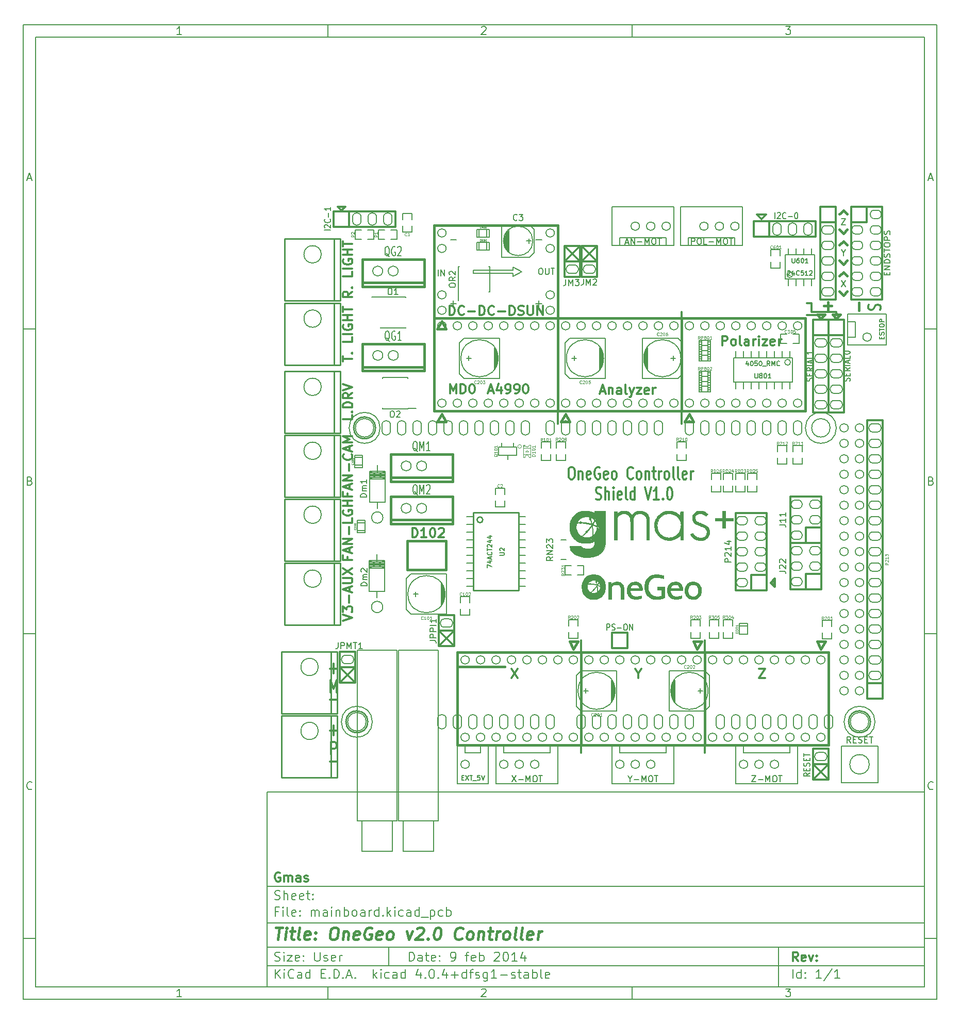
<source format=gbr>
G04 #@! TF.FileFunction,Legend,Top*
%FSLAX45Y45*%
G04 Gerber Fmt 4.5, Leading zero omitted, Abs format (unit mm)*
G04 Created by KiCad (PCBNEW 4.0.4+dfsg1-stable) date Mon Oct  9 15:36:50 2017*
%MOMM*%
%LPD*%
G01*
G04 APERTURE LIST*
%ADD10C,0.150000*%
%ADD11C,0.300000*%
%ADD12C,0.400000*%
%ADD13C,0.304800*%
%ADD14C,0.200000*%
%ADD15C,0.381000*%
%ADD16C,0.203200*%
%ADD17C,0.254000*%
%ADD18C,0.127000*%
%ADD19C,0.101600*%
%ADD20C,0.078740*%
%ADD21C,0.066040*%
%ADD22C,0.050800*%
%ADD23C,0.152400*%
%ADD24C,0.010000*%
%ADD25C,0.099060*%
%ADD26C,0.149860*%
%ADD27C,0.119380*%
%ADD28C,0.095000*%
%ADD29C,0.099000*%
%ADD30C,0.060960*%
G04 APERTURE END LIST*
D10*
X5000220Y-13600980D02*
X5000220Y-16800980D01*
X15800220Y-16800980D01*
X15800220Y-13600980D01*
X5000220Y-13600980D01*
X1000000Y-1000000D02*
X1000000Y-17000980D01*
X16000220Y-17000980D01*
X16000220Y-1000000D01*
X1000000Y-1000000D01*
X1200000Y-1200000D02*
X1200000Y-16800980D01*
X15800220Y-16800980D01*
X15800220Y-1200000D01*
X1200000Y-1200000D01*
X6000000Y-1200000D02*
X6000000Y-1000000D01*
X11000000Y-1200000D02*
X11000000Y-1000000D01*
X16000000Y-1200000D02*
X16000000Y-1000000D01*
X3599048Y-1158810D02*
X3524762Y-1158810D01*
X3561905Y-1158810D02*
X3561905Y-1028809D01*
X3549524Y-1047381D01*
X3537143Y-1059762D01*
X3524762Y-1065952D01*
X8524762Y-1041190D02*
X8530952Y-1035000D01*
X8543333Y-1028809D01*
X8574286Y-1028809D01*
X8586667Y-1035000D01*
X8592857Y-1041190D01*
X8599048Y-1053571D01*
X8599048Y-1065952D01*
X8592857Y-1084524D01*
X8518571Y-1158810D01*
X8599048Y-1158810D01*
X13518571Y-1028809D02*
X13599048Y-1028809D01*
X13555714Y-1078333D01*
X13574286Y-1078333D01*
X13586667Y-1084524D01*
X13592857Y-1090714D01*
X13599048Y-1103095D01*
X13599048Y-1134048D01*
X13592857Y-1146429D01*
X13586667Y-1152619D01*
X13574286Y-1158810D01*
X13537143Y-1158810D01*
X13524762Y-1152619D01*
X13518571Y-1146429D01*
X6000000Y-16800980D02*
X6000000Y-17000980D01*
X11000000Y-16800980D02*
X11000000Y-17000980D01*
X16000000Y-16800980D02*
X16000000Y-17000980D01*
X3599048Y-16959790D02*
X3524762Y-16959790D01*
X3561905Y-16959790D02*
X3561905Y-16829790D01*
X3549524Y-16848361D01*
X3537143Y-16860742D01*
X3524762Y-16866932D01*
X8524762Y-16842171D02*
X8530952Y-16835980D01*
X8543333Y-16829790D01*
X8574286Y-16829790D01*
X8586667Y-16835980D01*
X8592857Y-16842171D01*
X8599048Y-16854551D01*
X8599048Y-16866932D01*
X8592857Y-16885504D01*
X8518571Y-16959790D01*
X8599048Y-16959790D01*
X13518571Y-16829790D02*
X13599048Y-16829790D01*
X13555714Y-16879313D01*
X13574286Y-16879313D01*
X13586667Y-16885504D01*
X13592857Y-16891694D01*
X13599048Y-16904075D01*
X13599048Y-16935028D01*
X13592857Y-16947409D01*
X13586667Y-16953599D01*
X13574286Y-16959790D01*
X13537143Y-16959790D01*
X13524762Y-16953599D01*
X13518571Y-16947409D01*
X1000000Y-6000000D02*
X1200000Y-6000000D01*
X1000000Y-11000000D02*
X1200000Y-11000000D01*
X1000000Y-16000000D02*
X1200000Y-16000000D01*
X1069048Y-3521667D02*
X1130952Y-3521667D01*
X1056667Y-3558809D02*
X1100000Y-3428809D01*
X1143333Y-3558809D01*
X1109286Y-8490714D02*
X1127857Y-8496905D01*
X1134048Y-8503095D01*
X1140238Y-8515476D01*
X1140238Y-8534048D01*
X1134048Y-8546429D01*
X1127857Y-8552619D01*
X1115476Y-8558810D01*
X1065952Y-8558810D01*
X1065952Y-8428810D01*
X1109286Y-8428810D01*
X1121667Y-8435000D01*
X1127857Y-8441191D01*
X1134048Y-8453571D01*
X1134048Y-8465952D01*
X1127857Y-8478333D01*
X1121667Y-8484524D01*
X1109286Y-8490714D01*
X1065952Y-8490714D01*
X1140238Y-13546429D02*
X1134048Y-13552619D01*
X1115476Y-13558809D01*
X1103095Y-13558809D01*
X1084524Y-13552619D01*
X1072143Y-13540238D01*
X1065952Y-13527857D01*
X1059762Y-13503095D01*
X1059762Y-13484524D01*
X1065952Y-13459762D01*
X1072143Y-13447381D01*
X1084524Y-13435000D01*
X1103095Y-13428809D01*
X1115476Y-13428809D01*
X1134048Y-13435000D01*
X1140238Y-13441190D01*
X16000220Y-6000000D02*
X15800220Y-6000000D01*
X16000220Y-11000000D02*
X15800220Y-11000000D01*
X16000220Y-16000000D02*
X15800220Y-16000000D01*
X15869268Y-3521667D02*
X15931172Y-3521667D01*
X15856887Y-3558809D02*
X15900220Y-3428809D01*
X15943553Y-3558809D01*
X15909506Y-8490714D02*
X15928077Y-8496905D01*
X15934268Y-8503095D01*
X15940458Y-8515476D01*
X15940458Y-8534048D01*
X15934268Y-8546429D01*
X15928077Y-8552619D01*
X15915696Y-8558810D01*
X15866172Y-8558810D01*
X15866172Y-8428810D01*
X15909506Y-8428810D01*
X15921887Y-8435000D01*
X15928077Y-8441191D01*
X15934268Y-8453571D01*
X15934268Y-8465952D01*
X15928077Y-8478333D01*
X15921887Y-8484524D01*
X15909506Y-8490714D01*
X15866172Y-8490714D01*
X15940458Y-13546429D02*
X15934268Y-13552619D01*
X15915696Y-13558809D01*
X15903315Y-13558809D01*
X15884744Y-13552619D01*
X15872363Y-13540238D01*
X15866172Y-13527857D01*
X15859982Y-13503095D01*
X15859982Y-13484524D01*
X15866172Y-13459762D01*
X15872363Y-13447381D01*
X15884744Y-13435000D01*
X15903315Y-13428809D01*
X15915696Y-13428809D01*
X15934268Y-13435000D01*
X15940458Y-13441190D01*
X7335934Y-16378837D02*
X7335934Y-16228837D01*
X7371649Y-16228837D01*
X7393077Y-16235980D01*
X7407363Y-16250266D01*
X7414506Y-16264551D01*
X7421649Y-16293123D01*
X7421649Y-16314551D01*
X7414506Y-16343123D01*
X7407363Y-16357409D01*
X7393077Y-16371694D01*
X7371649Y-16378837D01*
X7335934Y-16378837D01*
X7550220Y-16378837D02*
X7550220Y-16300266D01*
X7543077Y-16285980D01*
X7528791Y-16278837D01*
X7500220Y-16278837D01*
X7485934Y-16285980D01*
X7550220Y-16371694D02*
X7535934Y-16378837D01*
X7500220Y-16378837D01*
X7485934Y-16371694D01*
X7478791Y-16357409D01*
X7478791Y-16343123D01*
X7485934Y-16328837D01*
X7500220Y-16321694D01*
X7535934Y-16321694D01*
X7550220Y-16314551D01*
X7600220Y-16278837D02*
X7657363Y-16278837D01*
X7621649Y-16228837D02*
X7621649Y-16357409D01*
X7628791Y-16371694D01*
X7643077Y-16378837D01*
X7657363Y-16378837D01*
X7764506Y-16371694D02*
X7750220Y-16378837D01*
X7721649Y-16378837D01*
X7707363Y-16371694D01*
X7700220Y-16357409D01*
X7700220Y-16300266D01*
X7707363Y-16285980D01*
X7721649Y-16278837D01*
X7750220Y-16278837D01*
X7764506Y-16285980D01*
X7771649Y-16300266D01*
X7771649Y-16314551D01*
X7700220Y-16328837D01*
X7835934Y-16364551D02*
X7843077Y-16371694D01*
X7835934Y-16378837D01*
X7828791Y-16371694D01*
X7835934Y-16364551D01*
X7835934Y-16378837D01*
X7835934Y-16285980D02*
X7843077Y-16293123D01*
X7835934Y-16300266D01*
X7828791Y-16293123D01*
X7835934Y-16285980D01*
X7835934Y-16300266D01*
X8028791Y-16378837D02*
X8057363Y-16378837D01*
X8071649Y-16371694D01*
X8078791Y-16364551D01*
X8093077Y-16343123D01*
X8100220Y-16314551D01*
X8100220Y-16257409D01*
X8093077Y-16243123D01*
X8085934Y-16235980D01*
X8071649Y-16228837D01*
X8043077Y-16228837D01*
X8028791Y-16235980D01*
X8021649Y-16243123D01*
X8014506Y-16257409D01*
X8014506Y-16293123D01*
X8021649Y-16307409D01*
X8028791Y-16314551D01*
X8043077Y-16321694D01*
X8071649Y-16321694D01*
X8085934Y-16314551D01*
X8093077Y-16307409D01*
X8100220Y-16293123D01*
X8257363Y-16278837D02*
X8314506Y-16278837D01*
X8278791Y-16378837D02*
X8278791Y-16250266D01*
X8285934Y-16235980D01*
X8300220Y-16228837D01*
X8314506Y-16228837D01*
X8421649Y-16371694D02*
X8407363Y-16378837D01*
X8378791Y-16378837D01*
X8364506Y-16371694D01*
X8357363Y-16357409D01*
X8357363Y-16300266D01*
X8364506Y-16285980D01*
X8378791Y-16278837D01*
X8407363Y-16278837D01*
X8421649Y-16285980D01*
X8428791Y-16300266D01*
X8428791Y-16314551D01*
X8357363Y-16328837D01*
X8493077Y-16378837D02*
X8493077Y-16228837D01*
X8493077Y-16285980D02*
X8507363Y-16278837D01*
X8535934Y-16278837D01*
X8550220Y-16285980D01*
X8557363Y-16293123D01*
X8564506Y-16307409D01*
X8564506Y-16350266D01*
X8557363Y-16364551D01*
X8550220Y-16371694D01*
X8535934Y-16378837D01*
X8507363Y-16378837D01*
X8493077Y-16371694D01*
X8735934Y-16243123D02*
X8743077Y-16235980D01*
X8757363Y-16228837D01*
X8793077Y-16228837D01*
X8807363Y-16235980D01*
X8814506Y-16243123D01*
X8821649Y-16257409D01*
X8821649Y-16271694D01*
X8814506Y-16293123D01*
X8728791Y-16378837D01*
X8821649Y-16378837D01*
X8914506Y-16228837D02*
X8928791Y-16228837D01*
X8943077Y-16235980D01*
X8950220Y-16243123D01*
X8957363Y-16257409D01*
X8964506Y-16285980D01*
X8964506Y-16321694D01*
X8957363Y-16350266D01*
X8950220Y-16364551D01*
X8943077Y-16371694D01*
X8928791Y-16378837D01*
X8914506Y-16378837D01*
X8900220Y-16371694D01*
X8893077Y-16364551D01*
X8885934Y-16350266D01*
X8878791Y-16321694D01*
X8878791Y-16285980D01*
X8885934Y-16257409D01*
X8893077Y-16243123D01*
X8900220Y-16235980D01*
X8914506Y-16228837D01*
X9107363Y-16378837D02*
X9021648Y-16378837D01*
X9064506Y-16378837D02*
X9064506Y-16228837D01*
X9050220Y-16250266D01*
X9035934Y-16264551D01*
X9021648Y-16271694D01*
X9235934Y-16278837D02*
X9235934Y-16378837D01*
X9200220Y-16221694D02*
X9164506Y-16328837D01*
X9257363Y-16328837D01*
X5000220Y-16450980D02*
X15800220Y-16450980D01*
X5135934Y-16658837D02*
X5135934Y-16508837D01*
X5221649Y-16658837D02*
X5157363Y-16573123D01*
X5221649Y-16508837D02*
X5135934Y-16594551D01*
X5285934Y-16658837D02*
X5285934Y-16558837D01*
X5285934Y-16508837D02*
X5278791Y-16515980D01*
X5285934Y-16523123D01*
X5293077Y-16515980D01*
X5285934Y-16508837D01*
X5285934Y-16523123D01*
X5443077Y-16644551D02*
X5435934Y-16651694D01*
X5414506Y-16658837D01*
X5400220Y-16658837D01*
X5378792Y-16651694D01*
X5364506Y-16637409D01*
X5357363Y-16623123D01*
X5350220Y-16594551D01*
X5350220Y-16573123D01*
X5357363Y-16544551D01*
X5364506Y-16530266D01*
X5378792Y-16515980D01*
X5400220Y-16508837D01*
X5414506Y-16508837D01*
X5435934Y-16515980D01*
X5443077Y-16523123D01*
X5571649Y-16658837D02*
X5571649Y-16580266D01*
X5564506Y-16565980D01*
X5550220Y-16558837D01*
X5521649Y-16558837D01*
X5507363Y-16565980D01*
X5571649Y-16651694D02*
X5557363Y-16658837D01*
X5521649Y-16658837D01*
X5507363Y-16651694D01*
X5500220Y-16637409D01*
X5500220Y-16623123D01*
X5507363Y-16608837D01*
X5521649Y-16601694D01*
X5557363Y-16601694D01*
X5571649Y-16594551D01*
X5707363Y-16658837D02*
X5707363Y-16508837D01*
X5707363Y-16651694D02*
X5693077Y-16658837D01*
X5664506Y-16658837D01*
X5650220Y-16651694D01*
X5643077Y-16644551D01*
X5635934Y-16630266D01*
X5635934Y-16587409D01*
X5643077Y-16573123D01*
X5650220Y-16565980D01*
X5664506Y-16558837D01*
X5693077Y-16558837D01*
X5707363Y-16565980D01*
X5893077Y-16580266D02*
X5943077Y-16580266D01*
X5964506Y-16658837D02*
X5893077Y-16658837D01*
X5893077Y-16508837D01*
X5964506Y-16508837D01*
X6028791Y-16644551D02*
X6035934Y-16651694D01*
X6028791Y-16658837D01*
X6021649Y-16651694D01*
X6028791Y-16644551D01*
X6028791Y-16658837D01*
X6100220Y-16658837D02*
X6100220Y-16508837D01*
X6135934Y-16508837D01*
X6157363Y-16515980D01*
X6171649Y-16530266D01*
X6178791Y-16544551D01*
X6185934Y-16573123D01*
X6185934Y-16594551D01*
X6178791Y-16623123D01*
X6171649Y-16637409D01*
X6157363Y-16651694D01*
X6135934Y-16658837D01*
X6100220Y-16658837D01*
X6250220Y-16644551D02*
X6257363Y-16651694D01*
X6250220Y-16658837D01*
X6243077Y-16651694D01*
X6250220Y-16644551D01*
X6250220Y-16658837D01*
X6314506Y-16615980D02*
X6385934Y-16615980D01*
X6300220Y-16658837D02*
X6350220Y-16508837D01*
X6400220Y-16658837D01*
X6450220Y-16644551D02*
X6457363Y-16651694D01*
X6450220Y-16658837D01*
X6443077Y-16651694D01*
X6450220Y-16644551D01*
X6450220Y-16658837D01*
X6750220Y-16658837D02*
X6750220Y-16508837D01*
X6764506Y-16601694D02*
X6807363Y-16658837D01*
X6807363Y-16558837D02*
X6750220Y-16615980D01*
X6871649Y-16658837D02*
X6871649Y-16558837D01*
X6871649Y-16508837D02*
X6864506Y-16515980D01*
X6871649Y-16523123D01*
X6878791Y-16515980D01*
X6871649Y-16508837D01*
X6871649Y-16523123D01*
X7007363Y-16651694D02*
X6993077Y-16658837D01*
X6964506Y-16658837D01*
X6950220Y-16651694D01*
X6943077Y-16644551D01*
X6935934Y-16630266D01*
X6935934Y-16587409D01*
X6943077Y-16573123D01*
X6950220Y-16565980D01*
X6964506Y-16558837D01*
X6993077Y-16558837D01*
X7007363Y-16565980D01*
X7135934Y-16658837D02*
X7135934Y-16580266D01*
X7128791Y-16565980D01*
X7114506Y-16558837D01*
X7085934Y-16558837D01*
X7071649Y-16565980D01*
X7135934Y-16651694D02*
X7121649Y-16658837D01*
X7085934Y-16658837D01*
X7071649Y-16651694D01*
X7064506Y-16637409D01*
X7064506Y-16623123D01*
X7071649Y-16608837D01*
X7085934Y-16601694D01*
X7121649Y-16601694D01*
X7135934Y-16594551D01*
X7271649Y-16658837D02*
X7271649Y-16508837D01*
X7271649Y-16651694D02*
X7257363Y-16658837D01*
X7228792Y-16658837D01*
X7214506Y-16651694D01*
X7207363Y-16644551D01*
X7200220Y-16630266D01*
X7200220Y-16587409D01*
X7207363Y-16573123D01*
X7214506Y-16565980D01*
X7228792Y-16558837D01*
X7257363Y-16558837D01*
X7271649Y-16565980D01*
X7521649Y-16558837D02*
X7521649Y-16658837D01*
X7485934Y-16501694D02*
X7450220Y-16608837D01*
X7543077Y-16608837D01*
X7600220Y-16644551D02*
X7607363Y-16651694D01*
X7600220Y-16658837D01*
X7593077Y-16651694D01*
X7600220Y-16644551D01*
X7600220Y-16658837D01*
X7700220Y-16508837D02*
X7714506Y-16508837D01*
X7728791Y-16515980D01*
X7735934Y-16523123D01*
X7743077Y-16537409D01*
X7750220Y-16565980D01*
X7750220Y-16601694D01*
X7743077Y-16630266D01*
X7735934Y-16644551D01*
X7728791Y-16651694D01*
X7714506Y-16658837D01*
X7700220Y-16658837D01*
X7685934Y-16651694D01*
X7678791Y-16644551D01*
X7671649Y-16630266D01*
X7664506Y-16601694D01*
X7664506Y-16565980D01*
X7671649Y-16537409D01*
X7678791Y-16523123D01*
X7685934Y-16515980D01*
X7700220Y-16508837D01*
X7814506Y-16644551D02*
X7821649Y-16651694D01*
X7814506Y-16658837D01*
X7807363Y-16651694D01*
X7814506Y-16644551D01*
X7814506Y-16658837D01*
X7950220Y-16558837D02*
X7950220Y-16658837D01*
X7914506Y-16501694D02*
X7878791Y-16608837D01*
X7971649Y-16608837D01*
X8028791Y-16601694D02*
X8143077Y-16601694D01*
X8085934Y-16658837D02*
X8085934Y-16544551D01*
X8278791Y-16658837D02*
X8278791Y-16508837D01*
X8278791Y-16651694D02*
X8264506Y-16658837D01*
X8235934Y-16658837D01*
X8221649Y-16651694D01*
X8214506Y-16644551D01*
X8207363Y-16630266D01*
X8207363Y-16587409D01*
X8214506Y-16573123D01*
X8221649Y-16565980D01*
X8235934Y-16558837D01*
X8264506Y-16558837D01*
X8278791Y-16565980D01*
X8328791Y-16558837D02*
X8385934Y-16558837D01*
X8350220Y-16658837D02*
X8350220Y-16530266D01*
X8357363Y-16515980D01*
X8371649Y-16508837D01*
X8385934Y-16508837D01*
X8428792Y-16651694D02*
X8443077Y-16658837D01*
X8471649Y-16658837D01*
X8485934Y-16651694D01*
X8493077Y-16637409D01*
X8493077Y-16630266D01*
X8485934Y-16615980D01*
X8471649Y-16608837D01*
X8450220Y-16608837D01*
X8435934Y-16601694D01*
X8428792Y-16587409D01*
X8428792Y-16580266D01*
X8435934Y-16565980D01*
X8450220Y-16558837D01*
X8471649Y-16558837D01*
X8485934Y-16565980D01*
X8621649Y-16558837D02*
X8621649Y-16680266D01*
X8614506Y-16694551D01*
X8607363Y-16701694D01*
X8593077Y-16708837D01*
X8571649Y-16708837D01*
X8557363Y-16701694D01*
X8621649Y-16651694D02*
X8607363Y-16658837D01*
X8578792Y-16658837D01*
X8564506Y-16651694D01*
X8557363Y-16644551D01*
X8550220Y-16630266D01*
X8550220Y-16587409D01*
X8557363Y-16573123D01*
X8564506Y-16565980D01*
X8578792Y-16558837D01*
X8607363Y-16558837D01*
X8621649Y-16565980D01*
X8771649Y-16658837D02*
X8685934Y-16658837D01*
X8728792Y-16658837D02*
X8728792Y-16508837D01*
X8714506Y-16530266D01*
X8700220Y-16544551D01*
X8685934Y-16551694D01*
X8835934Y-16601694D02*
X8950220Y-16601694D01*
X9014506Y-16651694D02*
X9028792Y-16658837D01*
X9057363Y-16658837D01*
X9071649Y-16651694D01*
X9078792Y-16637409D01*
X9078792Y-16630266D01*
X9071649Y-16615980D01*
X9057363Y-16608837D01*
X9035934Y-16608837D01*
X9021649Y-16601694D01*
X9014506Y-16587409D01*
X9014506Y-16580266D01*
X9021649Y-16565980D01*
X9035934Y-16558837D01*
X9057363Y-16558837D01*
X9071649Y-16565980D01*
X9121649Y-16558837D02*
X9178792Y-16558837D01*
X9143077Y-16508837D02*
X9143077Y-16637409D01*
X9150220Y-16651694D01*
X9164506Y-16658837D01*
X9178792Y-16658837D01*
X9293077Y-16658837D02*
X9293077Y-16580266D01*
X9285934Y-16565980D01*
X9271649Y-16558837D01*
X9243077Y-16558837D01*
X9228792Y-16565980D01*
X9293077Y-16651694D02*
X9278792Y-16658837D01*
X9243077Y-16658837D01*
X9228792Y-16651694D01*
X9221649Y-16637409D01*
X9221649Y-16623123D01*
X9228792Y-16608837D01*
X9243077Y-16601694D01*
X9278792Y-16601694D01*
X9293077Y-16594551D01*
X9364506Y-16658837D02*
X9364506Y-16508837D01*
X9364506Y-16565980D02*
X9378792Y-16558837D01*
X9407363Y-16558837D01*
X9421649Y-16565980D01*
X9428792Y-16573123D01*
X9435935Y-16587409D01*
X9435935Y-16630266D01*
X9428792Y-16644551D01*
X9421649Y-16651694D01*
X9407363Y-16658837D01*
X9378792Y-16658837D01*
X9364506Y-16651694D01*
X9521649Y-16658837D02*
X9507363Y-16651694D01*
X9500220Y-16637409D01*
X9500220Y-16508837D01*
X9635934Y-16651694D02*
X9621649Y-16658837D01*
X9593077Y-16658837D01*
X9578792Y-16651694D01*
X9571649Y-16637409D01*
X9571649Y-16580266D01*
X9578792Y-16565980D01*
X9593077Y-16558837D01*
X9621649Y-16558837D01*
X9635934Y-16565980D01*
X9643077Y-16580266D01*
X9643077Y-16594551D01*
X9571649Y-16608837D01*
X5000220Y-16150980D02*
X15800220Y-16150980D01*
D11*
X13721649Y-16378837D02*
X13671649Y-16307409D01*
X13635934Y-16378837D02*
X13635934Y-16228837D01*
X13693077Y-16228837D01*
X13707363Y-16235980D01*
X13714506Y-16243123D01*
X13721649Y-16257409D01*
X13721649Y-16278837D01*
X13714506Y-16293123D01*
X13707363Y-16300266D01*
X13693077Y-16307409D01*
X13635934Y-16307409D01*
X13843077Y-16371694D02*
X13828791Y-16378837D01*
X13800220Y-16378837D01*
X13785934Y-16371694D01*
X13778791Y-16357409D01*
X13778791Y-16300266D01*
X13785934Y-16285980D01*
X13800220Y-16278837D01*
X13828791Y-16278837D01*
X13843077Y-16285980D01*
X13850220Y-16300266D01*
X13850220Y-16314551D01*
X13778791Y-16328837D01*
X13900220Y-16278837D02*
X13935934Y-16378837D01*
X13971648Y-16278837D01*
X14028791Y-16364551D02*
X14035934Y-16371694D01*
X14028791Y-16378837D01*
X14021648Y-16371694D01*
X14028791Y-16364551D01*
X14028791Y-16378837D01*
X14028791Y-16285980D02*
X14035934Y-16293123D01*
X14028791Y-16300266D01*
X14021648Y-16293123D01*
X14028791Y-16285980D01*
X14028791Y-16300266D01*
D10*
X5128791Y-16371694D02*
X5150220Y-16378837D01*
X5185934Y-16378837D01*
X5200220Y-16371694D01*
X5207363Y-16364551D01*
X5214506Y-16350266D01*
X5214506Y-16335980D01*
X5207363Y-16321694D01*
X5200220Y-16314551D01*
X5185934Y-16307409D01*
X5157363Y-16300266D01*
X5143077Y-16293123D01*
X5135934Y-16285980D01*
X5128791Y-16271694D01*
X5128791Y-16257409D01*
X5135934Y-16243123D01*
X5143077Y-16235980D01*
X5157363Y-16228837D01*
X5193077Y-16228837D01*
X5214506Y-16235980D01*
X5278791Y-16378837D02*
X5278791Y-16278837D01*
X5278791Y-16228837D02*
X5271649Y-16235980D01*
X5278791Y-16243123D01*
X5285934Y-16235980D01*
X5278791Y-16228837D01*
X5278791Y-16243123D01*
X5335934Y-16278837D02*
X5414506Y-16278837D01*
X5335934Y-16378837D01*
X5414506Y-16378837D01*
X5528791Y-16371694D02*
X5514506Y-16378837D01*
X5485934Y-16378837D01*
X5471649Y-16371694D01*
X5464506Y-16357409D01*
X5464506Y-16300266D01*
X5471649Y-16285980D01*
X5485934Y-16278837D01*
X5514506Y-16278837D01*
X5528791Y-16285980D01*
X5535934Y-16300266D01*
X5535934Y-16314551D01*
X5464506Y-16328837D01*
X5600220Y-16364551D02*
X5607363Y-16371694D01*
X5600220Y-16378837D01*
X5593077Y-16371694D01*
X5600220Y-16364551D01*
X5600220Y-16378837D01*
X5600220Y-16285980D02*
X5607363Y-16293123D01*
X5600220Y-16300266D01*
X5593077Y-16293123D01*
X5600220Y-16285980D01*
X5600220Y-16300266D01*
X5785934Y-16228837D02*
X5785934Y-16350266D01*
X5793077Y-16364551D01*
X5800220Y-16371694D01*
X5814506Y-16378837D01*
X5843077Y-16378837D01*
X5857363Y-16371694D01*
X5864506Y-16364551D01*
X5871649Y-16350266D01*
X5871649Y-16228837D01*
X5935934Y-16371694D02*
X5950220Y-16378837D01*
X5978791Y-16378837D01*
X5993077Y-16371694D01*
X6000220Y-16357409D01*
X6000220Y-16350266D01*
X5993077Y-16335980D01*
X5978791Y-16328837D01*
X5957363Y-16328837D01*
X5943077Y-16321694D01*
X5935934Y-16307409D01*
X5935934Y-16300266D01*
X5943077Y-16285980D01*
X5957363Y-16278837D01*
X5978791Y-16278837D01*
X5993077Y-16285980D01*
X6121649Y-16371694D02*
X6107363Y-16378837D01*
X6078791Y-16378837D01*
X6064506Y-16371694D01*
X6057363Y-16357409D01*
X6057363Y-16300266D01*
X6064506Y-16285980D01*
X6078791Y-16278837D01*
X6107363Y-16278837D01*
X6121649Y-16285980D01*
X6128791Y-16300266D01*
X6128791Y-16314551D01*
X6057363Y-16328837D01*
X6193077Y-16378837D02*
X6193077Y-16278837D01*
X6193077Y-16307409D02*
X6200220Y-16293123D01*
X6207363Y-16285980D01*
X6221649Y-16278837D01*
X6235934Y-16278837D01*
X13635934Y-16658837D02*
X13635934Y-16508837D01*
X13771649Y-16658837D02*
X13771649Y-16508837D01*
X13771649Y-16651694D02*
X13757363Y-16658837D01*
X13728791Y-16658837D01*
X13714506Y-16651694D01*
X13707363Y-16644551D01*
X13700220Y-16630266D01*
X13700220Y-16587409D01*
X13707363Y-16573123D01*
X13714506Y-16565980D01*
X13728791Y-16558837D01*
X13757363Y-16558837D01*
X13771649Y-16565980D01*
X13843077Y-16644551D02*
X13850220Y-16651694D01*
X13843077Y-16658837D01*
X13835934Y-16651694D01*
X13843077Y-16644551D01*
X13843077Y-16658837D01*
X13843077Y-16565980D02*
X13850220Y-16573123D01*
X13843077Y-16580266D01*
X13835934Y-16573123D01*
X13843077Y-16565980D01*
X13843077Y-16580266D01*
X14107363Y-16658837D02*
X14021649Y-16658837D01*
X14064506Y-16658837D02*
X14064506Y-16508837D01*
X14050220Y-16530266D01*
X14035934Y-16544551D01*
X14021649Y-16551694D01*
X14278791Y-16501694D02*
X14150220Y-16694551D01*
X14407363Y-16658837D02*
X14321649Y-16658837D01*
X14364506Y-16658837D02*
X14364506Y-16508837D01*
X14350220Y-16530266D01*
X14335934Y-16544551D01*
X14321649Y-16551694D01*
X5000220Y-15750980D02*
X15800220Y-15750980D01*
D12*
X5145458Y-15821456D02*
X5259744Y-15821456D01*
X5177601Y-16021456D02*
X5202601Y-15821456D01*
X5301411Y-16021456D02*
X5318077Y-15888123D01*
X5326411Y-15821456D02*
X5315696Y-15830980D01*
X5324030Y-15840504D01*
X5334744Y-15830980D01*
X5326411Y-15821456D01*
X5324030Y-15840504D01*
X5384744Y-15888123D02*
X5460934Y-15888123D01*
X5421649Y-15821456D02*
X5400220Y-15992885D01*
X5407363Y-16011932D01*
X5425220Y-16021456D01*
X5444268Y-16021456D01*
X5539506Y-16021456D02*
X5521649Y-16011932D01*
X5514506Y-15992885D01*
X5535934Y-15821456D01*
X5693077Y-16011932D02*
X5672839Y-16021456D01*
X5634744Y-16021456D01*
X5616887Y-16011932D01*
X5609744Y-15992885D01*
X5619268Y-15916694D01*
X5631172Y-15897647D01*
X5651410Y-15888123D01*
X5689506Y-15888123D01*
X5707363Y-15897647D01*
X5714506Y-15916694D01*
X5712125Y-15935742D01*
X5614506Y-15954789D01*
X5789506Y-16002409D02*
X5797839Y-16011932D01*
X5787125Y-16021456D01*
X5778791Y-16011932D01*
X5789506Y-16002409D01*
X5787125Y-16021456D01*
X5802601Y-15897647D02*
X5810934Y-15907170D01*
X5800220Y-15916694D01*
X5791887Y-15907170D01*
X5802601Y-15897647D01*
X5800220Y-15916694D01*
X6097839Y-15821456D02*
X6135934Y-15821456D01*
X6153791Y-15830980D01*
X6170458Y-15850028D01*
X6175220Y-15888123D01*
X6166887Y-15954789D01*
X6152601Y-15992885D01*
X6131172Y-16011932D01*
X6110934Y-16021456D01*
X6072839Y-16021456D01*
X6054982Y-16011932D01*
X6038315Y-15992885D01*
X6033553Y-15954789D01*
X6041887Y-15888123D01*
X6056172Y-15850028D01*
X6077601Y-15830980D01*
X6097839Y-15821456D01*
X6260934Y-15888123D02*
X6244268Y-16021456D01*
X6258553Y-15907170D02*
X6269268Y-15897647D01*
X6289506Y-15888123D01*
X6318077Y-15888123D01*
X6335934Y-15897647D01*
X6343077Y-15916694D01*
X6329982Y-16021456D01*
X6502601Y-16011932D02*
X6482363Y-16021456D01*
X6444268Y-16021456D01*
X6426411Y-16011932D01*
X6419268Y-15992885D01*
X6428791Y-15916694D01*
X6440696Y-15897647D01*
X6460934Y-15888123D01*
X6499030Y-15888123D01*
X6516887Y-15897647D01*
X6524030Y-15916694D01*
X6521649Y-15935742D01*
X6424030Y-15954789D01*
X6725220Y-15830980D02*
X6707363Y-15821456D01*
X6678792Y-15821456D01*
X6649030Y-15830980D01*
X6627601Y-15850028D01*
X6615696Y-15869075D01*
X6601411Y-15907170D01*
X6597839Y-15935742D01*
X6602601Y-15973837D01*
X6609744Y-15992885D01*
X6626411Y-16011932D01*
X6653792Y-16021456D01*
X6672839Y-16021456D01*
X6702601Y-16011932D01*
X6713315Y-16002409D01*
X6721649Y-15935742D01*
X6683553Y-15935742D01*
X6874030Y-16011932D02*
X6853792Y-16021456D01*
X6815696Y-16021456D01*
X6797839Y-16011932D01*
X6790696Y-15992885D01*
X6800220Y-15916694D01*
X6812125Y-15897647D01*
X6832363Y-15888123D01*
X6870458Y-15888123D01*
X6888315Y-15897647D01*
X6895458Y-15916694D01*
X6893077Y-15935742D01*
X6795458Y-15954789D01*
X6996649Y-16021456D02*
X6978792Y-16011932D01*
X6970458Y-16002409D01*
X6963315Y-15983361D01*
X6970458Y-15926218D01*
X6982363Y-15907170D01*
X6993077Y-15897647D01*
X7013315Y-15888123D01*
X7041887Y-15888123D01*
X7059744Y-15897647D01*
X7068077Y-15907170D01*
X7075220Y-15926218D01*
X7068077Y-15983361D01*
X7056172Y-16002409D01*
X7045458Y-16011932D01*
X7025220Y-16021456D01*
X6996649Y-16021456D01*
X7299030Y-15888123D02*
X7329982Y-16021456D01*
X7394268Y-15888123D01*
X7466887Y-15840504D02*
X7477601Y-15830980D01*
X7497839Y-15821456D01*
X7545458Y-15821456D01*
X7563315Y-15830980D01*
X7571649Y-15840504D01*
X7578792Y-15859551D01*
X7576411Y-15878599D01*
X7563315Y-15907170D01*
X7434744Y-16021456D01*
X7558554Y-16021456D01*
X7646649Y-16002409D02*
X7654982Y-16011932D01*
X7644268Y-16021456D01*
X7635935Y-16011932D01*
X7646649Y-16002409D01*
X7644268Y-16021456D01*
X7802601Y-15821456D02*
X7821649Y-15821456D01*
X7839506Y-15830980D01*
X7847839Y-15840504D01*
X7854982Y-15859551D01*
X7859744Y-15897647D01*
X7853792Y-15945266D01*
X7839506Y-15983361D01*
X7827601Y-16002409D01*
X7816887Y-16011932D01*
X7796649Y-16021456D01*
X7777601Y-16021456D01*
X7759744Y-16011932D01*
X7751411Y-16002409D01*
X7744268Y-15983361D01*
X7739506Y-15945266D01*
X7745458Y-15897647D01*
X7759744Y-15859551D01*
X7771649Y-15840504D01*
X7782363Y-15830980D01*
X7802601Y-15821456D01*
X8199030Y-16002409D02*
X8188316Y-16011932D01*
X8158554Y-16021456D01*
X8139506Y-16021456D01*
X8112125Y-16011932D01*
X8095458Y-15992885D01*
X8088316Y-15973837D01*
X8083554Y-15935742D01*
X8087125Y-15907170D01*
X8101411Y-15869075D01*
X8113316Y-15850028D01*
X8134744Y-15830980D01*
X8164506Y-15821456D01*
X8183554Y-15821456D01*
X8210935Y-15830980D01*
X8219268Y-15840504D01*
X8310935Y-16021456D02*
X8293078Y-16011932D01*
X8284744Y-16002409D01*
X8277601Y-15983361D01*
X8284744Y-15926218D01*
X8296649Y-15907170D01*
X8307363Y-15897647D01*
X8327601Y-15888123D01*
X8356173Y-15888123D01*
X8374030Y-15897647D01*
X8382363Y-15907170D01*
X8389506Y-15926218D01*
X8382363Y-15983361D01*
X8370458Y-16002409D01*
X8359744Y-16011932D01*
X8339506Y-16021456D01*
X8310935Y-16021456D01*
X8479982Y-15888123D02*
X8463316Y-16021456D01*
X8477601Y-15907170D02*
X8488316Y-15897647D01*
X8508554Y-15888123D01*
X8537125Y-15888123D01*
X8554982Y-15897647D01*
X8562125Y-15916694D01*
X8549030Y-16021456D01*
X8632363Y-15888123D02*
X8708554Y-15888123D01*
X8669268Y-15821456D02*
X8647839Y-15992885D01*
X8654982Y-16011932D01*
X8672840Y-16021456D01*
X8691887Y-16021456D01*
X8758554Y-16021456D02*
X8775220Y-15888123D01*
X8770458Y-15926218D02*
X8782363Y-15907170D01*
X8793078Y-15897647D01*
X8813316Y-15888123D01*
X8832363Y-15888123D01*
X8910935Y-16021456D02*
X8893078Y-16011932D01*
X8884744Y-16002409D01*
X8877601Y-15983361D01*
X8884744Y-15926218D01*
X8896649Y-15907170D01*
X8907363Y-15897647D01*
X8927601Y-15888123D01*
X8956173Y-15888123D01*
X8974030Y-15897647D01*
X8982363Y-15907170D01*
X8989506Y-15926218D01*
X8982363Y-15983361D01*
X8970458Y-16002409D01*
X8959744Y-16011932D01*
X8939506Y-16021456D01*
X8910935Y-16021456D01*
X9091887Y-16021456D02*
X9074030Y-16011932D01*
X9066887Y-15992885D01*
X9088316Y-15821456D01*
X9196649Y-16021456D02*
X9178792Y-16011932D01*
X9171649Y-15992885D01*
X9193078Y-15821456D01*
X9350220Y-16011932D02*
X9329982Y-16021456D01*
X9291887Y-16021456D01*
X9274030Y-16011932D01*
X9266887Y-15992885D01*
X9276411Y-15916694D01*
X9288316Y-15897647D01*
X9308554Y-15888123D01*
X9346649Y-15888123D01*
X9364506Y-15897647D01*
X9371649Y-15916694D01*
X9369268Y-15935742D01*
X9271649Y-15954789D01*
X9444268Y-16021456D02*
X9460935Y-15888123D01*
X9456173Y-15926218D02*
X9468078Y-15907170D01*
X9478792Y-15897647D01*
X9499030Y-15888123D01*
X9518078Y-15888123D01*
D10*
X5185934Y-15560266D02*
X5135934Y-15560266D01*
X5135934Y-15638837D02*
X5135934Y-15488837D01*
X5207363Y-15488837D01*
X5264506Y-15638837D02*
X5264506Y-15538837D01*
X5264506Y-15488837D02*
X5257363Y-15495980D01*
X5264506Y-15503123D01*
X5271649Y-15495980D01*
X5264506Y-15488837D01*
X5264506Y-15503123D01*
X5357363Y-15638837D02*
X5343077Y-15631694D01*
X5335934Y-15617409D01*
X5335934Y-15488837D01*
X5471649Y-15631694D02*
X5457363Y-15638837D01*
X5428791Y-15638837D01*
X5414506Y-15631694D01*
X5407363Y-15617409D01*
X5407363Y-15560266D01*
X5414506Y-15545980D01*
X5428791Y-15538837D01*
X5457363Y-15538837D01*
X5471649Y-15545980D01*
X5478791Y-15560266D01*
X5478791Y-15574551D01*
X5407363Y-15588837D01*
X5543077Y-15624551D02*
X5550220Y-15631694D01*
X5543077Y-15638837D01*
X5535934Y-15631694D01*
X5543077Y-15624551D01*
X5543077Y-15638837D01*
X5543077Y-15545980D02*
X5550220Y-15553123D01*
X5543077Y-15560266D01*
X5535934Y-15553123D01*
X5543077Y-15545980D01*
X5543077Y-15560266D01*
X5728791Y-15638837D02*
X5728791Y-15538837D01*
X5728791Y-15553123D02*
X5735934Y-15545980D01*
X5750220Y-15538837D01*
X5771648Y-15538837D01*
X5785934Y-15545980D01*
X5793077Y-15560266D01*
X5793077Y-15638837D01*
X5793077Y-15560266D02*
X5800220Y-15545980D01*
X5814506Y-15538837D01*
X5835934Y-15538837D01*
X5850220Y-15545980D01*
X5857363Y-15560266D01*
X5857363Y-15638837D01*
X5993077Y-15638837D02*
X5993077Y-15560266D01*
X5985934Y-15545980D01*
X5971648Y-15538837D01*
X5943077Y-15538837D01*
X5928791Y-15545980D01*
X5993077Y-15631694D02*
X5978791Y-15638837D01*
X5943077Y-15638837D01*
X5928791Y-15631694D01*
X5921648Y-15617409D01*
X5921648Y-15603123D01*
X5928791Y-15588837D01*
X5943077Y-15581694D01*
X5978791Y-15581694D01*
X5993077Y-15574551D01*
X6064506Y-15638837D02*
X6064506Y-15538837D01*
X6064506Y-15488837D02*
X6057363Y-15495980D01*
X6064506Y-15503123D01*
X6071648Y-15495980D01*
X6064506Y-15488837D01*
X6064506Y-15503123D01*
X6135934Y-15538837D02*
X6135934Y-15638837D01*
X6135934Y-15553123D02*
X6143077Y-15545980D01*
X6157363Y-15538837D01*
X6178791Y-15538837D01*
X6193077Y-15545980D01*
X6200220Y-15560266D01*
X6200220Y-15638837D01*
X6271649Y-15638837D02*
X6271649Y-15488837D01*
X6271649Y-15545980D02*
X6285934Y-15538837D01*
X6314506Y-15538837D01*
X6328791Y-15545980D01*
X6335934Y-15553123D01*
X6343077Y-15567409D01*
X6343077Y-15610266D01*
X6335934Y-15624551D01*
X6328791Y-15631694D01*
X6314506Y-15638837D01*
X6285934Y-15638837D01*
X6271649Y-15631694D01*
X6428791Y-15638837D02*
X6414506Y-15631694D01*
X6407363Y-15624551D01*
X6400220Y-15610266D01*
X6400220Y-15567409D01*
X6407363Y-15553123D01*
X6414506Y-15545980D01*
X6428791Y-15538837D01*
X6450220Y-15538837D01*
X6464506Y-15545980D01*
X6471649Y-15553123D01*
X6478791Y-15567409D01*
X6478791Y-15610266D01*
X6471649Y-15624551D01*
X6464506Y-15631694D01*
X6450220Y-15638837D01*
X6428791Y-15638837D01*
X6607363Y-15638837D02*
X6607363Y-15560266D01*
X6600220Y-15545980D01*
X6585934Y-15538837D01*
X6557363Y-15538837D01*
X6543077Y-15545980D01*
X6607363Y-15631694D02*
X6593077Y-15638837D01*
X6557363Y-15638837D01*
X6543077Y-15631694D01*
X6535934Y-15617409D01*
X6535934Y-15603123D01*
X6543077Y-15588837D01*
X6557363Y-15581694D01*
X6593077Y-15581694D01*
X6607363Y-15574551D01*
X6678791Y-15638837D02*
X6678791Y-15538837D01*
X6678791Y-15567409D02*
X6685934Y-15553123D01*
X6693077Y-15545980D01*
X6707363Y-15538837D01*
X6721649Y-15538837D01*
X6835934Y-15638837D02*
X6835934Y-15488837D01*
X6835934Y-15631694D02*
X6821649Y-15638837D01*
X6793077Y-15638837D01*
X6778791Y-15631694D01*
X6771649Y-15624551D01*
X6764506Y-15610266D01*
X6764506Y-15567409D01*
X6771649Y-15553123D01*
X6778791Y-15545980D01*
X6793077Y-15538837D01*
X6821649Y-15538837D01*
X6835934Y-15545980D01*
X6907363Y-15624551D02*
X6914506Y-15631694D01*
X6907363Y-15638837D01*
X6900220Y-15631694D01*
X6907363Y-15624551D01*
X6907363Y-15638837D01*
X6978791Y-15638837D02*
X6978791Y-15488837D01*
X6993077Y-15581694D02*
X7035934Y-15638837D01*
X7035934Y-15538837D02*
X6978791Y-15595980D01*
X7100220Y-15638837D02*
X7100220Y-15538837D01*
X7100220Y-15488837D02*
X7093077Y-15495980D01*
X7100220Y-15503123D01*
X7107363Y-15495980D01*
X7100220Y-15488837D01*
X7100220Y-15503123D01*
X7235934Y-15631694D02*
X7221649Y-15638837D01*
X7193077Y-15638837D01*
X7178791Y-15631694D01*
X7171649Y-15624551D01*
X7164506Y-15610266D01*
X7164506Y-15567409D01*
X7171649Y-15553123D01*
X7178791Y-15545980D01*
X7193077Y-15538837D01*
X7221649Y-15538837D01*
X7235934Y-15545980D01*
X7364506Y-15638837D02*
X7364506Y-15560266D01*
X7357363Y-15545980D01*
X7343077Y-15538837D01*
X7314506Y-15538837D01*
X7300220Y-15545980D01*
X7364506Y-15631694D02*
X7350220Y-15638837D01*
X7314506Y-15638837D01*
X7300220Y-15631694D01*
X7293077Y-15617409D01*
X7293077Y-15603123D01*
X7300220Y-15588837D01*
X7314506Y-15581694D01*
X7350220Y-15581694D01*
X7364506Y-15574551D01*
X7500220Y-15638837D02*
X7500220Y-15488837D01*
X7500220Y-15631694D02*
X7485934Y-15638837D01*
X7457363Y-15638837D01*
X7443077Y-15631694D01*
X7435934Y-15624551D01*
X7428791Y-15610266D01*
X7428791Y-15567409D01*
X7435934Y-15553123D01*
X7443077Y-15545980D01*
X7457363Y-15538837D01*
X7485934Y-15538837D01*
X7500220Y-15545980D01*
X7535934Y-15653123D02*
X7650220Y-15653123D01*
X7685934Y-15538837D02*
X7685934Y-15688837D01*
X7685934Y-15545980D02*
X7700220Y-15538837D01*
X7728791Y-15538837D01*
X7743077Y-15545980D01*
X7750220Y-15553123D01*
X7757363Y-15567409D01*
X7757363Y-15610266D01*
X7750220Y-15624551D01*
X7743077Y-15631694D01*
X7728791Y-15638837D01*
X7700220Y-15638837D01*
X7685934Y-15631694D01*
X7885934Y-15631694D02*
X7871649Y-15638837D01*
X7843077Y-15638837D01*
X7828791Y-15631694D01*
X7821649Y-15624551D01*
X7814506Y-15610266D01*
X7814506Y-15567409D01*
X7821649Y-15553123D01*
X7828791Y-15545980D01*
X7843077Y-15538837D01*
X7871649Y-15538837D01*
X7885934Y-15545980D01*
X7950220Y-15638837D02*
X7950220Y-15488837D01*
X7950220Y-15545980D02*
X7964506Y-15538837D01*
X7993077Y-15538837D01*
X8007363Y-15545980D01*
X8014506Y-15553123D01*
X8021649Y-15567409D01*
X8021649Y-15610266D01*
X8014506Y-15624551D01*
X8007363Y-15631694D01*
X7993077Y-15638837D01*
X7964506Y-15638837D01*
X7950220Y-15631694D01*
X5000220Y-15150980D02*
X15800220Y-15150980D01*
X5128791Y-15361694D02*
X5150220Y-15368837D01*
X5185934Y-15368837D01*
X5200220Y-15361694D01*
X5207363Y-15354551D01*
X5214506Y-15340266D01*
X5214506Y-15325980D01*
X5207363Y-15311694D01*
X5200220Y-15304551D01*
X5185934Y-15297409D01*
X5157363Y-15290266D01*
X5143077Y-15283123D01*
X5135934Y-15275980D01*
X5128791Y-15261694D01*
X5128791Y-15247409D01*
X5135934Y-15233123D01*
X5143077Y-15225980D01*
X5157363Y-15218837D01*
X5193077Y-15218837D01*
X5214506Y-15225980D01*
X5278791Y-15368837D02*
X5278791Y-15218837D01*
X5343077Y-15368837D02*
X5343077Y-15290266D01*
X5335934Y-15275980D01*
X5321649Y-15268837D01*
X5300220Y-15268837D01*
X5285934Y-15275980D01*
X5278791Y-15283123D01*
X5471649Y-15361694D02*
X5457363Y-15368837D01*
X5428791Y-15368837D01*
X5414506Y-15361694D01*
X5407363Y-15347409D01*
X5407363Y-15290266D01*
X5414506Y-15275980D01*
X5428791Y-15268837D01*
X5457363Y-15268837D01*
X5471649Y-15275980D01*
X5478791Y-15290266D01*
X5478791Y-15304551D01*
X5407363Y-15318837D01*
X5600220Y-15361694D02*
X5585934Y-15368837D01*
X5557363Y-15368837D01*
X5543077Y-15361694D01*
X5535934Y-15347409D01*
X5535934Y-15290266D01*
X5543077Y-15275980D01*
X5557363Y-15268837D01*
X5585934Y-15268837D01*
X5600220Y-15275980D01*
X5607363Y-15290266D01*
X5607363Y-15304551D01*
X5535934Y-15318837D01*
X5650220Y-15268837D02*
X5707363Y-15268837D01*
X5671648Y-15218837D02*
X5671648Y-15347409D01*
X5678791Y-15361694D01*
X5693077Y-15368837D01*
X5707363Y-15368837D01*
X5757363Y-15354551D02*
X5764506Y-15361694D01*
X5757363Y-15368837D01*
X5750220Y-15361694D01*
X5757363Y-15354551D01*
X5757363Y-15368837D01*
X5757363Y-15275980D02*
X5764506Y-15283123D01*
X5757363Y-15290266D01*
X5750220Y-15283123D01*
X5757363Y-15275980D01*
X5757363Y-15290266D01*
D11*
X5214506Y-14925980D02*
X5200220Y-14918837D01*
X5178791Y-14918837D01*
X5157363Y-14925980D01*
X5143077Y-14940266D01*
X5135934Y-14954551D01*
X5128791Y-14983123D01*
X5128791Y-15004551D01*
X5135934Y-15033123D01*
X5143077Y-15047409D01*
X5157363Y-15061694D01*
X5178791Y-15068837D01*
X5193077Y-15068837D01*
X5214506Y-15061694D01*
X5221649Y-15054551D01*
X5221649Y-15004551D01*
X5193077Y-15004551D01*
X5285934Y-15068837D02*
X5285934Y-14968837D01*
X5285934Y-14983123D02*
X5293077Y-14975980D01*
X5307363Y-14968837D01*
X5328791Y-14968837D01*
X5343077Y-14975980D01*
X5350220Y-14990266D01*
X5350220Y-15068837D01*
X5350220Y-14990266D02*
X5357363Y-14975980D01*
X5371649Y-14968837D01*
X5393077Y-14968837D01*
X5407363Y-14975980D01*
X5414506Y-14990266D01*
X5414506Y-15068837D01*
X5550220Y-15068837D02*
X5550220Y-14990266D01*
X5543077Y-14975980D01*
X5528791Y-14968837D01*
X5500220Y-14968837D01*
X5485934Y-14975980D01*
X5550220Y-15061694D02*
X5535934Y-15068837D01*
X5500220Y-15068837D01*
X5485934Y-15061694D01*
X5478791Y-15047409D01*
X5478791Y-15033123D01*
X5485934Y-15018837D01*
X5500220Y-15011694D01*
X5535934Y-15011694D01*
X5550220Y-15004551D01*
X5614506Y-15061694D02*
X5628791Y-15068837D01*
X5657363Y-15068837D01*
X5671649Y-15061694D01*
X5678791Y-15047409D01*
X5678791Y-15040266D01*
X5671649Y-15025980D01*
X5657363Y-15018837D01*
X5635934Y-15018837D01*
X5621649Y-15011694D01*
X5614506Y-14997409D01*
X5614506Y-14990266D01*
X5621649Y-14975980D01*
X5635934Y-14968837D01*
X5657363Y-14968837D01*
X5671649Y-14975980D01*
D10*
X7000220Y-16150980D02*
X7000220Y-16450980D01*
X13400220Y-16150980D02*
X13400220Y-16800980D01*
D13*
X6045200Y-11966424D02*
X6045200Y-11763224D01*
X6096000Y-11908367D01*
X6146800Y-11763224D01*
X6146800Y-11966424D01*
D14*
X15182057Y-5109324D02*
X15182057Y-5075990D01*
X15234438Y-5061705D02*
X15234438Y-5109324D01*
X15134438Y-5109324D01*
X15134438Y-5061705D01*
X15234438Y-5018848D02*
X15134438Y-5018848D01*
X15234438Y-4961705D01*
X15134438Y-4961705D01*
X15234438Y-4914086D02*
X15134438Y-4914086D01*
X15134438Y-4890276D01*
X15139200Y-4875990D01*
X15148724Y-4866467D01*
X15158248Y-4861705D01*
X15177295Y-4856943D01*
X15191581Y-4856943D01*
X15210629Y-4861705D01*
X15220152Y-4866467D01*
X15229676Y-4875990D01*
X15234438Y-4890276D01*
X15234438Y-4914086D01*
X15229676Y-4818848D02*
X15234438Y-4804562D01*
X15234438Y-4780752D01*
X15229676Y-4771229D01*
X15224914Y-4766467D01*
X15215390Y-4761705D01*
X15205867Y-4761705D01*
X15196343Y-4766467D01*
X15191581Y-4771229D01*
X15186819Y-4780752D01*
X15182057Y-4799800D01*
X15177295Y-4809324D01*
X15172533Y-4814086D01*
X15163009Y-4818848D01*
X15153486Y-4818848D01*
X15143962Y-4814086D01*
X15139200Y-4809324D01*
X15134438Y-4799800D01*
X15134438Y-4775990D01*
X15139200Y-4761705D01*
X15134438Y-4733133D02*
X15134438Y-4675990D01*
X15234438Y-4704562D02*
X15134438Y-4704562D01*
X15134438Y-4623610D02*
X15134438Y-4604562D01*
X15139200Y-4595038D01*
X15148724Y-4585514D01*
X15167771Y-4580752D01*
X15201105Y-4580752D01*
X15220152Y-4585514D01*
X15229676Y-4595038D01*
X15234438Y-4604562D01*
X15234438Y-4623610D01*
X15229676Y-4633133D01*
X15220152Y-4642657D01*
X15201105Y-4647419D01*
X15167771Y-4647419D01*
X15148724Y-4642657D01*
X15139200Y-4633133D01*
X15134438Y-4623610D01*
X15234438Y-4537895D02*
X15134438Y-4537895D01*
X15134438Y-4499800D01*
X15139200Y-4490276D01*
X15143962Y-4485514D01*
X15153486Y-4480752D01*
X15167771Y-4480752D01*
X15177295Y-4485514D01*
X15182057Y-4490276D01*
X15186819Y-4499800D01*
X15186819Y-4537895D01*
X15229676Y-4442657D02*
X15234438Y-4428371D01*
X15234438Y-4404562D01*
X15229676Y-4395038D01*
X15224914Y-4390276D01*
X15215390Y-4385514D01*
X15205867Y-4385514D01*
X15196343Y-4390276D01*
X15191581Y-4395038D01*
X15186819Y-4404562D01*
X15182057Y-4423610D01*
X15177295Y-4433133D01*
X15172533Y-4437895D01*
X15163009Y-4442657D01*
X15153486Y-4442657D01*
X15143962Y-4437895D01*
X15139200Y-4433133D01*
X15134438Y-4423610D01*
X15134438Y-4399800D01*
X15139200Y-4385514D01*
D13*
X13944600Y-5575300D02*
X13868400Y-5575300D01*
X14185900Y-5715000D02*
X13944600Y-5715000D01*
X14020800Y-5765800D02*
X13868400Y-5765800D01*
X13944600Y-5715000D02*
X13944600Y-5575300D01*
X14351000Y-5753100D02*
X14363700Y-5753100D01*
X14351000Y-5715000D02*
X14351000Y-5753100D01*
X14185900Y-5715000D02*
X14351000Y-5715000D01*
X13195300Y-4114800D02*
X13119100Y-4191000D01*
X13042900Y-4114800D02*
X13195300Y-4114800D01*
X13119100Y-4191000D02*
X13042900Y-4114800D01*
X6223000Y-4051300D02*
X6159500Y-3987800D01*
X6159500Y-3987800D02*
X6286500Y-3987800D01*
X6286500Y-3987800D02*
X6223000Y-4051300D01*
D15*
X8509000Y-11544300D02*
X8140700Y-11544300D01*
X8521700Y-11544300D02*
X8902700Y-11544300D01*
D13*
X9779000Y-7366000D02*
X9779000Y-7556500D01*
X11811000Y-7366000D02*
X11811000Y-7556500D01*
X11811000Y-5842000D02*
X11811000Y-5715000D01*
X9779000Y-5842000D02*
X9779000Y-5715000D01*
X10160000Y-11303000D02*
X10160000Y-11112500D01*
X12192000Y-11303000D02*
X12192000Y-11112500D01*
X12192000Y-12827000D02*
X12192000Y-12954000D01*
X10160000Y-12827000D02*
X10160000Y-12954000D01*
X8128000Y-12192000D02*
X8128000Y-12204700D01*
X6037943Y-12079514D02*
X6154057Y-12079514D01*
X6037943Y-11571514D02*
X6154057Y-11571514D01*
X6096000Y-11648924D02*
X6096000Y-11494105D01*
X6056086Y-12982424D02*
X6056086Y-12779224D01*
X6114143Y-12779224D01*
X6128657Y-12788900D01*
X6135914Y-12798576D01*
X6143171Y-12817929D01*
X6143171Y-12846957D01*
X6135914Y-12866309D01*
X6128657Y-12875986D01*
X6114143Y-12885662D01*
X6056086Y-12885662D01*
X6037943Y-13095514D02*
X6154057Y-13095514D01*
X6037943Y-12587514D02*
X6154057Y-12587514D01*
X6096000Y-12664924D02*
X6096000Y-12510105D01*
D15*
X14414500Y-5759450D02*
X14287500Y-5759450D01*
X14351000Y-5822950D02*
X14414500Y-5759450D01*
X14287500Y-5759450D02*
X14351000Y-5822950D01*
X14033500Y-5759450D02*
X14160500Y-5759450D01*
X14097000Y-5822950D02*
X14033500Y-5759450D01*
X14160500Y-5759450D02*
X14097000Y-5822950D01*
X14465808Y-5063998D02*
X14402308Y-5127498D01*
X14529308Y-5127498D02*
X14465808Y-5063998D01*
X14465808Y-5444998D02*
X14402308Y-5381498D01*
X14529308Y-5381498D02*
X14465808Y-5444998D01*
X14465808Y-4936998D02*
X14402308Y-4873498D01*
X14529308Y-4873498D02*
X14465808Y-4936998D01*
X14465808Y-4555998D02*
X14402308Y-4619498D01*
X14529308Y-4619498D02*
X14465808Y-4555998D01*
X14465808Y-4428998D02*
X14402308Y-4365498D01*
X14529308Y-4365498D02*
X14465808Y-4428998D01*
X14415008Y-4098798D02*
X14402308Y-4111498D01*
X14465808Y-4047998D02*
X14415008Y-4098798D01*
X14529308Y-4111498D02*
X14465808Y-4047998D01*
D16*
X14431941Y-5198860D02*
X14499675Y-5300460D01*
X14499675Y-5198860D02*
X14431941Y-5300460D01*
X14465808Y-4744079D02*
X14465808Y-4792460D01*
X14431941Y-4690860D02*
X14465808Y-4744079D01*
X14499675Y-4690860D01*
X14431941Y-4182860D02*
X14499675Y-4182860D01*
X14431941Y-4284460D01*
X14499675Y-4284460D01*
D13*
X15068248Y-5682343D02*
X15077924Y-5660571D01*
X15077924Y-5624286D01*
X15068248Y-5609771D01*
X15058571Y-5602514D01*
X15039219Y-5595257D01*
X15019867Y-5595257D01*
X15000514Y-5602514D01*
X14990838Y-5609771D01*
X14981162Y-5624286D01*
X14971486Y-5653314D01*
X14961809Y-5667828D01*
X14952133Y-5675086D01*
X14932781Y-5682343D01*
X14913429Y-5682343D01*
X14894076Y-5675086D01*
X14884400Y-5667828D01*
X14874724Y-5653314D01*
X14874724Y-5617028D01*
X14884400Y-5595257D01*
D15*
X14722602Y-5687822D02*
X14722602Y-5560822D01*
X14213078Y-5551424D02*
X14213078Y-5678424D01*
X14276578Y-5614924D02*
X14149578Y-5614924D01*
X13335000Y-10223500D02*
X13271500Y-10160000D01*
X13335000Y-10096500D02*
X13335000Y-10223500D01*
X13271500Y-10160000D02*
X13335000Y-10096500D01*
D13*
X9988600Y-8261084D02*
X10017629Y-8261084D01*
X10032143Y-8270760D01*
X10046657Y-8290112D01*
X10053914Y-8328817D01*
X10053914Y-8396551D01*
X10046657Y-8435255D01*
X10032143Y-8454608D01*
X10017629Y-8464284D01*
X9988600Y-8464284D01*
X9974086Y-8454608D01*
X9959571Y-8435255D01*
X9952314Y-8396551D01*
X9952314Y-8328817D01*
X9959571Y-8290112D01*
X9974086Y-8270760D01*
X9988600Y-8261084D01*
X10119229Y-8328817D02*
X10119229Y-8464284D01*
X10119229Y-8348169D02*
X10126486Y-8338493D01*
X10141000Y-8328817D01*
X10162771Y-8328817D01*
X10177286Y-8338493D01*
X10184543Y-8357846D01*
X10184543Y-8464284D01*
X10315171Y-8454608D02*
X10300657Y-8464284D01*
X10271629Y-8464284D01*
X10257114Y-8454608D01*
X10249857Y-8435255D01*
X10249857Y-8357846D01*
X10257114Y-8338493D01*
X10271629Y-8328817D01*
X10300657Y-8328817D01*
X10315171Y-8338493D01*
X10322429Y-8357846D01*
X10322429Y-8377198D01*
X10249857Y-8396551D01*
X10467571Y-8270760D02*
X10453057Y-8261084D01*
X10431286Y-8261084D01*
X10409514Y-8270760D01*
X10395000Y-8290112D01*
X10387743Y-8309465D01*
X10380486Y-8348169D01*
X10380486Y-8377198D01*
X10387743Y-8415903D01*
X10395000Y-8435255D01*
X10409514Y-8454608D01*
X10431286Y-8464284D01*
X10445800Y-8464284D01*
X10467571Y-8454608D01*
X10474829Y-8444931D01*
X10474829Y-8377198D01*
X10445800Y-8377198D01*
X10598200Y-8454608D02*
X10583686Y-8464284D01*
X10554657Y-8464284D01*
X10540143Y-8454608D01*
X10532886Y-8435255D01*
X10532886Y-8357846D01*
X10540143Y-8338493D01*
X10554657Y-8328817D01*
X10583686Y-8328817D01*
X10598200Y-8338493D01*
X10605457Y-8357846D01*
X10605457Y-8377198D01*
X10532886Y-8396551D01*
X10692543Y-8464284D02*
X10678029Y-8454608D01*
X10670771Y-8444931D01*
X10663514Y-8425579D01*
X10663514Y-8367522D01*
X10670771Y-8348169D01*
X10678029Y-8338493D01*
X10692543Y-8328817D01*
X10714314Y-8328817D01*
X10728829Y-8338493D01*
X10736086Y-8348169D01*
X10743343Y-8367522D01*
X10743343Y-8425579D01*
X10736086Y-8444931D01*
X10728829Y-8454608D01*
X10714314Y-8464284D01*
X10692543Y-8464284D01*
X11011857Y-8444931D02*
X11004600Y-8454608D01*
X10982829Y-8464284D01*
X10968314Y-8464284D01*
X10946543Y-8454608D01*
X10932029Y-8435255D01*
X10924771Y-8415903D01*
X10917514Y-8377198D01*
X10917514Y-8348169D01*
X10924771Y-8309465D01*
X10932029Y-8290112D01*
X10946543Y-8270760D01*
X10968314Y-8261084D01*
X10982829Y-8261084D01*
X11004600Y-8270760D01*
X11011857Y-8280436D01*
X11098943Y-8464284D02*
X11084429Y-8454608D01*
X11077171Y-8444931D01*
X11069914Y-8425579D01*
X11069914Y-8367522D01*
X11077171Y-8348169D01*
X11084429Y-8338493D01*
X11098943Y-8328817D01*
X11120714Y-8328817D01*
X11135229Y-8338493D01*
X11142486Y-8348169D01*
X11149743Y-8367522D01*
X11149743Y-8425579D01*
X11142486Y-8444931D01*
X11135229Y-8454608D01*
X11120714Y-8464284D01*
X11098943Y-8464284D01*
X11215057Y-8328817D02*
X11215057Y-8464284D01*
X11215057Y-8348169D02*
X11222314Y-8338493D01*
X11236828Y-8328817D01*
X11258600Y-8328817D01*
X11273114Y-8338493D01*
X11280371Y-8357846D01*
X11280371Y-8464284D01*
X11331171Y-8328817D02*
X11389228Y-8328817D01*
X11352943Y-8261084D02*
X11352943Y-8435255D01*
X11360200Y-8454608D01*
X11374714Y-8464284D01*
X11389228Y-8464284D01*
X11440028Y-8464284D02*
X11440028Y-8328817D01*
X11440028Y-8367522D02*
X11447286Y-8348169D01*
X11454543Y-8338493D01*
X11469057Y-8328817D01*
X11483571Y-8328817D01*
X11556143Y-8464284D02*
X11541629Y-8454608D01*
X11534371Y-8444931D01*
X11527114Y-8425579D01*
X11527114Y-8367522D01*
X11534371Y-8348169D01*
X11541629Y-8338493D01*
X11556143Y-8328817D01*
X11577914Y-8328817D01*
X11592429Y-8338493D01*
X11599686Y-8348169D01*
X11606943Y-8367522D01*
X11606943Y-8425579D01*
X11599686Y-8444931D01*
X11592429Y-8454608D01*
X11577914Y-8464284D01*
X11556143Y-8464284D01*
X11694028Y-8464284D02*
X11679514Y-8454608D01*
X11672257Y-8435255D01*
X11672257Y-8261084D01*
X11773857Y-8464284D02*
X11759343Y-8454608D01*
X11752086Y-8435255D01*
X11752086Y-8261084D01*
X11889971Y-8454608D02*
X11875457Y-8464284D01*
X11846429Y-8464284D01*
X11831914Y-8454608D01*
X11824657Y-8435255D01*
X11824657Y-8357846D01*
X11831914Y-8338493D01*
X11846429Y-8328817D01*
X11875457Y-8328817D01*
X11889971Y-8338493D01*
X11897229Y-8357846D01*
X11897229Y-8377198D01*
X11824657Y-8396551D01*
X11962543Y-8464284D02*
X11962543Y-8328817D01*
X11962543Y-8367522D02*
X11969800Y-8348169D01*
X11977057Y-8338493D01*
X11991571Y-8328817D01*
X12006086Y-8328817D01*
X10402257Y-8789888D02*
X10424029Y-8799564D01*
X10460314Y-8799564D01*
X10474829Y-8789888D01*
X10482086Y-8780211D01*
X10489343Y-8760859D01*
X10489343Y-8741507D01*
X10482086Y-8722154D01*
X10474829Y-8712478D01*
X10460314Y-8702802D01*
X10431286Y-8693126D01*
X10416771Y-8683450D01*
X10409514Y-8673773D01*
X10402257Y-8654421D01*
X10402257Y-8635069D01*
X10409514Y-8615716D01*
X10416771Y-8606040D01*
X10431286Y-8596364D01*
X10467571Y-8596364D01*
X10489343Y-8606040D01*
X10554657Y-8799564D02*
X10554657Y-8596364D01*
X10619971Y-8799564D02*
X10619971Y-8693126D01*
X10612714Y-8673773D01*
X10598200Y-8664097D01*
X10576429Y-8664097D01*
X10561914Y-8673773D01*
X10554657Y-8683450D01*
X10692543Y-8799564D02*
X10692543Y-8664097D01*
X10692543Y-8596364D02*
X10685286Y-8606040D01*
X10692543Y-8615716D01*
X10699800Y-8606040D01*
X10692543Y-8596364D01*
X10692543Y-8615716D01*
X10823171Y-8789888D02*
X10808657Y-8799564D01*
X10779629Y-8799564D01*
X10765114Y-8789888D01*
X10757857Y-8770535D01*
X10757857Y-8693126D01*
X10765114Y-8673773D01*
X10779629Y-8664097D01*
X10808657Y-8664097D01*
X10823171Y-8673773D01*
X10830429Y-8693126D01*
X10830429Y-8712478D01*
X10757857Y-8731831D01*
X10917514Y-8799564D02*
X10903000Y-8789888D01*
X10895743Y-8770535D01*
X10895743Y-8596364D01*
X11040886Y-8799564D02*
X11040886Y-8596364D01*
X11040886Y-8789888D02*
X11026371Y-8799564D01*
X10997343Y-8799564D01*
X10982829Y-8789888D01*
X10975571Y-8780211D01*
X10968314Y-8760859D01*
X10968314Y-8702802D01*
X10975571Y-8683450D01*
X10982829Y-8673773D01*
X10997343Y-8664097D01*
X11026371Y-8664097D01*
X11040886Y-8673773D01*
X11207800Y-8596364D02*
X11258600Y-8799564D01*
X11309400Y-8596364D01*
X11440029Y-8799564D02*
X11352943Y-8799564D01*
X11396486Y-8799564D02*
X11396486Y-8596364D01*
X11381971Y-8625392D01*
X11367457Y-8644745D01*
X11352943Y-8654421D01*
X11505343Y-8780211D02*
X11512600Y-8789888D01*
X11505343Y-8799564D01*
X11498086Y-8789888D01*
X11505343Y-8780211D01*
X11505343Y-8799564D01*
X11606943Y-8596364D02*
X11621457Y-8596364D01*
X11635971Y-8606040D01*
X11643229Y-8615716D01*
X11650486Y-8635069D01*
X11657743Y-8673773D01*
X11657743Y-8722154D01*
X11650486Y-8760859D01*
X11643229Y-8780211D01*
X11635971Y-8789888D01*
X11621457Y-8799564D01*
X11606943Y-8799564D01*
X11592429Y-8789888D01*
X11585171Y-8780211D01*
X11577914Y-8760859D01*
X11570657Y-8722154D01*
X11570657Y-8673773D01*
X11577914Y-8635069D01*
X11585171Y-8615716D01*
X11592429Y-8606040D01*
X11606943Y-8596364D01*
D17*
X14911605Y-12446000D02*
G75*
G03X14911605Y-12446000I-179605J0D01*
G01*
X6783605Y-7620000D02*
G75*
G03X6783605Y-7620000I-179605J0D01*
G01*
X6656605Y-12446000D02*
G75*
G03X6656605Y-12446000I-179605J0D01*
G01*
D15*
X12141200Y-11125200D02*
X12065000Y-11252200D01*
X12065000Y-11252200D02*
X12001500Y-11125200D01*
X12001500Y-11125200D02*
X12128500Y-11125200D01*
X12192000Y-12827000D02*
X10160000Y-12827000D01*
X10160000Y-12827000D02*
X10160000Y-11303000D01*
X10160000Y-11303000D02*
X12192000Y-11303000D01*
X12192000Y-11303000D02*
X12192000Y-12827000D01*
X11861800Y-7518400D02*
X11938000Y-7391400D01*
X11938000Y-7391400D02*
X12001500Y-7518400D01*
X12001500Y-7518400D02*
X11874500Y-7518400D01*
X11811000Y-5816600D02*
X13843000Y-5816600D01*
X13843000Y-5816600D02*
X13843000Y-7340600D01*
X13843000Y-7340600D02*
X11811000Y-7340600D01*
X11811000Y-7340600D02*
X11811000Y-5816600D01*
D18*
X9753800Y-7949200D02*
X9753800Y-7847600D01*
X9753800Y-7847600D02*
X9906200Y-7847600D01*
X9906200Y-7847600D02*
X9906200Y-7949200D01*
X9906200Y-8050800D02*
X9906200Y-8152400D01*
X9906200Y-8152400D02*
X9753800Y-8152400D01*
X9753800Y-8152400D02*
X9753800Y-8050800D01*
D10*
X6731000Y-12446000D02*
G75*
G03X6731000Y-12446000I-254000J0D01*
G01*
X14986000Y-12446000D02*
G75*
G03X14986000Y-12446000I-254000J0D01*
G01*
X14351000Y-7620000D02*
G75*
G03X14351000Y-7620000I-254000J0D01*
G01*
X6858000Y-7620000D02*
G75*
G03X6858000Y-7620000I-254000J0D01*
G01*
D17*
X5369000Y-5572000D02*
X5292800Y-5572000D01*
X5292800Y-5572000D02*
X5292800Y-6588000D01*
X5292800Y-6588000D02*
X5369000Y-6588000D01*
X6207200Y-5572000D02*
X6207200Y-6588000D01*
X6207200Y-6588000D02*
X6105600Y-6588000D01*
X6105600Y-6588000D02*
X6105600Y-5572000D01*
X6105600Y-5572000D02*
X6207200Y-5572000D01*
X6131000Y-5572000D02*
X5369000Y-5572000D01*
X5369000Y-6588000D02*
X6131000Y-6588000D01*
D10*
X7165000Y-11273000D02*
X7165000Y-14073000D01*
X7815000Y-11273000D02*
X7815000Y-14073000D01*
X7240000Y-14573000D02*
X7240000Y-14073000D01*
X7740000Y-14573000D02*
X7740000Y-14073000D01*
X7815000Y-11273000D02*
X7165000Y-11273000D01*
X7240000Y-14573000D02*
X7740000Y-14573000D01*
X7165000Y-14073000D02*
X7815000Y-14073000D01*
D13*
X13249910Y-4229100D02*
X13249910Y-4483100D01*
X14011910Y-4483100D02*
X12995910Y-4483100D01*
X12995910Y-4229100D02*
X14011910Y-4229100D01*
X12995910Y-4483100D02*
X12995910Y-4229100D01*
X14011910Y-4229100D02*
X14011910Y-4483100D01*
D18*
X13512800Y-4780280D02*
X13512800Y-5176520D01*
X13512800Y-5176520D02*
X13995400Y-5176520D01*
X13995400Y-5176520D02*
X13995400Y-4780280D01*
X13995400Y-4780280D02*
X13512800Y-4780280D01*
X13563600Y-4780280D02*
X13563600Y-4671060D01*
X13690600Y-4780280D02*
X13690600Y-4671060D01*
X13817600Y-4780280D02*
X13817600Y-4671060D01*
X13944600Y-4671060D02*
X13944600Y-4780280D01*
X13944600Y-5176520D02*
X13944600Y-5285740D01*
X13817600Y-5285740D02*
X13817600Y-5176520D01*
X13690600Y-5285740D02*
X13690600Y-5176520D01*
X13563600Y-5285740D02*
X13563600Y-5176520D01*
X13633707Y-5102860D02*
G75*
G03X13633707Y-5102860I-47247J0D01*
G01*
X8783600Y-6553200D02*
X8783600Y-6400800D01*
X8770900Y-6362700D02*
X8770900Y-6591300D01*
X8758200Y-6616700D02*
X8758200Y-6337300D01*
X8745500Y-6311900D02*
X8745500Y-6642100D01*
X8732800Y-6654800D02*
X8732800Y-6299200D01*
X8796300Y-6477000D02*
G75*
G03X8796300Y-6477000I-304800J0D01*
G01*
X8821700Y-6807200D02*
X8821700Y-6146800D01*
X8821700Y-6146800D02*
X8237500Y-6146800D01*
X8237500Y-6146800D02*
X8161300Y-6223000D01*
X8161300Y-6223000D02*
X8161300Y-6731000D01*
X8161300Y-6731000D02*
X8237500Y-6807200D01*
X8237500Y-6807200D02*
X8821700Y-6807200D01*
X8275600Y-6477000D02*
X8351800Y-6477000D01*
X8313700Y-6515100D02*
X8313700Y-6438900D01*
X7226300Y-4203700D02*
X7226300Y-4102100D01*
X7226300Y-4102100D02*
X7378700Y-4102100D01*
X7378700Y-4102100D02*
X7378700Y-4203700D01*
X7378700Y-4305300D02*
X7378700Y-4406900D01*
X7378700Y-4406900D02*
X7226300Y-4406900D01*
X7226300Y-4406900D02*
X7226300Y-4305300D01*
X8902700Y-8813800D02*
X8902700Y-8915400D01*
X8902700Y-8915400D02*
X8750300Y-8915400D01*
X8750300Y-8915400D02*
X8750300Y-8813800D01*
X8750300Y-8712200D02*
X8750300Y-8610600D01*
X8750300Y-8610600D02*
X8902700Y-8610600D01*
X8902700Y-8610600D02*
X8902700Y-8712200D01*
X7912100Y-10426700D02*
X7912100Y-10274300D01*
X7899400Y-10236200D02*
X7899400Y-10464800D01*
X7886700Y-10490200D02*
X7886700Y-10210800D01*
X7874000Y-10185400D02*
X7874000Y-10515600D01*
X7861300Y-10528300D02*
X7861300Y-10172700D01*
X7924800Y-10350500D02*
G75*
G03X7924800Y-10350500I-304800J0D01*
G01*
X7950200Y-10680700D02*
X7950200Y-10020300D01*
X7950200Y-10020300D02*
X7366000Y-10020300D01*
X7366000Y-10020300D02*
X7289800Y-10096500D01*
X7289800Y-10096500D02*
X7289800Y-10604500D01*
X7289800Y-10604500D02*
X7366000Y-10680700D01*
X7366000Y-10680700D02*
X7950200Y-10680700D01*
X7404100Y-10350500D02*
X7480300Y-10350500D01*
X7442200Y-10388600D02*
X7442200Y-10312400D01*
X8331200Y-10591800D02*
X8331200Y-10693400D01*
X8331200Y-10693400D02*
X8178800Y-10693400D01*
X8178800Y-10693400D02*
X8178800Y-10591800D01*
X8178800Y-10490200D02*
X8178800Y-10388600D01*
X8178800Y-10388600D02*
X8331200Y-10388600D01*
X8331200Y-10388600D02*
X8331200Y-10490200D01*
X10706100Y-12014200D02*
X10706100Y-11861800D01*
X10693400Y-11823700D02*
X10693400Y-12052300D01*
X10680700Y-12077700D02*
X10680700Y-11798300D01*
X10668000Y-11772900D02*
X10668000Y-12103100D01*
X10655300Y-12115800D02*
X10655300Y-11760200D01*
X10718800Y-11938000D02*
G75*
G03X10718800Y-11938000I-304800J0D01*
G01*
X10744200Y-12268200D02*
X10744200Y-11607800D01*
X10744200Y-11607800D02*
X10160000Y-11607800D01*
X10160000Y-11607800D02*
X10083800Y-11684000D01*
X10083800Y-11684000D02*
X10083800Y-12192000D01*
X10083800Y-12192000D02*
X10160000Y-12268200D01*
X10160000Y-12268200D02*
X10744200Y-12268200D01*
X10198100Y-11938000D02*
X10274300Y-11938000D01*
X10236200Y-11976100D02*
X10236200Y-11899900D01*
X11645900Y-11861800D02*
X11645900Y-12014200D01*
X11658600Y-12052300D02*
X11658600Y-11823700D01*
X11671300Y-11798300D02*
X11671300Y-12077700D01*
X11684000Y-12103100D02*
X11684000Y-11772900D01*
X11696700Y-11760200D02*
X11696700Y-12115800D01*
X12242800Y-11938000D02*
G75*
G03X12242800Y-11938000I-304800J0D01*
G01*
X11607800Y-11607800D02*
X11607800Y-12268200D01*
X11607800Y-12268200D02*
X12192000Y-12268200D01*
X12192000Y-12268200D02*
X12268200Y-12192000D01*
X12268200Y-12192000D02*
X12268200Y-11684000D01*
X12268200Y-11684000D02*
X12192000Y-11607800D01*
X12192000Y-11607800D02*
X11607800Y-11607800D01*
X12153900Y-11938000D02*
X12077700Y-11938000D01*
X12115800Y-11899900D02*
X12115800Y-11976100D01*
X10515600Y-6553200D02*
X10515600Y-6400800D01*
X10502900Y-6362700D02*
X10502900Y-6591300D01*
X10490200Y-6616700D02*
X10490200Y-6337300D01*
X10477500Y-6311900D02*
X10477500Y-6642100D01*
X10464800Y-6654800D02*
X10464800Y-6299200D01*
X10528300Y-6477000D02*
G75*
G03X10528300Y-6477000I-304800J0D01*
G01*
X10553700Y-6807200D02*
X10553700Y-6146800D01*
X10553700Y-6146800D02*
X9969500Y-6146800D01*
X9969500Y-6146800D02*
X9893300Y-6223000D01*
X9893300Y-6223000D02*
X9893300Y-6731000D01*
X9893300Y-6731000D02*
X9969500Y-6807200D01*
X9969500Y-6807200D02*
X10553700Y-6807200D01*
X10007600Y-6477000D02*
X10083800Y-6477000D01*
X10045700Y-6515100D02*
X10045700Y-6438900D01*
X11201400Y-6400800D02*
X11201400Y-6553200D01*
X11214100Y-6591300D02*
X11214100Y-6362700D01*
X11226800Y-6337300D02*
X11226800Y-6616700D01*
X11239500Y-6642100D02*
X11239500Y-6311900D01*
X11252200Y-6299200D02*
X11252200Y-6654800D01*
X11798300Y-6477000D02*
G75*
G03X11798300Y-6477000I-304800J0D01*
G01*
X11163300Y-6146800D02*
X11163300Y-6807200D01*
X11163300Y-6807200D02*
X11747500Y-6807200D01*
X11747500Y-6807200D02*
X11823700Y-6731000D01*
X11823700Y-6731000D02*
X11823700Y-6223000D01*
X11823700Y-6223000D02*
X11747500Y-6146800D01*
X11747500Y-6146800D02*
X11163300Y-6146800D01*
X11709400Y-6477000D02*
X11633200Y-6477000D01*
X11671300Y-6438900D02*
X11671300Y-6515100D01*
X13538200Y-6235700D02*
X13436600Y-6235700D01*
X13436600Y-6235700D02*
X13436600Y-6083300D01*
X13436600Y-6083300D02*
X13538200Y-6083300D01*
X13639800Y-6083300D02*
X13741400Y-6083300D01*
X13741400Y-6083300D02*
X13741400Y-6235700D01*
X13741400Y-6235700D02*
X13639800Y-6235700D01*
X13278612Y-4794504D02*
X13278612Y-4692904D01*
X13278612Y-4692904D02*
X13431012Y-4692904D01*
X13431012Y-4692904D02*
X13431012Y-4794504D01*
X13431012Y-4896104D02*
X13431012Y-4997704D01*
X13431012Y-4997704D02*
X13278612Y-4997704D01*
X13278612Y-4997704D02*
X13278612Y-4896104D01*
D19*
X9271000Y-7988300D02*
X9245600Y-8013700D01*
X9245600Y-8013700D02*
X9283700Y-8013700D01*
X9283700Y-8013700D02*
X9296400Y-8013700D01*
X9296400Y-8013700D02*
X9271000Y-7988300D01*
D20*
X9179613Y-7924800D02*
G75*
G03X9179613Y-7924800I-30533J0D01*
G01*
X9333230Y-8102600D02*
X9333230Y-7899400D01*
X9208770Y-8102600D02*
X9208770Y-7900670D01*
X9305290Y-7899400D02*
X9333230Y-7899400D01*
X9236710Y-7900670D02*
X9211310Y-7900670D01*
X9305290Y-8102600D02*
X9333230Y-8102600D01*
X9208770Y-8102600D02*
X9236710Y-8102600D01*
D21*
X9300972Y-7951216D02*
X9333484Y-7951216D01*
X9238742Y-7951216D02*
X9253728Y-7951216D01*
X9288272Y-7951216D02*
X9303258Y-7951216D01*
X9251188Y-7951216D02*
X9290812Y-7951216D01*
X9300972Y-8050784D02*
X9333484Y-8050784D01*
X9208516Y-8050784D02*
X9241028Y-8050784D01*
X9288272Y-8050784D02*
X9303258Y-8050784D01*
X9238742Y-8050784D02*
X9253728Y-8050784D01*
X9251188Y-8050784D02*
X9290812Y-8050784D01*
X9211056Y-7951216D02*
X9241028Y-7951216D01*
D22*
X9230686Y-7922514D02*
G75*
G03X9230686Y-7922514I-7184J0D01*
G01*
D19*
X9236202Y-7901178D02*
G75*
G03X9305798Y-7901178I34798J0D01*
G01*
X9305798Y-8100822D02*
G75*
G03X9236202Y-8100822I-34798J0D01*
G01*
D15*
X7302500Y-9952990D02*
X7302500Y-9478010D01*
X7302500Y-9477210D02*
X7937500Y-9477210D01*
X7937500Y-9478010D02*
X7937500Y-9952990D01*
X7937500Y-9953790D02*
X7302500Y-9953790D01*
D18*
X12756896Y-10871962D02*
X12897104Y-10871962D01*
X12756896Y-10832084D02*
X12756896Y-11011916D01*
X12756896Y-11011916D02*
X12897104Y-11011916D01*
X12897104Y-11011916D02*
X12897104Y-10832084D01*
X12897104Y-10832084D02*
X12756896Y-10832084D01*
D13*
X13598000Y-9510000D02*
X13598000Y-8748000D01*
X13598000Y-8748000D02*
X14106000Y-8748000D01*
X14106000Y-8748000D02*
X14106000Y-9510000D01*
X13852000Y-9510000D02*
X13852000Y-9256000D01*
X13852000Y-9256000D02*
X14106000Y-9256000D01*
X13598000Y-9510000D02*
X14106000Y-9510000D01*
X10422000Y-4887500D02*
X10168000Y-4887500D01*
X10168000Y-4887500D02*
X10422000Y-4633500D01*
X10168000Y-4633500D02*
X10422000Y-4887500D01*
X10168000Y-5141500D02*
X10168000Y-4633500D01*
X10422000Y-4633500D02*
X10422000Y-5141500D01*
X10168000Y-4633500D02*
X10422000Y-4633500D01*
X10422000Y-5141500D02*
X10168000Y-5141500D01*
X10142000Y-4887500D02*
X9888000Y-4887500D01*
X9888000Y-4887500D02*
X10142000Y-4633500D01*
X9888000Y-4633500D02*
X10142000Y-4887500D01*
X9888000Y-5141500D02*
X9888000Y-4633500D01*
X10142000Y-4633500D02*
X10142000Y-5141500D01*
X9888000Y-4633500D02*
X10142000Y-4633500D01*
X10142000Y-5141500D02*
X9888000Y-5141500D01*
D15*
X7797800Y-7518400D02*
X7874000Y-7391400D01*
X7874000Y-7391400D02*
X7937500Y-7518400D01*
X7937500Y-7518400D02*
X7810500Y-7518400D01*
X7747000Y-5816600D02*
X9779000Y-5816600D01*
X9779000Y-5816600D02*
X9779000Y-7340600D01*
X9779000Y-7340600D02*
X7747000Y-7340600D01*
X7747000Y-7340600D02*
X7747000Y-5816600D01*
D13*
X14224000Y-6096000D02*
X13970000Y-6096000D01*
X13970000Y-5842000D02*
X14224000Y-5842000D01*
X14224000Y-5842000D02*
X14224000Y-7366000D01*
X14224000Y-7366000D02*
X13970000Y-7366000D01*
X13970000Y-7366000D02*
X13970000Y-5842000D01*
X6350000Y-4064000D02*
X6350000Y-4318000D01*
X7112000Y-4318000D02*
X6096000Y-4318000D01*
X6096000Y-4064000D02*
X7112000Y-4064000D01*
X6096000Y-4318000D02*
X6096000Y-4064000D01*
X7112000Y-4064000D02*
X7112000Y-4318000D01*
X13970000Y-13144500D02*
X14224000Y-13144500D01*
X14224000Y-13144500D02*
X13970000Y-13398500D01*
X14224000Y-13398500D02*
X13970000Y-13144500D01*
X14224000Y-12890500D02*
X14224000Y-13398500D01*
X13970000Y-13398500D02*
X13970000Y-12890500D01*
X14224000Y-13398500D02*
X13970000Y-13398500D01*
X13970000Y-12890500D02*
X14224000Y-12890500D01*
X10922000Y-10985500D02*
X10922000Y-11239500D01*
X10668000Y-11239500D02*
X10668000Y-10985500D01*
X10922000Y-11239500D02*
X10668000Y-11239500D01*
X10668000Y-10985500D02*
X10922000Y-10985500D01*
D16*
X9652000Y-12827000D02*
X9652000Y-12954000D01*
X9652000Y-12954000D02*
X8890000Y-12954000D01*
X8890000Y-12954000D02*
X8890000Y-12827000D01*
X9779000Y-13462000D02*
X9779000Y-12827000D01*
X9779000Y-12827000D02*
X8763000Y-12827000D01*
X8763000Y-12827000D02*
X8763000Y-13462000D01*
X8763000Y-13462000D02*
X9779000Y-13462000D01*
X11557000Y-12827000D02*
X11557000Y-12954000D01*
X11557000Y-12954000D02*
X10795000Y-12954000D01*
X10795000Y-12954000D02*
X10795000Y-12827000D01*
X11684000Y-13462000D02*
X11684000Y-12827000D01*
X11684000Y-12827000D02*
X10668000Y-12827000D01*
X10668000Y-12827000D02*
X10668000Y-13462000D01*
X10668000Y-13462000D02*
X11684000Y-13462000D01*
X13589000Y-12827000D02*
X13589000Y-12954000D01*
X13589000Y-12954000D02*
X12827000Y-12954000D01*
X12827000Y-12954000D02*
X12827000Y-12827000D01*
X13716000Y-13462000D02*
X13716000Y-12827000D01*
X13716000Y-12827000D02*
X12700000Y-12827000D01*
X12700000Y-12827000D02*
X12700000Y-13462000D01*
X12700000Y-13462000D02*
X13716000Y-13462000D01*
X10795000Y-4625340D02*
X10795000Y-4498340D01*
X10795000Y-4498340D02*
X11557000Y-4498340D01*
X11557000Y-4498340D02*
X11557000Y-4625340D01*
X10668000Y-3990340D02*
X10668000Y-4625340D01*
X10668000Y-4625340D02*
X11684000Y-4625340D01*
X11684000Y-4625340D02*
X11684000Y-3990340D01*
X11684000Y-3990340D02*
X10668000Y-3990340D01*
D13*
X15113000Y-7493000D02*
X15113000Y-12065000D01*
X14859000Y-12065000D02*
X14859000Y-7493000D01*
X14859000Y-7493000D02*
X15113000Y-7493000D01*
X14859000Y-11811000D02*
X15113000Y-11811000D01*
X15113000Y-12065000D02*
X14859000Y-12065000D01*
X12700000Y-10287000D02*
X12700000Y-9017000D01*
X12700000Y-9017000D02*
X13208000Y-9017000D01*
X13208000Y-9017000D02*
X13208000Y-10287000D01*
X12954000Y-10287000D02*
X12954000Y-10033000D01*
X12954000Y-10033000D02*
X13208000Y-10033000D01*
X12700000Y-10287000D02*
X13208000Y-10287000D01*
X14478000Y-6096000D02*
X14224000Y-6096000D01*
X14224000Y-5842000D02*
X14478000Y-5842000D01*
X14478000Y-5842000D02*
X14478000Y-7366000D01*
X14478000Y-7366000D02*
X14224000Y-7366000D01*
X14224000Y-7366000D02*
X14224000Y-5842000D01*
D16*
X11922760Y-4625340D02*
X11922760Y-4498340D01*
X11922760Y-4498340D02*
X12684760Y-4498340D01*
X12684760Y-4498340D02*
X12684760Y-4625340D01*
X11795760Y-3990340D02*
X11795760Y-4625340D01*
X11795760Y-4625340D02*
X12811760Y-4625340D01*
X12811760Y-4625340D02*
X12811760Y-3990340D01*
X12811760Y-3990340D02*
X11795760Y-3990340D01*
X8509000Y-12827000D02*
X8509000Y-12954000D01*
X8509000Y-12954000D02*
X8255000Y-12954000D01*
X8255000Y-12954000D02*
X8255000Y-12827000D01*
X8636000Y-13462000D02*
X8636000Y-12827000D01*
X8636000Y-12827000D02*
X8128000Y-12827000D01*
X8128000Y-12827000D02*
X8128000Y-13462000D01*
X8128000Y-13462000D02*
X8636000Y-13462000D01*
D23*
X8636000Y-13017500D02*
X8636000Y-13271500D01*
X8128000Y-13271500D02*
X8128000Y-13017500D01*
D16*
X14539214Y-5875020D02*
X14666214Y-5875020D01*
X14666214Y-5875020D02*
X14666214Y-6129020D01*
X14666214Y-6129020D02*
X14539214Y-6129020D01*
X15174214Y-5748020D02*
X14539214Y-5748020D01*
X14539214Y-5748020D02*
X14539214Y-6256020D01*
X14539214Y-6256020D02*
X15174214Y-6256020D01*
X15174214Y-6256020D02*
X15174214Y-5748020D01*
D23*
X14729714Y-5748020D02*
X14983714Y-5748020D01*
X14983714Y-6256020D02*
X14729714Y-6256020D01*
D13*
X14338300Y-4241800D02*
X14084300Y-4241800D01*
X14084300Y-3987800D02*
X14338300Y-3987800D01*
X14338300Y-3987800D02*
X14338300Y-5511800D01*
X14338300Y-5511800D02*
X14084300Y-5511800D01*
X14084300Y-5511800D02*
X14084300Y-3987800D01*
X15100300Y-3987800D02*
X15100300Y-5511800D01*
X15100300Y-5511800D02*
X14592300Y-5511800D01*
X14592300Y-5511800D02*
X14592300Y-3987800D01*
X14846300Y-3987800D02*
X14846300Y-4241800D01*
X14846300Y-4241800D02*
X14592300Y-4241800D01*
X15100300Y-3987800D02*
X14592300Y-3987800D01*
D18*
X8858250Y-7931150D02*
X8858250Y-7865110D01*
X9048750Y-7931150D02*
X9048750Y-7865110D01*
X8953500Y-8070850D02*
X8953500Y-8136890D01*
X9103360Y-8070850D02*
X8803640Y-8070850D01*
X8803640Y-8070850D02*
X8803640Y-7931150D01*
X8803640Y-7931150D02*
X9103360Y-7931150D01*
X9103360Y-7931150D02*
X9103360Y-8070850D01*
X6934200Y-4521200D02*
X6832600Y-4521200D01*
X6832600Y-4521200D02*
X6832600Y-4368800D01*
X6832600Y-4368800D02*
X6934200Y-4368800D01*
X7035800Y-4368800D02*
X7137400Y-4368800D01*
X7137400Y-4368800D02*
X7137400Y-4521200D01*
X7137400Y-4521200D02*
X7035800Y-4521200D01*
X6654800Y-4368800D02*
X6756400Y-4368800D01*
X6756400Y-4368800D02*
X6756400Y-4521200D01*
X6756400Y-4521200D02*
X6654800Y-4521200D01*
X6553200Y-4521200D02*
X6451600Y-4521200D01*
X6451600Y-4521200D02*
X6451600Y-4368800D01*
X6451600Y-4368800D02*
X6553200Y-4368800D01*
X9656200Y-8055550D02*
X9656200Y-8157150D01*
X9656200Y-8157150D02*
X9503800Y-8157150D01*
X9503800Y-8157150D02*
X9503800Y-8055550D01*
X9503800Y-7953950D02*
X9503800Y-7852350D01*
X9503800Y-7852350D02*
X9656200Y-7852350D01*
X9656200Y-7852350D02*
X9656200Y-7953950D01*
X14274800Y-10985500D02*
X14274800Y-11087100D01*
X14274800Y-11087100D02*
X14122400Y-11087100D01*
X14122400Y-11087100D02*
X14122400Y-10985500D01*
X14122400Y-10883900D02*
X14122400Y-10782300D01*
X14122400Y-10782300D02*
X14274800Y-10782300D01*
X14274800Y-10782300D02*
X14274800Y-10883900D01*
X10109200Y-10972800D02*
X10109200Y-11074400D01*
X10109200Y-11074400D02*
X9956800Y-11074400D01*
X9956800Y-11074400D02*
X9956800Y-10972800D01*
X9956800Y-10871200D02*
X9956800Y-10769600D01*
X9956800Y-10769600D02*
X10109200Y-10769600D01*
X10109200Y-10769600D02*
X10109200Y-10871200D01*
X12116308Y-10972800D02*
X12116308Y-11074400D01*
X12116308Y-11074400D02*
X11963908Y-11074400D01*
X11963908Y-11074400D02*
X11963908Y-10972800D01*
X11963908Y-10871200D02*
X11963908Y-10769600D01*
X11963908Y-10769600D02*
X12116308Y-10769600D01*
X12116308Y-10769600D02*
X12116308Y-10871200D01*
X11734800Y-7950200D02*
X11734800Y-7848600D01*
X11734800Y-7848600D02*
X11887200Y-7848600D01*
X11887200Y-7848600D02*
X11887200Y-7950200D01*
X11887200Y-8051800D02*
X11887200Y-8153400D01*
X11887200Y-8153400D02*
X11734800Y-8153400D01*
X11734800Y-8153400D02*
X11734800Y-8051800D01*
X13792200Y-8115300D02*
X13792200Y-8216900D01*
X13792200Y-8216900D02*
X13639800Y-8216900D01*
X13639800Y-8216900D02*
X13639800Y-8115300D01*
X13639800Y-8013700D02*
X13639800Y-7912100D01*
X13639800Y-7912100D02*
X13792200Y-7912100D01*
X13792200Y-7912100D02*
X13792200Y-8013700D01*
X13538200Y-8115300D02*
X13538200Y-8216900D01*
X13538200Y-8216900D02*
X13385800Y-8216900D01*
X13385800Y-8216900D02*
X13385800Y-8115300D01*
X13385800Y-8013700D02*
X13385800Y-7912100D01*
X13385800Y-7912100D02*
X13538200Y-7912100D01*
X13538200Y-7912100D02*
X13538200Y-8013700D01*
X12649200Y-10972800D02*
X12649200Y-11074400D01*
X12649200Y-11074400D02*
X12496800Y-11074400D01*
X12496800Y-11074400D02*
X12496800Y-10972800D01*
X12496800Y-10871200D02*
X12496800Y-10769600D01*
X12496800Y-10769600D02*
X12649200Y-10769600D01*
X12649200Y-10769600D02*
X12649200Y-10871200D01*
X12266676Y-10871708D02*
X12266676Y-10770108D01*
X12266676Y-10770108D02*
X12419076Y-10770108D01*
X12419076Y-10770108D02*
X12419076Y-10871708D01*
X12419076Y-10973308D02*
X12419076Y-11074908D01*
X12419076Y-11074908D02*
X12266676Y-11074908D01*
X12266676Y-11074908D02*
X12266676Y-10973308D01*
X12851200Y-8571050D02*
X12851200Y-8672650D01*
X12851200Y-8672650D02*
X12698800Y-8672650D01*
X12698800Y-8672650D02*
X12698800Y-8571050D01*
X12698800Y-8469450D02*
X12698800Y-8367850D01*
X12698800Y-8367850D02*
X12851200Y-8367850D01*
X12851200Y-8367850D02*
X12851200Y-8469450D01*
X13046200Y-8571050D02*
X13046200Y-8672650D01*
X13046200Y-8672650D02*
X12893800Y-8672650D01*
X12893800Y-8672650D02*
X12893800Y-8571050D01*
X12893800Y-8469450D02*
X12893800Y-8367850D01*
X12893800Y-8367850D02*
X13046200Y-8367850D01*
X13046200Y-8367850D02*
X13046200Y-8469450D01*
X12242038Y-6180074D02*
X12242038Y-6519926D01*
X12141962Y-6519926D02*
X12141962Y-6180074D01*
X12102084Y-6180074D02*
X12102084Y-6519926D01*
X12281916Y-6519926D02*
X12281916Y-6180074D01*
X12102084Y-6180074D02*
X12281916Y-6180074D01*
X12102084Y-6519926D02*
X12281916Y-6519926D01*
X12141962Y-6269990D02*
X12242038Y-6269990D01*
X12141962Y-6350000D02*
X12242038Y-6350000D01*
X12141962Y-6430010D02*
X12242038Y-6430010D01*
X12102084Y-6210046D02*
X12141962Y-6210046D01*
X12242038Y-6210046D02*
X12281916Y-6210046D01*
X12102084Y-6249924D02*
X12141962Y-6249924D01*
X12242038Y-6249924D02*
X12281916Y-6249924D01*
X12281916Y-6290056D02*
X12242038Y-6290056D01*
X12141962Y-6290056D02*
X12102084Y-6290056D01*
X12102084Y-6329934D02*
X12141962Y-6329934D01*
X12242038Y-6329934D02*
X12281916Y-6329934D01*
X12281916Y-6370066D02*
X12242038Y-6370066D01*
X12141962Y-6370066D02*
X12102084Y-6370066D01*
X12102084Y-6409944D02*
X12141962Y-6409944D01*
X12242038Y-6409944D02*
X12281916Y-6409944D01*
X12242038Y-6489954D02*
X12281916Y-6489954D01*
X12242038Y-6450076D02*
X12281916Y-6450076D01*
X12102084Y-6450076D02*
X12141962Y-6450076D01*
X12102084Y-6489954D02*
X12141962Y-6489954D01*
X12242038Y-6688074D02*
X12242038Y-7027926D01*
X12141962Y-7027926D02*
X12141962Y-6688074D01*
X12102084Y-6688074D02*
X12102084Y-7027926D01*
X12281916Y-7027926D02*
X12281916Y-6688074D01*
X12102084Y-6688074D02*
X12281916Y-6688074D01*
X12102084Y-7027926D02*
X12281916Y-7027926D01*
X12141962Y-6777990D02*
X12242038Y-6777990D01*
X12141962Y-6858000D02*
X12242038Y-6858000D01*
X12141962Y-6938010D02*
X12242038Y-6938010D01*
X12102084Y-6718046D02*
X12141962Y-6718046D01*
X12242038Y-6718046D02*
X12281916Y-6718046D01*
X12102084Y-6757924D02*
X12141962Y-6757924D01*
X12242038Y-6757924D02*
X12281916Y-6757924D01*
X12281916Y-6798056D02*
X12242038Y-6798056D01*
X12141962Y-6798056D02*
X12102084Y-6798056D01*
X12102084Y-6837934D02*
X12141962Y-6837934D01*
X12242038Y-6837934D02*
X12281916Y-6837934D01*
X12281916Y-6878066D02*
X12242038Y-6878066D01*
X12141962Y-6878066D02*
X12102084Y-6878066D01*
X12102084Y-6917944D02*
X12141962Y-6917944D01*
X12242038Y-6917944D02*
X12281916Y-6917944D01*
X12242038Y-6997954D02*
X12281916Y-6997954D01*
X12242038Y-6958076D02*
X12281916Y-6958076D01*
X12102084Y-6958076D02*
X12141962Y-6958076D01*
X12102084Y-6997954D02*
X12141962Y-6997954D01*
X14892355Y-13144500D02*
G75*
G03X14892355Y-13144500I-160101J0D01*
G01*
X15032228Y-13444474D02*
X15032228Y-12844526D01*
X15031974Y-12844526D02*
X14432026Y-12844526D01*
X14432026Y-12844780D02*
X14432026Y-13444728D01*
X14432026Y-13444474D02*
X15031974Y-13444474D01*
D17*
X8388096Y-9011920D02*
X8388096Y-10292080D01*
X9137904Y-10292080D02*
X9137904Y-9011920D01*
D18*
X9248140Y-10223500D02*
X9138920Y-10223500D01*
X9138920Y-10096500D02*
X9248140Y-10096500D01*
X9138920Y-9969500D02*
X9248140Y-9969500D01*
X9138920Y-9842500D02*
X9248140Y-9842500D01*
X8277860Y-9080500D02*
X8387080Y-9080500D01*
X8387080Y-10223500D02*
X8277860Y-10223500D01*
D17*
X8388096Y-10292080D02*
X9137904Y-10292080D01*
X9137904Y-9011920D02*
X8388096Y-9011920D01*
D18*
X9138920Y-9080500D02*
X9248140Y-9080500D01*
X9138920Y-9207500D02*
X9248140Y-9207500D01*
X9138920Y-9334500D02*
X9248140Y-9334500D01*
X9248140Y-9461500D02*
X9138920Y-9461500D01*
X9248140Y-9588500D02*
X9138920Y-9588500D01*
X9248140Y-9715500D02*
X9138920Y-9715500D01*
X8387080Y-10096500D02*
X8277860Y-10096500D01*
X8387080Y-9969500D02*
X8277860Y-9969500D01*
X8387080Y-9842500D02*
X8277860Y-9842500D01*
X8387080Y-9207500D02*
X8277860Y-9207500D01*
X8277860Y-9334500D02*
X8387080Y-9334500D01*
X8277860Y-9715500D02*
X8387080Y-9715500D01*
X8277860Y-9588500D02*
X8387080Y-9588500D01*
X8277860Y-9461500D02*
X8387080Y-9461500D01*
D17*
X8545579Y-9130538D02*
G75*
G03X8545579Y-9130538I-47247J0D01*
G01*
D15*
X10109200Y-11125200D02*
X10033000Y-11252200D01*
X10033000Y-11252200D02*
X9969500Y-11125200D01*
X9969500Y-11125200D02*
X10096500Y-11125200D01*
X10160000Y-12827000D02*
X8128000Y-12827000D01*
X8128000Y-12827000D02*
X8128000Y-11303000D01*
X8128000Y-11303000D02*
X10160000Y-11303000D01*
X10160000Y-11303000D02*
X10160000Y-12827000D01*
X14173200Y-11125200D02*
X14097000Y-11252200D01*
X14097000Y-11252200D02*
X14033500Y-11125200D01*
X14033500Y-11125200D02*
X14160500Y-11125200D01*
X14224000Y-12827000D02*
X12192000Y-12827000D01*
X12192000Y-12827000D02*
X12192000Y-11303000D01*
X12192000Y-11303000D02*
X14224000Y-11303000D01*
X14224000Y-11303000D02*
X14224000Y-12827000D01*
X9829800Y-7518400D02*
X9906000Y-7391400D01*
X9906000Y-7391400D02*
X9969500Y-7518400D01*
X9969500Y-7518400D02*
X9842500Y-7518400D01*
X9779000Y-5816600D02*
X11811000Y-5816600D01*
X11811000Y-5816600D02*
X11811000Y-7340600D01*
X11811000Y-7340600D02*
X9779000Y-7340600D01*
X9779000Y-7340600D02*
X9779000Y-5816600D01*
D18*
X13335000Y-6865620D02*
X13335000Y-6974840D01*
X13208000Y-6865620D02*
X13208000Y-6974840D01*
X13081000Y-6865620D02*
X13081000Y-6974840D01*
X13462000Y-6865620D02*
X13462000Y-6974840D01*
X13589000Y-6974840D02*
X13589000Y-6865620D01*
X12954000Y-6974840D02*
X12954000Y-6865620D01*
X12827000Y-6974840D02*
X12827000Y-6865620D01*
X12700000Y-6974840D02*
X12700000Y-6865620D01*
X12700000Y-6469380D02*
X12700000Y-6360160D01*
X12827000Y-6469380D02*
X12827000Y-6360160D01*
X12954000Y-6469380D02*
X12954000Y-6360160D01*
X13589000Y-6469380D02*
X13589000Y-6360160D01*
X13462000Y-6360160D02*
X13462000Y-6469380D01*
X13081000Y-6360160D02*
X13081000Y-6469380D01*
X13208000Y-6360160D02*
X13208000Y-6469380D01*
X13335000Y-6360160D02*
X13335000Y-6469380D01*
X13598147Y-6543040D02*
G75*
G03X13598147Y-6543040I-47247J0D01*
G01*
X13627100Y-6865620D02*
X13627100Y-6469380D01*
X13627100Y-6469380D02*
X12661900Y-6469380D01*
X12661900Y-6469380D02*
X12661900Y-6865620D01*
X12661900Y-6865620D02*
X13627100Y-6865620D01*
D24*
G36*
X10256734Y-8982107D02*
X10286485Y-8986067D01*
X10315292Y-8992798D01*
X10342718Y-9002219D01*
X10368083Y-9014119D01*
X10382053Y-9021671D01*
X10382053Y-8987756D01*
X10468837Y-8988195D01*
X10555620Y-8988633D01*
X10555620Y-9527113D01*
X10551909Y-9547433D01*
X10546071Y-9572643D01*
X10538106Y-9596400D01*
X10528211Y-9618222D01*
X10516585Y-9637627D01*
X10512620Y-9643129D01*
X10498829Y-9659282D01*
X10482418Y-9674900D01*
X10464152Y-9689370D01*
X10444797Y-9702078D01*
X10427970Y-9711078D01*
X10406776Y-9719983D01*
X10383067Y-9727797D01*
X10357593Y-9734329D01*
X10331105Y-9739390D01*
X10304350Y-9742787D01*
X10302467Y-9742959D01*
X10294804Y-9743462D01*
X10284703Y-9743861D01*
X10272915Y-9744154D01*
X10260193Y-9744335D01*
X10247289Y-9744399D01*
X10234955Y-9744342D01*
X10223945Y-9744160D01*
X10215010Y-9743847D01*
X10210180Y-9743529D01*
X10177129Y-9739386D01*
X10146075Y-9733109D01*
X10117139Y-9724759D01*
X10090439Y-9714396D01*
X10066094Y-9702082D01*
X10044226Y-9687877D01*
X10024952Y-9671843D01*
X10008392Y-9654041D01*
X9994666Y-9634532D01*
X9993746Y-9632989D01*
X9985209Y-9616388D01*
X9977974Y-9598159D01*
X9972508Y-9579626D01*
X9969627Y-9564790D01*
X9968496Y-9556747D01*
X10156517Y-9556747D01*
X10161707Y-9565943D01*
X10169533Y-9576389D01*
X10180248Y-9585208D01*
X10193756Y-9592368D01*
X10209959Y-9597836D01*
X10228758Y-9601582D01*
X10250056Y-9603571D01*
X10273755Y-9603773D01*
X10276211Y-9603695D01*
X10297249Y-9602157D01*
X10315522Y-9599012D01*
X10331189Y-9594093D01*
X10344413Y-9587232D01*
X10355352Y-9578263D01*
X10364169Y-9567018D01*
X10371024Y-9553330D01*
X10376076Y-9537031D01*
X10379488Y-9517956D01*
X10381420Y-9495936D01*
X10381510Y-9494155D01*
X10382608Y-9471356D01*
X10375843Y-9476714D01*
X10364457Y-9484408D01*
X10350400Y-9491755D01*
X10334390Y-9498470D01*
X10317141Y-9504266D01*
X10299371Y-9508857D01*
X10291460Y-9510441D01*
X10285103Y-9511464D01*
X10278383Y-9512244D01*
X10270739Y-9512809D01*
X10261609Y-9513186D01*
X10250434Y-9513405D01*
X10236650Y-9513493D01*
X10230500Y-9513498D01*
X10213833Y-9513399D01*
X10199885Y-9513049D01*
X10187993Y-9512356D01*
X10177493Y-9511224D01*
X10167723Y-9509561D01*
X10158019Y-9507270D01*
X10147716Y-9504260D01*
X10136153Y-9500434D01*
X10134577Y-9499891D01*
X10109275Y-9489378D01*
X10085412Y-9475941D01*
X10063198Y-9459814D01*
X10042844Y-9441230D01*
X10041593Y-9439807D01*
X10265213Y-9439807D01*
X10266443Y-9441531D01*
X10266907Y-9441600D01*
X10268556Y-9441022D01*
X10268600Y-9440853D01*
X10267414Y-9439408D01*
X10266907Y-9439060D01*
X10265346Y-9439194D01*
X10265213Y-9439807D01*
X10041593Y-9439807D01*
X10024561Y-9420423D01*
X10013368Y-9404475D01*
X10124741Y-9404475D01*
X10126243Y-9406663D01*
X10128430Y-9408484D01*
X10134388Y-9410713D01*
X10142338Y-9410714D01*
X10151736Y-9408503D01*
X10153915Y-9407732D01*
X10159568Y-9405411D01*
X10164317Y-9403104D01*
X10166255Y-9401927D01*
X10168065Y-9400389D01*
X10173847Y-9400389D01*
X10175347Y-9402099D01*
X10179552Y-9404340D01*
X10185861Y-9406892D01*
X10193676Y-9409540D01*
X10202397Y-9412067D01*
X10211424Y-9414254D01*
X10213054Y-9414598D01*
X10228278Y-9416832D01*
X10245105Y-9417776D01*
X10262067Y-9417415D01*
X10277694Y-9415736D01*
X10280690Y-9415211D01*
X10292102Y-9412473D01*
X10304601Y-9408528D01*
X10316880Y-9403848D01*
X10327631Y-9398905D01*
X10331253Y-9396936D01*
X10335776Y-9394435D01*
X10339047Y-9392831D01*
X10339993Y-9392514D01*
X10340222Y-9394000D01*
X10339726Y-9397906D01*
X10338681Y-9403077D01*
X10334008Y-9420161D01*
X10328558Y-9434008D01*
X10322277Y-9444690D01*
X10315114Y-9452277D01*
X10307014Y-9456842D01*
X10297925Y-9458455D01*
X10297387Y-9458459D01*
X10290433Y-9457348D01*
X10283012Y-9454472D01*
X10276702Y-9450516D01*
X10274688Y-9448613D01*
X10271772Y-9445966D01*
X10269699Y-9444987D01*
X10269669Y-9445982D01*
X10271509Y-9448493D01*
X10274537Y-9451803D01*
X10278075Y-9455198D01*
X10281443Y-9457964D01*
X10282993Y-9458966D01*
X10292680Y-9462507D01*
X10302651Y-9462959D01*
X10311780Y-9460454D01*
X10319851Y-9455099D01*
X10327427Y-9446843D01*
X10334220Y-9436165D01*
X10339942Y-9423545D01*
X10344305Y-9409462D01*
X10345422Y-9404455D01*
X10346822Y-9397843D01*
X10348079Y-9392508D01*
X10348981Y-9389324D01*
X10349171Y-9388883D01*
X10349265Y-9387521D01*
X10346893Y-9388072D01*
X10345077Y-9388959D01*
X10343821Y-9389401D01*
X10343076Y-9388738D01*
X10342795Y-9386438D01*
X10342932Y-9381967D01*
X10343439Y-9374793D01*
X10343624Y-9372449D01*
X10344206Y-9362221D01*
X10344494Y-9350414D01*
X10344511Y-9337432D01*
X10344284Y-9323677D01*
X10343836Y-9309554D01*
X10343193Y-9295467D01*
X10342379Y-9281820D01*
X10341421Y-9269016D01*
X10340341Y-9257460D01*
X10339166Y-9247555D01*
X10337921Y-9239706D01*
X10336630Y-9234316D01*
X10335318Y-9231788D01*
X10334929Y-9231649D01*
X10333525Y-9232971D01*
X10330814Y-9236459D01*
X10327319Y-9241431D01*
X10326381Y-9242829D01*
X10322513Y-9248315D01*
X10317102Y-9255535D01*
X10310800Y-9263643D01*
X10304255Y-9271792D01*
X10302678Y-9273711D01*
X10296679Y-9280975D01*
X10291194Y-9287618D01*
X10286705Y-9293058D01*
X10283693Y-9296709D01*
X10282997Y-9297554D01*
X10280197Y-9300833D01*
X10275977Y-9305633D01*
X10271203Y-9310971D01*
X10270717Y-9311509D01*
X10265876Y-9317206D01*
X10263111Y-9321491D01*
X10261951Y-9325191D01*
X10261827Y-9327098D01*
X10260410Y-9333783D01*
X10256246Y-9338538D01*
X10249467Y-9341217D01*
X10248991Y-9341306D01*
X10245529Y-9342293D01*
X10241775Y-9344262D01*
X10237183Y-9347598D01*
X10231208Y-9352687D01*
X10225285Y-9358078D01*
X10215229Y-9367246D01*
X10206775Y-9374610D01*
X10199159Y-9380790D01*
X10191619Y-9386406D01*
X10183583Y-9391948D01*
X10178723Y-9395464D01*
X10175228Y-9398490D01*
X10173847Y-9400376D01*
X10173847Y-9400389D01*
X10168065Y-9400389D01*
X10168486Y-9400031D01*
X10167986Y-9398970D01*
X10166517Y-9398337D01*
X10163116Y-9398370D01*
X10157646Y-9399950D01*
X10153605Y-9401603D01*
X10144211Y-9404875D01*
X10135812Y-9405968D01*
X10129068Y-9404813D01*
X10127942Y-9404287D01*
X10125280Y-9403448D01*
X10124741Y-9404475D01*
X10013368Y-9404475D01*
X10008560Y-9397624D01*
X9995052Y-9373067D01*
X9984248Y-9346986D01*
X9978156Y-9326992D01*
X9974081Y-9307679D01*
X9971182Y-9286207D01*
X9969500Y-9263571D01*
X9969071Y-9240767D01*
X9969936Y-9218789D01*
X9970253Y-9215879D01*
X10041731Y-9215879D01*
X10043418Y-9225756D01*
X10048270Y-9234707D01*
X10056144Y-9242554D01*
X10066901Y-9249116D01*
X10068131Y-9249695D01*
X10076790Y-9253676D01*
X10077914Y-9265935D01*
X10081650Y-9288348D01*
X10088608Y-9310098D01*
X10098641Y-9330884D01*
X10111604Y-9350406D01*
X10127351Y-9368364D01*
X10127852Y-9368863D01*
X10135750Y-9376333D01*
X10143591Y-9383108D01*
X10150871Y-9388803D01*
X10157083Y-9393036D01*
X10161722Y-9395424D01*
X10163398Y-9395811D01*
X10165795Y-9394913D01*
X10170088Y-9392469D01*
X10175459Y-9388956D01*
X10176945Y-9387916D01*
X10181885Y-9384056D01*
X10188542Y-9378349D01*
X10196270Y-9371377D01*
X10204423Y-9363719D01*
X10210735Y-9357570D01*
X10218647Y-9349680D01*
X10224413Y-9343776D01*
X10228323Y-9339494D01*
X10230667Y-9336469D01*
X10231735Y-9334335D01*
X10231817Y-9332726D01*
X10231366Y-9331569D01*
X10230165Y-9326110D01*
X10231599Y-9320407D01*
X10235079Y-9315254D01*
X10240016Y-9311440D01*
X10245821Y-9309760D01*
X10247572Y-9309783D01*
X10253583Y-9308982D01*
X10256516Y-9307189D01*
X10259183Y-9304360D01*
X10263534Y-9299262D01*
X10269221Y-9292336D01*
X10275897Y-9284025D01*
X10283215Y-9274768D01*
X10290827Y-9265008D01*
X10298387Y-9255186D01*
X10305547Y-9245743D01*
X10311961Y-9237121D01*
X10315944Y-9231637D01*
X10321682Y-9223584D01*
X10324432Y-9219597D01*
X10344357Y-9219597D01*
X10344875Y-9225299D01*
X10345566Y-9229878D01*
X10346431Y-9236836D01*
X10347354Y-9245177D01*
X10348114Y-9252793D01*
X10349032Y-9261591D01*
X10350056Y-9269930D01*
X10351054Y-9276792D01*
X10351788Y-9280733D01*
X10352325Y-9284687D01*
X10352764Y-9291086D01*
X10353103Y-9299371D01*
X10353341Y-9308982D01*
X10353478Y-9319361D01*
X10353514Y-9329949D01*
X10353447Y-9340187D01*
X10353276Y-9349515D01*
X10353002Y-9357375D01*
X10352622Y-9363207D01*
X10352138Y-9366453D01*
X10351898Y-9366913D01*
X10350799Y-9368998D01*
X10349998Y-9372923D01*
X10349585Y-9377499D01*
X10349646Y-9381536D01*
X10350271Y-9383846D01*
X10350624Y-9384027D01*
X10352327Y-9382877D01*
X10355908Y-9379717D01*
X10360903Y-9374980D01*
X10366846Y-9369101D01*
X10369263Y-9366650D01*
X10383745Y-9350300D01*
X10395478Y-9333432D01*
X10404705Y-9315519D01*
X10411669Y-9296032D01*
X10416614Y-9274444D01*
X10418877Y-9258890D01*
X10420153Y-9248054D01*
X10431097Y-9256350D01*
X10441422Y-9265402D01*
X10448419Y-9274283D01*
X10452105Y-9282863D01*
X10452498Y-9291010D01*
X10449614Y-9298592D01*
X10443469Y-9305479D01*
X10434080Y-9311539D01*
X10423540Y-9315949D01*
X10417287Y-9318004D01*
X10411599Y-9319705D01*
X10408524Y-9320495D01*
X10405385Y-9321488D01*
X10404564Y-9322434D01*
X10404579Y-9322450D01*
X10406594Y-9322621D01*
X10410891Y-9322134D01*
X10415362Y-9321326D01*
X10430465Y-9317266D01*
X10442478Y-9311963D01*
X10451381Y-9305436D01*
X10457154Y-9297699D01*
X10459776Y-9288769D01*
X10459947Y-9285585D01*
X10458398Y-9275908D01*
X10453706Y-9266157D01*
X10445806Y-9256236D01*
X10434630Y-9246049D01*
X10430314Y-9242689D01*
X10424167Y-9237901D01*
X10420341Y-9234408D01*
X10418333Y-9231639D01*
X10417640Y-9229021D01*
X10417613Y-9228256D01*
X10416732Y-9219189D01*
X10414290Y-9208113D01*
X10410595Y-9195843D01*
X10405951Y-9183196D01*
X10400665Y-9170989D01*
X10395043Y-9160038D01*
X10389389Y-9151160D01*
X10388136Y-9149522D01*
X10384463Y-9144915D01*
X10381141Y-9152089D01*
X10375913Y-9162990D01*
X10370346Y-9173924D01*
X10364900Y-9184028D01*
X10360038Y-9192437D01*
X10357448Y-9196525D01*
X10354950Y-9200480D01*
X10354298Y-9202547D01*
X10355346Y-9203579D01*
X10356183Y-9203884D01*
X10361733Y-9205946D01*
X10369168Y-9209083D01*
X10377788Y-9212957D01*
X10386894Y-9217233D01*
X10395786Y-9221575D01*
X10403765Y-9225647D01*
X10410131Y-9229112D01*
X10414184Y-9231636D01*
X10414544Y-9231908D01*
X10416714Y-9235007D01*
X10418377Y-9239724D01*
X10418566Y-9240645D01*
X10419732Y-9247123D01*
X10407243Y-9240781D01*
X10398679Y-9236608D01*
X10389311Y-9232342D01*
X10379670Y-9228189D01*
X10370283Y-9224357D01*
X10361681Y-9221055D01*
X10354392Y-9218489D01*
X10348946Y-9216869D01*
X10345873Y-9216400D01*
X10345476Y-9216528D01*
X10344357Y-9219597D01*
X10324432Y-9219597D01*
X10325643Y-9217840D01*
X10328043Y-9213975D01*
X10329101Y-9211559D01*
X10329033Y-9210164D01*
X10328056Y-9209361D01*
X10327369Y-9209075D01*
X10324502Y-9208207D01*
X10318991Y-9206716D01*
X10311482Y-9204771D01*
X10302624Y-9202541D01*
X10296540Y-9201040D01*
X10276952Y-9196588D01*
X10256113Y-9192460D01*
X10234985Y-9188814D01*
X10214529Y-9185809D01*
X10195709Y-9183603D01*
X10184903Y-9182679D01*
X10161320Y-9181030D01*
X10156232Y-9185312D01*
X10150290Y-9188413D01*
X10144062Y-9188239D01*
X10138022Y-9184816D01*
X10137448Y-9184298D01*
X10135650Y-9182871D01*
X10133490Y-9182030D01*
X10130249Y-9181721D01*
X10125210Y-9181886D01*
X10117653Y-9182470D01*
X10115913Y-9182621D01*
X10107969Y-9183430D01*
X10100887Y-9184364D01*
X10095601Y-9185288D01*
X10093476Y-9185855D01*
X10090412Y-9186944D01*
X10089355Y-9186573D01*
X10089932Y-9184064D01*
X10090918Y-9181215D01*
X10091828Y-9178719D01*
X10092902Y-9176943D01*
X10094731Y-9175639D01*
X10097905Y-9174561D01*
X10103017Y-9173459D01*
X10110656Y-9172087D01*
X10114147Y-9171477D01*
X10122077Y-9170021D01*
X10127361Y-9168784D01*
X10130703Y-9167496D01*
X10132808Y-9165882D01*
X10134381Y-9163671D01*
X10134401Y-9163637D01*
X10139011Y-9158723D01*
X10144911Y-9156463D01*
X10151240Y-9156893D01*
X10157137Y-9160050D01*
X10159581Y-9162569D01*
X10160971Y-9164071D01*
X10162768Y-9165209D01*
X10165508Y-9166087D01*
X10169728Y-9166812D01*
X10175966Y-9167488D01*
X10184758Y-9168221D01*
X10190707Y-9168674D01*
X10215995Y-9170922D01*
X10239044Y-9173763D01*
X10260974Y-9177372D01*
X10282908Y-9181923D01*
X10295631Y-9184953D01*
X10305397Y-9187323D01*
X10313995Y-9189312D01*
X10320902Y-9190806D01*
X10325596Y-9191693D01*
X10327554Y-9191860D01*
X10327569Y-9191848D01*
X10327558Y-9189845D01*
X10326653Y-9185166D01*
X10324999Y-9178358D01*
X10322741Y-9169970D01*
X10320023Y-9160548D01*
X10316989Y-9150642D01*
X10315413Y-9145721D01*
X10312954Y-9138293D01*
X10311127Y-9133474D01*
X10309530Y-9130646D01*
X10307763Y-9129191D01*
X10305425Y-9128493D01*
X10304083Y-9128262D01*
X10298202Y-9126878D01*
X10294562Y-9124580D01*
X10292017Y-9120553D01*
X10291441Y-9119236D01*
X10290051Y-9113124D01*
X10290647Y-9107286D01*
X10293081Y-9103006D01*
X10293341Y-9102778D01*
X10295181Y-9100556D01*
X10295381Y-9097727D01*
X10293826Y-9093515D01*
X10291315Y-9088753D01*
X10289556Y-9085410D01*
X10297060Y-9085410D01*
X10298297Y-9088083D01*
X10300483Y-9091372D01*
X10302963Y-9094324D01*
X10305083Y-9095985D01*
X10305514Y-9096088D01*
X10310496Y-9097557D01*
X10315708Y-9101024D01*
X10319761Y-9105512D01*
X10320369Y-9106556D01*
X10321947Y-9110147D01*
X10322153Y-9113208D01*
X10320979Y-9117303D01*
X10320320Y-9119065D01*
X10317551Y-9126314D01*
X10325821Y-9151454D01*
X10328923Y-9161149D01*
X10331820Y-9170681D01*
X10334248Y-9179147D01*
X10335943Y-9185649D01*
X10336338Y-9187404D01*
X10337274Y-9191950D01*
X10338098Y-9194885D01*
X10339130Y-9196009D01*
X10340688Y-9195118D01*
X10343094Y-9192013D01*
X10346665Y-9186490D01*
X10351723Y-9178349D01*
X10352389Y-9177277D01*
X10357362Y-9168972D01*
X10362630Y-9159692D01*
X10367263Y-9151089D01*
X10368408Y-9148849D01*
X10371702Y-9142205D01*
X10373529Y-9137473D01*
X10373693Y-9133817D01*
X10371998Y-9130402D01*
X10368246Y-9126392D01*
X10362241Y-9120952D01*
X10361733Y-9120498D01*
X10352798Y-9112812D01*
X10344799Y-9106729D01*
X10336438Y-9101303D01*
X10334709Y-9100295D01*
X10343107Y-9100295D01*
X10344360Y-9100283D01*
X10347493Y-9098773D01*
X10348796Y-9098000D01*
X10356813Y-9093900D01*
X10365564Y-9090777D01*
X10373536Y-9089146D01*
X10375074Y-9089037D01*
X10380636Y-9089978D01*
X10384041Y-9093339D01*
X10385301Y-9099177D01*
X10384427Y-9107547D01*
X10381431Y-9118507D01*
X10381207Y-9119181D01*
X10379197Y-9125404D01*
X10377703Y-9130475D01*
X10376997Y-9133466D01*
X10376973Y-9133739D01*
X10378040Y-9136499D01*
X10380468Y-9139433D01*
X10383097Y-9141309D01*
X10384226Y-9141438D01*
X10385642Y-9139711D01*
X10387789Y-9135719D01*
X10389993Y-9130814D01*
X10393559Y-9118827D01*
X10395109Y-9107128D01*
X10395499Y-9100261D01*
X10395404Y-9095779D01*
X10394633Y-9092691D01*
X10392996Y-9090009D01*
X10391431Y-9088078D01*
X10387648Y-9084376D01*
X10383632Y-9082843D01*
X10379738Y-9082613D01*
X10374882Y-9083332D01*
X10368650Y-9085245D01*
X10361792Y-9087991D01*
X10355060Y-9091207D01*
X10349205Y-9094529D01*
X10344979Y-9097596D01*
X10343133Y-9100045D01*
X10343107Y-9100295D01*
X10334709Y-9100295D01*
X10331077Y-9098178D01*
X10325625Y-9095348D01*
X10318955Y-9092252D01*
X10311929Y-9089245D01*
X10305409Y-9086682D01*
X10300256Y-9084918D01*
X10297426Y-9084307D01*
X10297060Y-9085410D01*
X10289556Y-9085410D01*
X10288911Y-9084183D01*
X10288192Y-9081810D01*
X10289026Y-9080973D01*
X10289736Y-9080920D01*
X10291466Y-9079861D01*
X10291033Y-9076969D01*
X10288794Y-9072675D01*
X10285108Y-9067408D01*
X10280331Y-9061598D01*
X10274822Y-9055674D01*
X10268937Y-9050068D01*
X10263035Y-9045207D01*
X10257472Y-9041522D01*
X10256541Y-9041020D01*
X10248633Y-9038055D01*
X10239707Y-9036427D01*
X10231284Y-9036347D01*
X10227569Y-9036999D01*
X10220354Y-9040363D01*
X10213070Y-9046213D01*
X10206533Y-9053768D01*
X10201884Y-9061551D01*
X10199307Y-9067389D01*
X10197925Y-9071296D01*
X10197733Y-9072984D01*
X10198727Y-9072170D01*
X10200900Y-9068568D01*
X10201973Y-9066527D01*
X10208731Y-9055823D01*
X10216542Y-9047815D01*
X10225123Y-9042701D01*
X10234190Y-9040683D01*
X10238350Y-9040838D01*
X10246727Y-9042617D01*
X10254283Y-9046145D01*
X10262071Y-9051961D01*
X10264604Y-9054226D01*
X10268560Y-9058203D01*
X10273004Y-9063164D01*
X10277339Y-9068375D01*
X10280970Y-9073101D01*
X10283301Y-9076607D01*
X10283840Y-9077947D01*
X10282241Y-9078169D01*
X10277820Y-9078266D01*
X10271136Y-9078240D01*
X10262751Y-9078092D01*
X10256260Y-9077917D01*
X10240207Y-9077741D01*
X10226580Y-9078363D01*
X10214489Y-9079911D01*
X10203040Y-9082513D01*
X10191342Y-9086298D01*
X10187347Y-9087800D01*
X10169302Y-9096181D01*
X10151776Y-9106984D01*
X10135326Y-9119721D01*
X10120511Y-9133905D01*
X10107887Y-9149048D01*
X10098014Y-9164663D01*
X10096884Y-9166857D01*
X10094228Y-9171626D01*
X10091914Y-9174853D01*
X10090717Y-9175747D01*
X10086576Y-9176577D01*
X10080483Y-9178779D01*
X10073351Y-9181919D01*
X10066094Y-9185563D01*
X10059626Y-9189279D01*
X10054859Y-9192632D01*
X10054512Y-9192929D01*
X10047667Y-9199821D01*
X10043585Y-9206262D01*
X10041856Y-9212990D01*
X10041731Y-9215879D01*
X9970253Y-9215879D01*
X9972132Y-9198634D01*
X9972978Y-9193527D01*
X9979949Y-9163709D01*
X9989821Y-9135611D01*
X10002574Y-9109269D01*
X10018189Y-9084721D01*
X10036646Y-9062002D01*
X10049852Y-9048524D01*
X10070846Y-9030540D01*
X10092989Y-9015507D01*
X10116533Y-9003311D01*
X10141732Y-8993838D01*
X10168842Y-8986973D01*
X10196143Y-8982814D01*
X10226475Y-8980996D01*
X10256734Y-8982107D01*
X10256734Y-8982107D01*
G37*
X10256734Y-8982107D02*
X10286485Y-8986067D01*
X10315292Y-8992798D01*
X10342718Y-9002219D01*
X10368083Y-9014119D01*
X10382053Y-9021671D01*
X10382053Y-8987756D01*
X10468837Y-8988195D01*
X10555620Y-8988633D01*
X10555620Y-9527113D01*
X10551909Y-9547433D01*
X10546071Y-9572643D01*
X10538106Y-9596400D01*
X10528211Y-9618222D01*
X10516585Y-9637627D01*
X10512620Y-9643129D01*
X10498829Y-9659282D01*
X10482418Y-9674900D01*
X10464152Y-9689370D01*
X10444797Y-9702078D01*
X10427970Y-9711078D01*
X10406776Y-9719983D01*
X10383067Y-9727797D01*
X10357593Y-9734329D01*
X10331105Y-9739390D01*
X10304350Y-9742787D01*
X10302467Y-9742959D01*
X10294804Y-9743462D01*
X10284703Y-9743861D01*
X10272915Y-9744154D01*
X10260193Y-9744335D01*
X10247289Y-9744399D01*
X10234955Y-9744342D01*
X10223945Y-9744160D01*
X10215010Y-9743847D01*
X10210180Y-9743529D01*
X10177129Y-9739386D01*
X10146075Y-9733109D01*
X10117139Y-9724759D01*
X10090439Y-9714396D01*
X10066094Y-9702082D01*
X10044226Y-9687877D01*
X10024952Y-9671843D01*
X10008392Y-9654041D01*
X9994666Y-9634532D01*
X9993746Y-9632989D01*
X9985209Y-9616388D01*
X9977974Y-9598159D01*
X9972508Y-9579626D01*
X9969627Y-9564790D01*
X9968496Y-9556747D01*
X10156517Y-9556747D01*
X10161707Y-9565943D01*
X10169533Y-9576389D01*
X10180248Y-9585208D01*
X10193756Y-9592368D01*
X10209959Y-9597836D01*
X10228758Y-9601582D01*
X10250056Y-9603571D01*
X10273755Y-9603773D01*
X10276211Y-9603695D01*
X10297249Y-9602157D01*
X10315522Y-9599012D01*
X10331189Y-9594093D01*
X10344413Y-9587232D01*
X10355352Y-9578263D01*
X10364169Y-9567018D01*
X10371024Y-9553330D01*
X10376076Y-9537031D01*
X10379488Y-9517956D01*
X10381420Y-9495936D01*
X10381510Y-9494155D01*
X10382608Y-9471356D01*
X10375843Y-9476714D01*
X10364457Y-9484408D01*
X10350400Y-9491755D01*
X10334390Y-9498470D01*
X10317141Y-9504266D01*
X10299371Y-9508857D01*
X10291460Y-9510441D01*
X10285103Y-9511464D01*
X10278383Y-9512244D01*
X10270739Y-9512809D01*
X10261609Y-9513186D01*
X10250434Y-9513405D01*
X10236650Y-9513493D01*
X10230500Y-9513498D01*
X10213833Y-9513399D01*
X10199885Y-9513049D01*
X10187993Y-9512356D01*
X10177493Y-9511224D01*
X10167723Y-9509561D01*
X10158019Y-9507270D01*
X10147716Y-9504260D01*
X10136153Y-9500434D01*
X10134577Y-9499891D01*
X10109275Y-9489378D01*
X10085412Y-9475941D01*
X10063198Y-9459814D01*
X10042844Y-9441230D01*
X10041593Y-9439807D01*
X10265213Y-9439807D01*
X10266443Y-9441531D01*
X10266907Y-9441600D01*
X10268556Y-9441022D01*
X10268600Y-9440853D01*
X10267414Y-9439408D01*
X10266907Y-9439060D01*
X10265346Y-9439194D01*
X10265213Y-9439807D01*
X10041593Y-9439807D01*
X10024561Y-9420423D01*
X10013368Y-9404475D01*
X10124741Y-9404475D01*
X10126243Y-9406663D01*
X10128430Y-9408484D01*
X10134388Y-9410713D01*
X10142338Y-9410714D01*
X10151736Y-9408503D01*
X10153915Y-9407732D01*
X10159568Y-9405411D01*
X10164317Y-9403104D01*
X10166255Y-9401927D01*
X10168065Y-9400389D01*
X10173847Y-9400389D01*
X10175347Y-9402099D01*
X10179552Y-9404340D01*
X10185861Y-9406892D01*
X10193676Y-9409540D01*
X10202397Y-9412067D01*
X10211424Y-9414254D01*
X10213054Y-9414598D01*
X10228278Y-9416832D01*
X10245105Y-9417776D01*
X10262067Y-9417415D01*
X10277694Y-9415736D01*
X10280690Y-9415211D01*
X10292102Y-9412473D01*
X10304601Y-9408528D01*
X10316880Y-9403848D01*
X10327631Y-9398905D01*
X10331253Y-9396936D01*
X10335776Y-9394435D01*
X10339047Y-9392831D01*
X10339993Y-9392514D01*
X10340222Y-9394000D01*
X10339726Y-9397906D01*
X10338681Y-9403077D01*
X10334008Y-9420161D01*
X10328558Y-9434008D01*
X10322277Y-9444690D01*
X10315114Y-9452277D01*
X10307014Y-9456842D01*
X10297925Y-9458455D01*
X10297387Y-9458459D01*
X10290433Y-9457348D01*
X10283012Y-9454472D01*
X10276702Y-9450516D01*
X10274688Y-9448613D01*
X10271772Y-9445966D01*
X10269699Y-9444987D01*
X10269669Y-9445982D01*
X10271509Y-9448493D01*
X10274537Y-9451803D01*
X10278075Y-9455198D01*
X10281443Y-9457964D01*
X10282993Y-9458966D01*
X10292680Y-9462507D01*
X10302651Y-9462959D01*
X10311780Y-9460454D01*
X10319851Y-9455099D01*
X10327427Y-9446843D01*
X10334220Y-9436165D01*
X10339942Y-9423545D01*
X10344305Y-9409462D01*
X10345422Y-9404455D01*
X10346822Y-9397843D01*
X10348079Y-9392508D01*
X10348981Y-9389324D01*
X10349171Y-9388883D01*
X10349265Y-9387521D01*
X10346893Y-9388072D01*
X10345077Y-9388959D01*
X10343821Y-9389401D01*
X10343076Y-9388738D01*
X10342795Y-9386438D01*
X10342932Y-9381967D01*
X10343439Y-9374793D01*
X10343624Y-9372449D01*
X10344206Y-9362221D01*
X10344494Y-9350414D01*
X10344511Y-9337432D01*
X10344284Y-9323677D01*
X10343836Y-9309554D01*
X10343193Y-9295467D01*
X10342379Y-9281820D01*
X10341421Y-9269016D01*
X10340341Y-9257460D01*
X10339166Y-9247555D01*
X10337921Y-9239706D01*
X10336630Y-9234316D01*
X10335318Y-9231788D01*
X10334929Y-9231649D01*
X10333525Y-9232971D01*
X10330814Y-9236459D01*
X10327319Y-9241431D01*
X10326381Y-9242829D01*
X10322513Y-9248315D01*
X10317102Y-9255535D01*
X10310800Y-9263643D01*
X10304255Y-9271792D01*
X10302678Y-9273711D01*
X10296679Y-9280975D01*
X10291194Y-9287618D01*
X10286705Y-9293058D01*
X10283693Y-9296709D01*
X10282997Y-9297554D01*
X10280197Y-9300833D01*
X10275977Y-9305633D01*
X10271203Y-9310971D01*
X10270717Y-9311509D01*
X10265876Y-9317206D01*
X10263111Y-9321491D01*
X10261951Y-9325191D01*
X10261827Y-9327098D01*
X10260410Y-9333783D01*
X10256246Y-9338538D01*
X10249467Y-9341217D01*
X10248991Y-9341306D01*
X10245529Y-9342293D01*
X10241775Y-9344262D01*
X10237183Y-9347598D01*
X10231208Y-9352687D01*
X10225285Y-9358078D01*
X10215229Y-9367246D01*
X10206775Y-9374610D01*
X10199159Y-9380790D01*
X10191619Y-9386406D01*
X10183583Y-9391948D01*
X10178723Y-9395464D01*
X10175228Y-9398490D01*
X10173847Y-9400376D01*
X10173847Y-9400389D01*
X10168065Y-9400389D01*
X10168486Y-9400031D01*
X10167986Y-9398970D01*
X10166517Y-9398337D01*
X10163116Y-9398370D01*
X10157646Y-9399950D01*
X10153605Y-9401603D01*
X10144211Y-9404875D01*
X10135812Y-9405968D01*
X10129068Y-9404813D01*
X10127942Y-9404287D01*
X10125280Y-9403448D01*
X10124741Y-9404475D01*
X10013368Y-9404475D01*
X10008560Y-9397624D01*
X9995052Y-9373067D01*
X9984248Y-9346986D01*
X9978156Y-9326992D01*
X9974081Y-9307679D01*
X9971182Y-9286207D01*
X9969500Y-9263571D01*
X9969071Y-9240767D01*
X9969936Y-9218789D01*
X9970253Y-9215879D01*
X10041731Y-9215879D01*
X10043418Y-9225756D01*
X10048270Y-9234707D01*
X10056144Y-9242554D01*
X10066901Y-9249116D01*
X10068131Y-9249695D01*
X10076790Y-9253676D01*
X10077914Y-9265935D01*
X10081650Y-9288348D01*
X10088608Y-9310098D01*
X10098641Y-9330884D01*
X10111604Y-9350406D01*
X10127351Y-9368364D01*
X10127852Y-9368863D01*
X10135750Y-9376333D01*
X10143591Y-9383108D01*
X10150871Y-9388803D01*
X10157083Y-9393036D01*
X10161722Y-9395424D01*
X10163398Y-9395811D01*
X10165795Y-9394913D01*
X10170088Y-9392469D01*
X10175459Y-9388956D01*
X10176945Y-9387916D01*
X10181885Y-9384056D01*
X10188542Y-9378349D01*
X10196270Y-9371377D01*
X10204423Y-9363719D01*
X10210735Y-9357570D01*
X10218647Y-9349680D01*
X10224413Y-9343776D01*
X10228323Y-9339494D01*
X10230667Y-9336469D01*
X10231735Y-9334335D01*
X10231817Y-9332726D01*
X10231366Y-9331569D01*
X10230165Y-9326110D01*
X10231599Y-9320407D01*
X10235079Y-9315254D01*
X10240016Y-9311440D01*
X10245821Y-9309760D01*
X10247572Y-9309783D01*
X10253583Y-9308982D01*
X10256516Y-9307189D01*
X10259183Y-9304360D01*
X10263534Y-9299262D01*
X10269221Y-9292336D01*
X10275897Y-9284025D01*
X10283215Y-9274768D01*
X10290827Y-9265008D01*
X10298387Y-9255186D01*
X10305547Y-9245743D01*
X10311961Y-9237121D01*
X10315944Y-9231637D01*
X10321682Y-9223584D01*
X10324432Y-9219597D01*
X10344357Y-9219597D01*
X10344875Y-9225299D01*
X10345566Y-9229878D01*
X10346431Y-9236836D01*
X10347354Y-9245177D01*
X10348114Y-9252793D01*
X10349032Y-9261591D01*
X10350056Y-9269930D01*
X10351054Y-9276792D01*
X10351788Y-9280733D01*
X10352325Y-9284687D01*
X10352764Y-9291086D01*
X10353103Y-9299371D01*
X10353341Y-9308982D01*
X10353478Y-9319361D01*
X10353514Y-9329949D01*
X10353447Y-9340187D01*
X10353276Y-9349515D01*
X10353002Y-9357375D01*
X10352622Y-9363207D01*
X10352138Y-9366453D01*
X10351898Y-9366913D01*
X10350799Y-9368998D01*
X10349998Y-9372923D01*
X10349585Y-9377499D01*
X10349646Y-9381536D01*
X10350271Y-9383846D01*
X10350624Y-9384027D01*
X10352327Y-9382877D01*
X10355908Y-9379717D01*
X10360903Y-9374980D01*
X10366846Y-9369101D01*
X10369263Y-9366650D01*
X10383745Y-9350300D01*
X10395478Y-9333432D01*
X10404705Y-9315519D01*
X10411669Y-9296032D01*
X10416614Y-9274444D01*
X10418877Y-9258890D01*
X10420153Y-9248054D01*
X10431097Y-9256350D01*
X10441422Y-9265402D01*
X10448419Y-9274283D01*
X10452105Y-9282863D01*
X10452498Y-9291010D01*
X10449614Y-9298592D01*
X10443469Y-9305479D01*
X10434080Y-9311539D01*
X10423540Y-9315949D01*
X10417287Y-9318004D01*
X10411599Y-9319705D01*
X10408524Y-9320495D01*
X10405385Y-9321488D01*
X10404564Y-9322434D01*
X10404579Y-9322450D01*
X10406594Y-9322621D01*
X10410891Y-9322134D01*
X10415362Y-9321326D01*
X10430465Y-9317266D01*
X10442478Y-9311963D01*
X10451381Y-9305436D01*
X10457154Y-9297699D01*
X10459776Y-9288769D01*
X10459947Y-9285585D01*
X10458398Y-9275908D01*
X10453706Y-9266157D01*
X10445806Y-9256236D01*
X10434630Y-9246049D01*
X10430314Y-9242689D01*
X10424167Y-9237901D01*
X10420341Y-9234408D01*
X10418333Y-9231639D01*
X10417640Y-9229021D01*
X10417613Y-9228256D01*
X10416732Y-9219189D01*
X10414290Y-9208113D01*
X10410595Y-9195843D01*
X10405951Y-9183196D01*
X10400665Y-9170989D01*
X10395043Y-9160038D01*
X10389389Y-9151160D01*
X10388136Y-9149522D01*
X10384463Y-9144915D01*
X10381141Y-9152089D01*
X10375913Y-9162990D01*
X10370346Y-9173924D01*
X10364900Y-9184028D01*
X10360038Y-9192437D01*
X10357448Y-9196525D01*
X10354950Y-9200480D01*
X10354298Y-9202547D01*
X10355346Y-9203579D01*
X10356183Y-9203884D01*
X10361733Y-9205946D01*
X10369168Y-9209083D01*
X10377788Y-9212957D01*
X10386894Y-9217233D01*
X10395786Y-9221575D01*
X10403765Y-9225647D01*
X10410131Y-9229112D01*
X10414184Y-9231636D01*
X10414544Y-9231908D01*
X10416714Y-9235007D01*
X10418377Y-9239724D01*
X10418566Y-9240645D01*
X10419732Y-9247123D01*
X10407243Y-9240781D01*
X10398679Y-9236608D01*
X10389311Y-9232342D01*
X10379670Y-9228189D01*
X10370283Y-9224357D01*
X10361681Y-9221055D01*
X10354392Y-9218489D01*
X10348946Y-9216869D01*
X10345873Y-9216400D01*
X10345476Y-9216528D01*
X10344357Y-9219597D01*
X10324432Y-9219597D01*
X10325643Y-9217840D01*
X10328043Y-9213975D01*
X10329101Y-9211559D01*
X10329033Y-9210164D01*
X10328056Y-9209361D01*
X10327369Y-9209075D01*
X10324502Y-9208207D01*
X10318991Y-9206716D01*
X10311482Y-9204771D01*
X10302624Y-9202541D01*
X10296540Y-9201040D01*
X10276952Y-9196588D01*
X10256113Y-9192460D01*
X10234985Y-9188814D01*
X10214529Y-9185809D01*
X10195709Y-9183603D01*
X10184903Y-9182679D01*
X10161320Y-9181030D01*
X10156232Y-9185312D01*
X10150290Y-9188413D01*
X10144062Y-9188239D01*
X10138022Y-9184816D01*
X10137448Y-9184298D01*
X10135650Y-9182871D01*
X10133490Y-9182030D01*
X10130249Y-9181721D01*
X10125210Y-9181886D01*
X10117653Y-9182470D01*
X10115913Y-9182621D01*
X10107969Y-9183430D01*
X10100887Y-9184364D01*
X10095601Y-9185288D01*
X10093476Y-9185855D01*
X10090412Y-9186944D01*
X10089355Y-9186573D01*
X10089932Y-9184064D01*
X10090918Y-9181215D01*
X10091828Y-9178719D01*
X10092902Y-9176943D01*
X10094731Y-9175639D01*
X10097905Y-9174561D01*
X10103017Y-9173459D01*
X10110656Y-9172087D01*
X10114147Y-9171477D01*
X10122077Y-9170021D01*
X10127361Y-9168784D01*
X10130703Y-9167496D01*
X10132808Y-9165882D01*
X10134381Y-9163671D01*
X10134401Y-9163637D01*
X10139011Y-9158723D01*
X10144911Y-9156463D01*
X10151240Y-9156893D01*
X10157137Y-9160050D01*
X10159581Y-9162569D01*
X10160971Y-9164071D01*
X10162768Y-9165209D01*
X10165508Y-9166087D01*
X10169728Y-9166812D01*
X10175966Y-9167488D01*
X10184758Y-9168221D01*
X10190707Y-9168674D01*
X10215995Y-9170922D01*
X10239044Y-9173763D01*
X10260974Y-9177372D01*
X10282908Y-9181923D01*
X10295631Y-9184953D01*
X10305397Y-9187323D01*
X10313995Y-9189312D01*
X10320902Y-9190806D01*
X10325596Y-9191693D01*
X10327554Y-9191860D01*
X10327569Y-9191848D01*
X10327558Y-9189845D01*
X10326653Y-9185166D01*
X10324999Y-9178358D01*
X10322741Y-9169970D01*
X10320023Y-9160548D01*
X10316989Y-9150642D01*
X10315413Y-9145721D01*
X10312954Y-9138293D01*
X10311127Y-9133474D01*
X10309530Y-9130646D01*
X10307763Y-9129191D01*
X10305425Y-9128493D01*
X10304083Y-9128262D01*
X10298202Y-9126878D01*
X10294562Y-9124580D01*
X10292017Y-9120553D01*
X10291441Y-9119236D01*
X10290051Y-9113124D01*
X10290647Y-9107286D01*
X10293081Y-9103006D01*
X10293341Y-9102778D01*
X10295181Y-9100556D01*
X10295381Y-9097727D01*
X10293826Y-9093515D01*
X10291315Y-9088753D01*
X10289556Y-9085410D01*
X10297060Y-9085410D01*
X10298297Y-9088083D01*
X10300483Y-9091372D01*
X10302963Y-9094324D01*
X10305083Y-9095985D01*
X10305514Y-9096088D01*
X10310496Y-9097557D01*
X10315708Y-9101024D01*
X10319761Y-9105512D01*
X10320369Y-9106556D01*
X10321947Y-9110147D01*
X10322153Y-9113208D01*
X10320979Y-9117303D01*
X10320320Y-9119065D01*
X10317551Y-9126314D01*
X10325821Y-9151454D01*
X10328923Y-9161149D01*
X10331820Y-9170681D01*
X10334248Y-9179147D01*
X10335943Y-9185649D01*
X10336338Y-9187404D01*
X10337274Y-9191950D01*
X10338098Y-9194885D01*
X10339130Y-9196009D01*
X10340688Y-9195118D01*
X10343094Y-9192013D01*
X10346665Y-9186490D01*
X10351723Y-9178349D01*
X10352389Y-9177277D01*
X10357362Y-9168972D01*
X10362630Y-9159692D01*
X10367263Y-9151089D01*
X10368408Y-9148849D01*
X10371702Y-9142205D01*
X10373529Y-9137473D01*
X10373693Y-9133817D01*
X10371998Y-9130402D01*
X10368246Y-9126392D01*
X10362241Y-9120952D01*
X10361733Y-9120498D01*
X10352798Y-9112812D01*
X10344799Y-9106729D01*
X10336438Y-9101303D01*
X10334709Y-9100295D01*
X10343107Y-9100295D01*
X10344360Y-9100283D01*
X10347493Y-9098773D01*
X10348796Y-9098000D01*
X10356813Y-9093900D01*
X10365564Y-9090777D01*
X10373536Y-9089146D01*
X10375074Y-9089037D01*
X10380636Y-9089978D01*
X10384041Y-9093339D01*
X10385301Y-9099177D01*
X10384427Y-9107547D01*
X10381431Y-9118507D01*
X10381207Y-9119181D01*
X10379197Y-9125404D01*
X10377703Y-9130475D01*
X10376997Y-9133466D01*
X10376973Y-9133739D01*
X10378040Y-9136499D01*
X10380468Y-9139433D01*
X10383097Y-9141309D01*
X10384226Y-9141438D01*
X10385642Y-9139711D01*
X10387789Y-9135719D01*
X10389993Y-9130814D01*
X10393559Y-9118827D01*
X10395109Y-9107128D01*
X10395499Y-9100261D01*
X10395404Y-9095779D01*
X10394633Y-9092691D01*
X10392996Y-9090009D01*
X10391431Y-9088078D01*
X10387648Y-9084376D01*
X10383632Y-9082843D01*
X10379738Y-9082613D01*
X10374882Y-9083332D01*
X10368650Y-9085245D01*
X10361792Y-9087991D01*
X10355060Y-9091207D01*
X10349205Y-9094529D01*
X10344979Y-9097596D01*
X10343133Y-9100045D01*
X10343107Y-9100295D01*
X10334709Y-9100295D01*
X10331077Y-9098178D01*
X10325625Y-9095348D01*
X10318955Y-9092252D01*
X10311929Y-9089245D01*
X10305409Y-9086682D01*
X10300256Y-9084918D01*
X10297426Y-9084307D01*
X10297060Y-9085410D01*
X10289556Y-9085410D01*
X10288911Y-9084183D01*
X10288192Y-9081810D01*
X10289026Y-9080973D01*
X10289736Y-9080920D01*
X10291466Y-9079861D01*
X10291033Y-9076969D01*
X10288794Y-9072675D01*
X10285108Y-9067408D01*
X10280331Y-9061598D01*
X10274822Y-9055674D01*
X10268937Y-9050068D01*
X10263035Y-9045207D01*
X10257472Y-9041522D01*
X10256541Y-9041020D01*
X10248633Y-9038055D01*
X10239707Y-9036427D01*
X10231284Y-9036347D01*
X10227569Y-9036999D01*
X10220354Y-9040363D01*
X10213070Y-9046213D01*
X10206533Y-9053768D01*
X10201884Y-9061551D01*
X10199307Y-9067389D01*
X10197925Y-9071296D01*
X10197733Y-9072984D01*
X10198727Y-9072170D01*
X10200900Y-9068568D01*
X10201973Y-9066527D01*
X10208731Y-9055823D01*
X10216542Y-9047815D01*
X10225123Y-9042701D01*
X10234190Y-9040683D01*
X10238350Y-9040838D01*
X10246727Y-9042617D01*
X10254283Y-9046145D01*
X10262071Y-9051961D01*
X10264604Y-9054226D01*
X10268560Y-9058203D01*
X10273004Y-9063164D01*
X10277339Y-9068375D01*
X10280970Y-9073101D01*
X10283301Y-9076607D01*
X10283840Y-9077947D01*
X10282241Y-9078169D01*
X10277820Y-9078266D01*
X10271136Y-9078240D01*
X10262751Y-9078092D01*
X10256260Y-9077917D01*
X10240207Y-9077741D01*
X10226580Y-9078363D01*
X10214489Y-9079911D01*
X10203040Y-9082513D01*
X10191342Y-9086298D01*
X10187347Y-9087800D01*
X10169302Y-9096181D01*
X10151776Y-9106984D01*
X10135326Y-9119721D01*
X10120511Y-9133905D01*
X10107887Y-9149048D01*
X10098014Y-9164663D01*
X10096884Y-9166857D01*
X10094228Y-9171626D01*
X10091914Y-9174853D01*
X10090717Y-9175747D01*
X10086576Y-9176577D01*
X10080483Y-9178779D01*
X10073351Y-9181919D01*
X10066094Y-9185563D01*
X10059626Y-9189279D01*
X10054859Y-9192632D01*
X10054512Y-9192929D01*
X10047667Y-9199821D01*
X10043585Y-9206262D01*
X10041856Y-9212990D01*
X10041731Y-9215879D01*
X9970253Y-9215879D01*
X9972132Y-9198634D01*
X9972978Y-9193527D01*
X9979949Y-9163709D01*
X9989821Y-9135611D01*
X10002574Y-9109269D01*
X10018189Y-9084721D01*
X10036646Y-9062002D01*
X10049852Y-9048524D01*
X10070846Y-9030540D01*
X10092989Y-9015507D01*
X10116533Y-9003311D01*
X10141732Y-8993838D01*
X10168842Y-8986973D01*
X10196143Y-8982814D01*
X10226475Y-8980996D01*
X10256734Y-8982107D01*
G36*
X12137428Y-8983249D02*
X12156428Y-8986833D01*
X12174659Y-8991996D01*
X12187977Y-8997146D01*
X12197486Y-9001974D01*
X12208254Y-9008407D01*
X12219121Y-9015683D01*
X12228924Y-9023039D01*
X12234052Y-9027390D01*
X12242857Y-9035362D01*
X12226023Y-9050669D01*
X12209189Y-9065977D01*
X12199558Y-9057393D01*
X12188292Y-9048863D01*
X12174895Y-9041150D01*
X12160617Y-9034906D01*
X12150379Y-9031659D01*
X12138291Y-9029205D01*
X12124996Y-9027669D01*
X12111584Y-9027095D01*
X12099139Y-9027527D01*
X12088752Y-9029010D01*
X12088261Y-9029123D01*
X12072951Y-9034192D01*
X12059713Y-9041467D01*
X12048660Y-9050601D01*
X12039903Y-9061250D01*
X12033553Y-9073065D01*
X12029721Y-9085701D01*
X12028518Y-9098813D01*
X12030056Y-9112053D01*
X12034446Y-9125075D01*
X12041800Y-9137535D01*
X12050296Y-9147261D01*
X12054437Y-9151062D01*
X12058974Y-9154688D01*
X12064223Y-9158301D01*
X12070501Y-9162066D01*
X12078121Y-9166146D01*
X12087401Y-9170704D01*
X12098656Y-9175903D01*
X12112202Y-9181908D01*
X12128354Y-9188881D01*
X12141675Y-9194550D01*
X12155338Y-9200371D01*
X12168273Y-9205937D01*
X12180086Y-9211076D01*
X12190384Y-9215613D01*
X12198775Y-9219377D01*
X12204864Y-9222193D01*
X12208260Y-9223888D01*
X12208420Y-9223980D01*
X12223939Y-9234985D01*
X12237687Y-9248606D01*
X12249302Y-9264378D01*
X12258419Y-9281835D01*
X12262699Y-9293433D01*
X12263945Y-9298055D01*
X12264827Y-9303118D01*
X12265400Y-9309295D01*
X12265718Y-9317259D01*
X12265835Y-9327681D01*
X12265838Y-9332380D01*
X12265792Y-9343115D01*
X12265631Y-9351189D01*
X12265273Y-9357330D01*
X12264636Y-9362263D01*
X12263638Y-9366715D01*
X12262196Y-9371412D01*
X12261063Y-9374713D01*
X12252939Y-9393673D01*
X12242585Y-9410240D01*
X12229756Y-9424769D01*
X12220407Y-9432942D01*
X12209796Y-9440486D01*
X12197339Y-9447925D01*
X12184375Y-9454527D01*
X12172243Y-9459563D01*
X12170511Y-9460161D01*
X12154061Y-9464447D01*
X12135588Y-9467178D01*
X12116119Y-9468270D01*
X12096681Y-9467642D01*
X12088087Y-9466759D01*
X12064941Y-9462394D01*
X12043537Y-9455346D01*
X12023738Y-9445521D01*
X12005406Y-9432823D01*
X11988406Y-9417155D01*
X11972599Y-9398423D01*
X11957849Y-9376530D01*
X11957092Y-9375276D01*
X11953363Y-9369066D01*
X11971862Y-9357919D01*
X11978954Y-9353715D01*
X11985025Y-9350242D01*
X11989479Y-9347834D01*
X11991717Y-9346824D01*
X11991811Y-9346813D01*
X11993254Y-9348207D01*
X11995817Y-9351881D01*
X11999018Y-9357128D01*
X12000033Y-9358908D01*
X12010456Y-9374357D01*
X12023318Y-9388318D01*
X12038021Y-9400282D01*
X12053963Y-9409740D01*
X12065874Y-9414713D01*
X12079981Y-9418904D01*
X12093776Y-9421498D01*
X12108398Y-9422641D01*
X12124990Y-9422479D01*
X12126187Y-9422425D01*
X12145200Y-9420730D01*
X12161572Y-9417442D01*
X12175723Y-9412414D01*
X12188075Y-9405496D01*
X12198785Y-9396794D01*
X12208452Y-9385563D01*
X12215553Y-9372652D01*
X12220181Y-9357816D01*
X12222425Y-9340808D01*
X12222682Y-9332135D01*
X12221525Y-9315684D01*
X12217853Y-9301187D01*
X12211447Y-9288109D01*
X12202090Y-9275917D01*
X12198017Y-9271700D01*
X12193350Y-9267369D01*
X12188354Y-9263330D01*
X12182695Y-9259414D01*
X12176039Y-9255451D01*
X12168052Y-9251271D01*
X12158398Y-9246704D01*
X12146745Y-9241582D01*
X12132758Y-9235734D01*
X12116102Y-9228990D01*
X12105874Y-9224914D01*
X12091991Y-9219355D01*
X12078755Y-9213963D01*
X12066580Y-9208915D01*
X12055880Y-9204385D01*
X12047071Y-9200549D01*
X12040568Y-9197583D01*
X12036784Y-9195663D01*
X12036673Y-9195598D01*
X12024185Y-9186568D01*
X12012594Y-9175277D01*
X12002554Y-9162522D01*
X11994717Y-9149100D01*
X11990868Y-9139663D01*
X11985940Y-9119767D01*
X11984229Y-9100313D01*
X11985573Y-9081534D01*
X11989808Y-9063663D01*
X11996772Y-9046931D01*
X12006301Y-9031572D01*
X12018233Y-9017817D01*
X12032406Y-9005899D01*
X12048655Y-8996052D01*
X12066818Y-8988506D01*
X12086733Y-8983495D01*
X12101597Y-8981623D01*
X12118778Y-8981445D01*
X12137428Y-8983249D01*
X12137428Y-8983249D01*
G37*
X12137428Y-8983249D02*
X12156428Y-8986833D01*
X12174659Y-8991996D01*
X12187977Y-8997146D01*
X12197486Y-9001974D01*
X12208254Y-9008407D01*
X12219121Y-9015683D01*
X12228924Y-9023039D01*
X12234052Y-9027390D01*
X12242857Y-9035362D01*
X12226023Y-9050669D01*
X12209189Y-9065977D01*
X12199558Y-9057393D01*
X12188292Y-9048863D01*
X12174895Y-9041150D01*
X12160617Y-9034906D01*
X12150379Y-9031659D01*
X12138291Y-9029205D01*
X12124996Y-9027669D01*
X12111584Y-9027095D01*
X12099139Y-9027527D01*
X12088752Y-9029010D01*
X12088261Y-9029123D01*
X12072951Y-9034192D01*
X12059713Y-9041467D01*
X12048660Y-9050601D01*
X12039903Y-9061250D01*
X12033553Y-9073065D01*
X12029721Y-9085701D01*
X12028518Y-9098813D01*
X12030056Y-9112053D01*
X12034446Y-9125075D01*
X12041800Y-9137535D01*
X12050296Y-9147261D01*
X12054437Y-9151062D01*
X12058974Y-9154688D01*
X12064223Y-9158301D01*
X12070501Y-9162066D01*
X12078121Y-9166146D01*
X12087401Y-9170704D01*
X12098656Y-9175903D01*
X12112202Y-9181908D01*
X12128354Y-9188881D01*
X12141675Y-9194550D01*
X12155338Y-9200371D01*
X12168273Y-9205937D01*
X12180086Y-9211076D01*
X12190384Y-9215613D01*
X12198775Y-9219377D01*
X12204864Y-9222193D01*
X12208260Y-9223888D01*
X12208420Y-9223980D01*
X12223939Y-9234985D01*
X12237687Y-9248606D01*
X12249302Y-9264378D01*
X12258419Y-9281835D01*
X12262699Y-9293433D01*
X12263945Y-9298055D01*
X12264827Y-9303118D01*
X12265400Y-9309295D01*
X12265718Y-9317259D01*
X12265835Y-9327681D01*
X12265838Y-9332380D01*
X12265792Y-9343115D01*
X12265631Y-9351189D01*
X12265273Y-9357330D01*
X12264636Y-9362263D01*
X12263638Y-9366715D01*
X12262196Y-9371412D01*
X12261063Y-9374713D01*
X12252939Y-9393673D01*
X12242585Y-9410240D01*
X12229756Y-9424769D01*
X12220407Y-9432942D01*
X12209796Y-9440486D01*
X12197339Y-9447925D01*
X12184375Y-9454527D01*
X12172243Y-9459563D01*
X12170511Y-9460161D01*
X12154061Y-9464447D01*
X12135588Y-9467178D01*
X12116119Y-9468270D01*
X12096681Y-9467642D01*
X12088087Y-9466759D01*
X12064941Y-9462394D01*
X12043537Y-9455346D01*
X12023738Y-9445521D01*
X12005406Y-9432823D01*
X11988406Y-9417155D01*
X11972599Y-9398423D01*
X11957849Y-9376530D01*
X11957092Y-9375276D01*
X11953363Y-9369066D01*
X11971862Y-9357919D01*
X11978954Y-9353715D01*
X11985025Y-9350242D01*
X11989479Y-9347834D01*
X11991717Y-9346824D01*
X11991811Y-9346813D01*
X11993254Y-9348207D01*
X11995817Y-9351881D01*
X11999018Y-9357128D01*
X12000033Y-9358908D01*
X12010456Y-9374357D01*
X12023318Y-9388318D01*
X12038021Y-9400282D01*
X12053963Y-9409740D01*
X12065874Y-9414713D01*
X12079981Y-9418904D01*
X12093776Y-9421498D01*
X12108398Y-9422641D01*
X12124990Y-9422479D01*
X12126187Y-9422425D01*
X12145200Y-9420730D01*
X12161572Y-9417442D01*
X12175723Y-9412414D01*
X12188075Y-9405496D01*
X12198785Y-9396794D01*
X12208452Y-9385563D01*
X12215553Y-9372652D01*
X12220181Y-9357816D01*
X12222425Y-9340808D01*
X12222682Y-9332135D01*
X12221525Y-9315684D01*
X12217853Y-9301187D01*
X12211447Y-9288109D01*
X12202090Y-9275917D01*
X12198017Y-9271700D01*
X12193350Y-9267369D01*
X12188354Y-9263330D01*
X12182695Y-9259414D01*
X12176039Y-9255451D01*
X12168052Y-9251271D01*
X12158398Y-9246704D01*
X12146745Y-9241582D01*
X12132758Y-9235734D01*
X12116102Y-9228990D01*
X12105874Y-9224914D01*
X12091991Y-9219355D01*
X12078755Y-9213963D01*
X12066580Y-9208915D01*
X12055880Y-9204385D01*
X12047071Y-9200549D01*
X12040568Y-9197583D01*
X12036784Y-9195663D01*
X12036673Y-9195598D01*
X12024185Y-9186568D01*
X12012594Y-9175277D01*
X12002554Y-9162522D01*
X11994717Y-9149100D01*
X11990868Y-9139663D01*
X11985940Y-9119767D01*
X11984229Y-9100313D01*
X11985573Y-9081534D01*
X11989808Y-9063663D01*
X11996772Y-9046931D01*
X12006301Y-9031572D01*
X12018233Y-9017817D01*
X12032406Y-9005899D01*
X12048655Y-8996052D01*
X12066818Y-8988506D01*
X12086733Y-8983495D01*
X12101597Y-8981623D01*
X12118778Y-8981445D01*
X12137428Y-8983249D01*
G36*
X11613068Y-8981958D02*
X11628535Y-8982676D01*
X11642314Y-8984082D01*
X11648667Y-8985124D01*
X11676110Y-8992016D01*
X11701820Y-9001738D01*
X11725672Y-9014241D01*
X11733104Y-9018962D01*
X11743497Y-9026455D01*
X11754457Y-9035355D01*
X11765050Y-9044835D01*
X11774343Y-9054072D01*
X11779900Y-9060345D01*
X11788367Y-9070680D01*
X11788820Y-9030080D01*
X11789274Y-8989480D01*
X11833240Y-8989480D01*
X11833240Y-9458533D01*
X11789213Y-9458533D01*
X11789213Y-9378537D01*
X11772703Y-9395472D01*
X11755669Y-9411629D01*
X11738554Y-9425081D01*
X11720543Y-9436427D01*
X11708868Y-9442524D01*
X11683711Y-9452955D01*
X11657385Y-9460303D01*
X11629784Y-9464587D01*
X11600805Y-9465827D01*
X11583473Y-9465167D01*
X11556313Y-9461711D01*
X11529946Y-9455056D01*
X11504592Y-9445342D01*
X11480471Y-9432708D01*
X11457804Y-9417295D01*
X11436812Y-9399242D01*
X11417714Y-9378688D01*
X11400730Y-9355773D01*
X11394158Y-9345271D01*
X11382309Y-9322082D01*
X11373212Y-9297348D01*
X11366871Y-9271482D01*
X11363288Y-9244893D01*
X11362660Y-9224354D01*
X11406519Y-9224354D01*
X11408151Y-9249777D01*
X11412971Y-9274495D01*
X11420910Y-9298258D01*
X11431899Y-9320817D01*
X11445870Y-9341920D01*
X11448611Y-9345440D01*
X11466358Y-9365159D01*
X11485777Y-9382012D01*
X11506707Y-9395929D01*
X11528981Y-9406839D01*
X11552437Y-9414675D01*
X11576909Y-9419365D01*
X11602233Y-9420842D01*
X11624113Y-9419541D01*
X11649099Y-9415201D01*
X11672485Y-9407935D01*
X11694520Y-9397654D01*
X11707507Y-9389796D01*
X11717331Y-9382564D01*
X11728093Y-9373396D01*
X11739013Y-9363060D01*
X11749312Y-9352326D01*
X11758211Y-9341961D01*
X11764241Y-9333795D01*
X11776845Y-9311892D01*
X11786463Y-9288839D01*
X11793091Y-9264962D01*
X11796725Y-9240588D01*
X11797362Y-9216044D01*
X11794998Y-9191654D01*
X11789630Y-9167747D01*
X11781254Y-9144647D01*
X11769867Y-9122681D01*
X11766601Y-9117485D01*
X11758834Y-9106755D01*
X11749110Y-9095125D01*
X11738315Y-9083540D01*
X11727332Y-9072945D01*
X11717045Y-9064286D01*
X11716423Y-9063814D01*
X11696292Y-9050726D01*
X11674588Y-9040438D01*
X11651689Y-9032982D01*
X11627972Y-9028390D01*
X11603814Y-9026694D01*
X11579592Y-9027926D01*
X11555685Y-9032117D01*
X11532469Y-9039298D01*
X11515275Y-9046899D01*
X11493373Y-9059825D01*
X11473484Y-9075316D01*
X11455803Y-9093098D01*
X11440522Y-9112896D01*
X11427836Y-9134437D01*
X11417938Y-9157448D01*
X11411022Y-9181653D01*
X11408143Y-9198475D01*
X11406519Y-9224354D01*
X11362660Y-9224354D01*
X11362466Y-9217996D01*
X11364408Y-9191200D01*
X11369116Y-9164919D01*
X11376595Y-9139563D01*
X11386845Y-9115545D01*
X11392510Y-9105028D01*
X11399841Y-9092900D01*
X11407066Y-9082291D01*
X11414893Y-9072291D01*
X11424031Y-9061992D01*
X11434460Y-9051215D01*
X11455184Y-9032401D01*
X11476859Y-9016722D01*
X11499851Y-9003978D01*
X11524529Y-8993970D01*
X11551258Y-8986497D01*
X11554368Y-8985816D01*
X11566563Y-8983856D01*
X11581080Y-8982555D01*
X11596915Y-8981920D01*
X11613068Y-8981958D01*
X11613068Y-8981958D01*
G37*
X11613068Y-8981958D02*
X11628535Y-8982676D01*
X11642314Y-8984082D01*
X11648667Y-8985124D01*
X11676110Y-8992016D01*
X11701820Y-9001738D01*
X11725672Y-9014241D01*
X11733104Y-9018962D01*
X11743497Y-9026455D01*
X11754457Y-9035355D01*
X11765050Y-9044835D01*
X11774343Y-9054072D01*
X11779900Y-9060345D01*
X11788367Y-9070680D01*
X11788820Y-9030080D01*
X11789274Y-8989480D01*
X11833240Y-8989480D01*
X11833240Y-9458533D01*
X11789213Y-9458533D01*
X11789213Y-9378537D01*
X11772703Y-9395472D01*
X11755669Y-9411629D01*
X11738554Y-9425081D01*
X11720543Y-9436427D01*
X11708868Y-9442524D01*
X11683711Y-9452955D01*
X11657385Y-9460303D01*
X11629784Y-9464587D01*
X11600805Y-9465827D01*
X11583473Y-9465167D01*
X11556313Y-9461711D01*
X11529946Y-9455056D01*
X11504592Y-9445342D01*
X11480471Y-9432708D01*
X11457804Y-9417295D01*
X11436812Y-9399242D01*
X11417714Y-9378688D01*
X11400730Y-9355773D01*
X11394158Y-9345271D01*
X11382309Y-9322082D01*
X11373212Y-9297348D01*
X11366871Y-9271482D01*
X11363288Y-9244893D01*
X11362660Y-9224354D01*
X11406519Y-9224354D01*
X11408151Y-9249777D01*
X11412971Y-9274495D01*
X11420910Y-9298258D01*
X11431899Y-9320817D01*
X11445870Y-9341920D01*
X11448611Y-9345440D01*
X11466358Y-9365159D01*
X11485777Y-9382012D01*
X11506707Y-9395929D01*
X11528981Y-9406839D01*
X11552437Y-9414675D01*
X11576909Y-9419365D01*
X11602233Y-9420842D01*
X11624113Y-9419541D01*
X11649099Y-9415201D01*
X11672485Y-9407935D01*
X11694520Y-9397654D01*
X11707507Y-9389796D01*
X11717331Y-9382564D01*
X11728093Y-9373396D01*
X11739013Y-9363060D01*
X11749312Y-9352326D01*
X11758211Y-9341961D01*
X11764241Y-9333795D01*
X11776845Y-9311892D01*
X11786463Y-9288839D01*
X11793091Y-9264962D01*
X11796725Y-9240588D01*
X11797362Y-9216044D01*
X11794998Y-9191654D01*
X11789630Y-9167747D01*
X11781254Y-9144647D01*
X11769867Y-9122681D01*
X11766601Y-9117485D01*
X11758834Y-9106755D01*
X11749110Y-9095125D01*
X11738315Y-9083540D01*
X11727332Y-9072945D01*
X11717045Y-9064286D01*
X11716423Y-9063814D01*
X11696292Y-9050726D01*
X11674588Y-9040438D01*
X11651689Y-9032982D01*
X11627972Y-9028390D01*
X11603814Y-9026694D01*
X11579592Y-9027926D01*
X11555685Y-9032117D01*
X11532469Y-9039298D01*
X11515275Y-9046899D01*
X11493373Y-9059825D01*
X11473484Y-9075316D01*
X11455803Y-9093098D01*
X11440522Y-9112896D01*
X11427836Y-9134437D01*
X11417938Y-9157448D01*
X11411022Y-9181653D01*
X11408143Y-9198475D01*
X11406519Y-9224354D01*
X11362660Y-9224354D01*
X11362466Y-9217996D01*
X11364408Y-9191200D01*
X11369116Y-9164919D01*
X11376595Y-9139563D01*
X11386845Y-9115545D01*
X11392510Y-9105028D01*
X11399841Y-9092900D01*
X11407066Y-9082291D01*
X11414893Y-9072291D01*
X11424031Y-9061992D01*
X11434460Y-9051215D01*
X11455184Y-9032401D01*
X11476859Y-9016722D01*
X11499851Y-9003978D01*
X11524529Y-8993970D01*
X11551258Y-8986497D01*
X11554368Y-8985816D01*
X11566563Y-8983856D01*
X11581080Y-8982555D01*
X11596915Y-8981920D01*
X11613068Y-8981958D01*
G36*
X11135447Y-8981554D02*
X11160003Y-8984329D01*
X11182445Y-8989699D01*
X11202726Y-8997627D01*
X11220798Y-9008074D01*
X11236614Y-9021002D01*
X11250124Y-9036374D01*
X11261283Y-9054152D01*
X11270041Y-9074297D01*
X11275450Y-9092773D01*
X11275935Y-9095027D01*
X11276368Y-9097580D01*
X11276752Y-9100639D01*
X11277090Y-9104407D01*
X11277388Y-9109090D01*
X11277648Y-9114891D01*
X11277875Y-9122016D01*
X11278072Y-9130668D01*
X11278244Y-9141053D01*
X11278394Y-9153376D01*
X11278526Y-9167840D01*
X11278644Y-9184650D01*
X11278753Y-9204011D01*
X11278855Y-9226128D01*
X11278955Y-9251204D01*
X11279058Y-9279446D01*
X11279067Y-9282003D01*
X11279680Y-9458533D01*
X11233800Y-9458533D01*
X11233741Y-9291317D01*
X11233731Y-9262386D01*
X11233714Y-9236632D01*
X11233679Y-9213843D01*
X11233612Y-9193808D01*
X11233503Y-9176317D01*
X11233339Y-9161160D01*
X11233108Y-9148125D01*
X11232798Y-9137002D01*
X11232397Y-9127580D01*
X11231893Y-9119648D01*
X11231273Y-9112997D01*
X11230526Y-9107414D01*
X11229640Y-9102690D01*
X11228602Y-9098614D01*
X11227400Y-9094974D01*
X11226023Y-9091561D01*
X11224459Y-9088164D01*
X11222694Y-9084572D01*
X11221795Y-9082760D01*
X11212370Y-9067391D01*
X11200575Y-9054323D01*
X11186621Y-9043669D01*
X11170723Y-9035543D01*
X11153094Y-9030058D01*
X11133947Y-9027326D01*
X11117038Y-9027233D01*
X11101740Y-9028623D01*
X11088568Y-9031199D01*
X11076387Y-9035226D01*
X11068824Y-9038574D01*
X11053875Y-9047618D01*
X11040966Y-9059292D01*
X11030238Y-9073421D01*
X11021831Y-9089833D01*
X11017547Y-9102087D01*
X11017064Y-9103939D01*
X11016634Y-9106126D01*
X11016254Y-9108852D01*
X11015919Y-9112322D01*
X11015627Y-9116737D01*
X11015372Y-9122303D01*
X11015152Y-9129223D01*
X11014962Y-9137700D01*
X11014798Y-9147939D01*
X11014657Y-9160143D01*
X11014535Y-9174515D01*
X11014427Y-9191261D01*
X11014331Y-9210582D01*
X11014242Y-9232683D01*
X11014156Y-9257768D01*
X11014071Y-9285390D01*
X11013560Y-9458533D01*
X10967947Y-9458533D01*
X10967922Y-9287930D01*
X10967918Y-9259248D01*
X10967910Y-9233742D01*
X10967886Y-9211205D01*
X10967837Y-9191426D01*
X10967751Y-9174196D01*
X10967619Y-9159306D01*
X10967430Y-9146546D01*
X10967174Y-9135707D01*
X10966839Y-9126580D01*
X10966417Y-9118955D01*
X10965896Y-9112622D01*
X10965265Y-9107373D01*
X10964515Y-9102998D01*
X10963635Y-9099288D01*
X10962615Y-9096032D01*
X10961444Y-9093023D01*
X10960112Y-9090050D01*
X10958608Y-9086904D01*
X10957838Y-9085303D01*
X10948896Y-9070448D01*
X10937241Y-9057156D01*
X10923342Y-9045831D01*
X10907667Y-9036877D01*
X10896474Y-9032428D01*
X10890379Y-9030515D01*
X10885078Y-9029207D01*
X10879658Y-9028392D01*
X10873206Y-9027957D01*
X10864807Y-9027790D01*
X10858727Y-9027771D01*
X10848762Y-9027837D01*
X10841275Y-9028108D01*
X10835361Y-9028694D01*
X10830112Y-9029705D01*
X10824622Y-9031252D01*
X10821341Y-9032314D01*
X10803797Y-9039856D01*
X10788231Y-9050083D01*
X10774844Y-9062800D01*
X10763838Y-9077810D01*
X10755414Y-9094916D01*
X10754312Y-9097853D01*
X10750353Y-9108860D01*
X10749430Y-9458533D01*
X10703787Y-9458533D01*
X10703787Y-8989480D01*
X10749507Y-8989480D01*
X10749596Y-9011917D01*
X10749653Y-9020931D01*
X10749786Y-9026987D01*
X10750062Y-9030510D01*
X10750547Y-9031930D01*
X10751309Y-9031674D01*
X10752414Y-9030169D01*
X10752446Y-9030120D01*
X10754823Y-9027107D01*
X10758942Y-9022486D01*
X10764117Y-9017014D01*
X10767256Y-9013824D01*
X10775286Y-9006369D01*
X10782961Y-9000720D01*
X10791745Y-8995824D01*
X10793615Y-8994915D01*
X10804893Y-8989992D01*
X10815693Y-8986407D01*
X10826872Y-8983996D01*
X10839283Y-8982597D01*
X10853783Y-8982047D01*
X10861267Y-8982034D01*
X10882172Y-8982920D01*
X10900614Y-8985380D01*
X10917200Y-8989557D01*
X10932536Y-8995594D01*
X10943776Y-9001541D01*
X10951818Y-9007166D01*
X10960693Y-9014824D01*
X10969530Y-9023630D01*
X10977456Y-9032699D01*
X10983601Y-9041146D01*
X10984880Y-9043274D01*
X10987914Y-9048423D01*
X10990342Y-9052171D01*
X10991673Y-9053765D01*
X10991718Y-9053776D01*
X10993010Y-9052489D01*
X10995615Y-9049032D01*
X10999025Y-9044089D01*
X10999849Y-9042844D01*
X11012765Y-9026176D01*
X11027873Y-9012022D01*
X11045022Y-9000451D01*
X11064062Y-8991530D01*
X11084842Y-8985327D01*
X11107213Y-8981910D01*
X11131022Y-8981347D01*
X11135447Y-8981554D01*
X11135447Y-8981554D01*
G37*
X11135447Y-8981554D02*
X11160003Y-8984329D01*
X11182445Y-8989699D01*
X11202726Y-8997627D01*
X11220798Y-9008074D01*
X11236614Y-9021002D01*
X11250124Y-9036374D01*
X11261283Y-9054152D01*
X11270041Y-9074297D01*
X11275450Y-9092773D01*
X11275935Y-9095027D01*
X11276368Y-9097580D01*
X11276752Y-9100639D01*
X11277090Y-9104407D01*
X11277388Y-9109090D01*
X11277648Y-9114891D01*
X11277875Y-9122016D01*
X11278072Y-9130668D01*
X11278244Y-9141053D01*
X11278394Y-9153376D01*
X11278526Y-9167840D01*
X11278644Y-9184650D01*
X11278753Y-9204011D01*
X11278855Y-9226128D01*
X11278955Y-9251204D01*
X11279058Y-9279446D01*
X11279067Y-9282003D01*
X11279680Y-9458533D01*
X11233800Y-9458533D01*
X11233741Y-9291317D01*
X11233731Y-9262386D01*
X11233714Y-9236632D01*
X11233679Y-9213843D01*
X11233612Y-9193808D01*
X11233503Y-9176317D01*
X11233339Y-9161160D01*
X11233108Y-9148125D01*
X11232798Y-9137002D01*
X11232397Y-9127580D01*
X11231893Y-9119648D01*
X11231273Y-9112997D01*
X11230526Y-9107414D01*
X11229640Y-9102690D01*
X11228602Y-9098614D01*
X11227400Y-9094974D01*
X11226023Y-9091561D01*
X11224459Y-9088164D01*
X11222694Y-9084572D01*
X11221795Y-9082760D01*
X11212370Y-9067391D01*
X11200575Y-9054323D01*
X11186621Y-9043669D01*
X11170723Y-9035543D01*
X11153094Y-9030058D01*
X11133947Y-9027326D01*
X11117038Y-9027233D01*
X11101740Y-9028623D01*
X11088568Y-9031199D01*
X11076387Y-9035226D01*
X11068824Y-9038574D01*
X11053875Y-9047618D01*
X11040966Y-9059292D01*
X11030238Y-9073421D01*
X11021831Y-9089833D01*
X11017547Y-9102087D01*
X11017064Y-9103939D01*
X11016634Y-9106126D01*
X11016254Y-9108852D01*
X11015919Y-9112322D01*
X11015627Y-9116737D01*
X11015372Y-9122303D01*
X11015152Y-9129223D01*
X11014962Y-9137700D01*
X11014798Y-9147939D01*
X11014657Y-9160143D01*
X11014535Y-9174515D01*
X11014427Y-9191261D01*
X11014331Y-9210582D01*
X11014242Y-9232683D01*
X11014156Y-9257768D01*
X11014071Y-9285390D01*
X11013560Y-9458533D01*
X10967947Y-9458533D01*
X10967922Y-9287930D01*
X10967918Y-9259248D01*
X10967910Y-9233742D01*
X10967886Y-9211205D01*
X10967837Y-9191426D01*
X10967751Y-9174196D01*
X10967619Y-9159306D01*
X10967430Y-9146546D01*
X10967174Y-9135707D01*
X10966839Y-9126580D01*
X10966417Y-9118955D01*
X10965896Y-9112622D01*
X10965265Y-9107373D01*
X10964515Y-9102998D01*
X10963635Y-9099288D01*
X10962615Y-9096032D01*
X10961444Y-9093023D01*
X10960112Y-9090050D01*
X10958608Y-9086904D01*
X10957838Y-9085303D01*
X10948896Y-9070448D01*
X10937241Y-9057156D01*
X10923342Y-9045831D01*
X10907667Y-9036877D01*
X10896474Y-9032428D01*
X10890379Y-9030515D01*
X10885078Y-9029207D01*
X10879658Y-9028392D01*
X10873206Y-9027957D01*
X10864807Y-9027790D01*
X10858727Y-9027771D01*
X10848762Y-9027837D01*
X10841275Y-9028108D01*
X10835361Y-9028694D01*
X10830112Y-9029705D01*
X10824622Y-9031252D01*
X10821341Y-9032314D01*
X10803797Y-9039856D01*
X10788231Y-9050083D01*
X10774844Y-9062800D01*
X10763838Y-9077810D01*
X10755414Y-9094916D01*
X10754312Y-9097853D01*
X10750353Y-9108860D01*
X10749430Y-9458533D01*
X10703787Y-9458533D01*
X10703787Y-8989480D01*
X10749507Y-8989480D01*
X10749596Y-9011917D01*
X10749653Y-9020931D01*
X10749786Y-9026987D01*
X10750062Y-9030510D01*
X10750547Y-9031930D01*
X10751309Y-9031674D01*
X10752414Y-9030169D01*
X10752446Y-9030120D01*
X10754823Y-9027107D01*
X10758942Y-9022486D01*
X10764117Y-9017014D01*
X10767256Y-9013824D01*
X10775286Y-9006369D01*
X10782961Y-9000720D01*
X10791745Y-8995824D01*
X10793615Y-8994915D01*
X10804893Y-8989992D01*
X10815693Y-8986407D01*
X10826872Y-8983996D01*
X10839283Y-8982597D01*
X10853783Y-8982047D01*
X10861267Y-8982034D01*
X10882172Y-8982920D01*
X10900614Y-8985380D01*
X10917200Y-8989557D01*
X10932536Y-8995594D01*
X10943776Y-9001541D01*
X10951818Y-9007166D01*
X10960693Y-9014824D01*
X10969530Y-9023630D01*
X10977456Y-9032699D01*
X10983601Y-9041146D01*
X10984880Y-9043274D01*
X10987914Y-9048423D01*
X10990342Y-9052171D01*
X10991673Y-9053765D01*
X10991718Y-9053776D01*
X10993010Y-9052489D01*
X10995615Y-9049032D01*
X10999025Y-9044089D01*
X10999849Y-9042844D01*
X11012765Y-9026176D01*
X11027873Y-9012022D01*
X11045022Y-9000451D01*
X11064062Y-8991530D01*
X11084842Y-8985327D01*
X11107213Y-8981910D01*
X11131022Y-8981347D01*
X11135447Y-8981554D01*
G36*
X12532587Y-9101240D02*
X12652813Y-9101240D01*
X12652813Y-9148653D01*
X12532587Y-9148653D01*
X12532587Y-9265493D01*
X12480093Y-9265493D01*
X12480093Y-9148653D01*
X12361560Y-9148653D01*
X12361560Y-9101240D01*
X12480093Y-9101240D01*
X12480093Y-8982707D01*
X12532587Y-8982707D01*
X12532587Y-9101240D01*
X12532587Y-9101240D01*
G37*
X12532587Y-9101240D02*
X12652813Y-9101240D01*
X12652813Y-9148653D01*
X12532587Y-9148653D01*
X12532587Y-9265493D01*
X12480093Y-9265493D01*
X12480093Y-9148653D01*
X12361560Y-9148653D01*
X12361560Y-9101240D01*
X12480093Y-9101240D01*
X12480093Y-8982707D01*
X12532587Y-8982707D01*
X12532587Y-9101240D01*
G36*
X10087224Y-9188571D02*
X10086695Y-9190310D01*
X10084288Y-9197743D01*
X10081929Y-9207409D01*
X10079846Y-9218159D01*
X10078272Y-9228842D01*
X10077594Y-9235680D01*
X10076407Y-9251888D01*
X10067751Y-9246937D01*
X10058107Y-9240053D01*
X10051585Y-9232157D01*
X10048385Y-9224549D01*
X10047264Y-9217346D01*
X10048517Y-9211314D01*
X10052446Y-9205236D01*
X10053526Y-9203970D01*
X10058459Y-9199748D01*
X10065567Y-9195386D01*
X10073721Y-9191483D01*
X10081792Y-9188637D01*
X10083035Y-9188311D01*
X10086377Y-9187715D01*
X10087224Y-9188571D01*
X10087224Y-9188571D01*
G37*
X10087224Y-9188571D02*
X10086695Y-9190310D01*
X10084288Y-9197743D01*
X10081929Y-9207409D01*
X10079846Y-9218159D01*
X10078272Y-9228842D01*
X10077594Y-9235680D01*
X10076407Y-9251888D01*
X10067751Y-9246937D01*
X10058107Y-9240053D01*
X10051585Y-9232157D01*
X10048385Y-9224549D01*
X10047264Y-9217346D01*
X10048517Y-9211314D01*
X10052446Y-9205236D01*
X10053526Y-9203970D01*
X10058459Y-9199748D01*
X10065567Y-9195386D01*
X10073721Y-9191483D01*
X10081792Y-9188637D01*
X10083035Y-9188311D01*
X10086377Y-9187715D01*
X10087224Y-9188571D01*
D18*
X10102850Y-9880600D02*
X10204450Y-9880600D01*
X10204450Y-9880600D02*
X10204450Y-10033000D01*
X10204450Y-10033000D02*
X10102850Y-10033000D01*
X10001250Y-10033000D02*
X9899650Y-10033000D01*
X9899650Y-10033000D02*
X9899650Y-9880600D01*
X9899650Y-9880600D02*
X10001250Y-9880600D01*
D10*
X9911800Y-9782100D02*
X9831800Y-9782100D01*
X9911800Y-9457100D02*
X9831800Y-9457100D01*
D17*
X5369000Y-9842000D02*
X5292800Y-9842000D01*
X5292800Y-9842000D02*
X5292800Y-10858000D01*
X5292800Y-10858000D02*
X5369000Y-10858000D01*
X6207200Y-9842000D02*
X6207200Y-10858000D01*
X6207200Y-10858000D02*
X6105600Y-10858000D01*
X6105600Y-10858000D02*
X6105600Y-9842000D01*
X6105600Y-9842000D02*
X6207200Y-9842000D01*
X6131000Y-9842000D02*
X5369000Y-9842000D01*
X5369000Y-10858000D02*
X6131000Y-10858000D01*
X5319000Y-11292000D02*
X5242800Y-11292000D01*
X5242800Y-11292000D02*
X5242800Y-12308000D01*
X5242800Y-12308000D02*
X5319000Y-12308000D01*
X6157200Y-11292000D02*
X6157200Y-12308000D01*
X6157200Y-12308000D02*
X6055600Y-12308000D01*
X6055600Y-12308000D02*
X6055600Y-11292000D01*
X6055600Y-11292000D02*
X6157200Y-11292000D01*
X6081000Y-11292000D02*
X5319000Y-11292000D01*
X5319000Y-12308000D02*
X6081000Y-12308000D01*
X5319000Y-12342000D02*
X5242800Y-12342000D01*
X5242800Y-12342000D02*
X5242800Y-13358000D01*
X5242800Y-13358000D02*
X5319000Y-13358000D01*
X6157200Y-12342000D02*
X6157200Y-13358000D01*
X6157200Y-13358000D02*
X6055600Y-13358000D01*
X6055600Y-13358000D02*
X6055600Y-12342000D01*
X6055600Y-12342000D02*
X6157200Y-12342000D01*
X6081000Y-12342000D02*
X5319000Y-12342000D01*
X5319000Y-13358000D02*
X6081000Y-13358000D01*
D10*
X6485000Y-11273000D02*
X6485000Y-14073000D01*
X7135000Y-11273000D02*
X7135000Y-14073000D01*
X6560000Y-14573000D02*
X6560000Y-14073000D01*
X7060000Y-14573000D02*
X7060000Y-14073000D01*
X7135000Y-11273000D02*
X6485000Y-11273000D01*
X6560000Y-14573000D02*
X7060000Y-14573000D01*
X6485000Y-14073000D02*
X7135000Y-14073000D01*
X8143000Y-5387500D02*
X8148000Y-5387500D01*
X8143000Y-4972500D02*
X8157500Y-4972500D01*
X8658000Y-4972500D02*
X8643500Y-4972500D01*
X8658000Y-5387500D02*
X8643500Y-5387500D01*
X8143000Y-5387500D02*
X8143000Y-4972500D01*
X8658000Y-5387500D02*
X8658000Y-4972500D01*
X8148000Y-5387500D02*
X8148000Y-5527500D01*
D18*
X8613500Y-4361500D02*
X8613500Y-4488500D01*
X8486500Y-4361500D02*
X8486500Y-4485960D01*
X8448400Y-4361500D02*
X8651600Y-4361500D01*
X8651600Y-4361500D02*
X8651600Y-4488500D01*
X8651600Y-4488500D02*
X8448400Y-4488500D01*
X8448400Y-4488500D02*
X8448400Y-4361500D01*
X8613500Y-4576500D02*
X8613500Y-4703500D01*
X8486500Y-4576500D02*
X8486500Y-4700960D01*
X8448400Y-4576500D02*
X8651600Y-4576500D01*
X8651600Y-4576500D02*
X8651600Y-4703500D01*
X8651600Y-4703500D02*
X8448400Y-4703500D01*
X8448400Y-4703500D02*
X8448400Y-4576500D01*
D17*
X5369000Y-4516000D02*
X5292800Y-4516000D01*
X5292800Y-4516000D02*
X5292800Y-5532000D01*
X5292800Y-5532000D02*
X5369000Y-5532000D01*
X6207200Y-4516000D02*
X6207200Y-5532000D01*
X6207200Y-5532000D02*
X6105600Y-5532000D01*
X6105600Y-5532000D02*
X6105600Y-4516000D01*
X6105600Y-4516000D02*
X6207200Y-4516000D01*
X6131000Y-4516000D02*
X5369000Y-4516000D01*
X5369000Y-5532000D02*
X6131000Y-5532000D01*
D18*
X6444000Y-8106500D02*
X6571000Y-8106500D01*
X6444000Y-8233500D02*
X6568460Y-8233500D01*
X6444000Y-8271600D02*
X6444000Y-8068400D01*
X6444000Y-8068400D02*
X6571000Y-8068400D01*
X6571000Y-8068400D02*
X6571000Y-8271600D01*
X6571000Y-8271600D02*
X6444000Y-8271600D01*
X6484000Y-9176500D02*
X6611000Y-9176500D01*
X6484000Y-9303500D02*
X6608460Y-9303500D01*
X6484000Y-9341600D02*
X6484000Y-9138400D01*
X6484000Y-9138400D02*
X6611000Y-9138400D01*
X6611000Y-9138400D02*
X6611000Y-9341600D01*
X6611000Y-9341600D02*
X6484000Y-9341600D01*
D10*
X6862500Y-5467500D02*
X6862500Y-5472500D01*
X7277500Y-5467500D02*
X7277500Y-5482000D01*
X7277500Y-5982500D02*
X7277500Y-5968000D01*
X6862500Y-5982500D02*
X6862500Y-5968000D01*
X6862500Y-5467500D02*
X7277500Y-5467500D01*
X6862500Y-5982500D02*
X7277500Y-5982500D01*
X6862500Y-5472500D02*
X6722500Y-5472500D01*
X7312500Y-7307500D02*
X7312500Y-7302500D01*
X6897500Y-7307500D02*
X6897500Y-7293000D01*
X6897500Y-6792500D02*
X6897500Y-6807000D01*
X7312500Y-6792500D02*
X7312500Y-6807000D01*
X7312500Y-7307500D02*
X6897500Y-7307500D01*
X7312500Y-6792500D02*
X6897500Y-6792500D01*
X7312500Y-7302500D02*
X7452500Y-7302500D01*
D15*
X7583000Y-6620500D02*
X7583000Y-6684000D01*
X7583000Y-6684000D02*
X6567000Y-6684000D01*
X6567000Y-6684000D02*
X6567000Y-6620500D01*
X7583000Y-6239500D02*
X7583000Y-6620500D01*
X7583000Y-6620500D02*
X6567000Y-6620500D01*
X6567000Y-6620500D02*
X6567000Y-6239500D01*
X6567000Y-6239500D02*
X7583000Y-6239500D01*
X7582000Y-5235500D02*
X7582000Y-5299000D01*
X7582000Y-5299000D02*
X6566000Y-5299000D01*
X6566000Y-5299000D02*
X6566000Y-5235500D01*
X7582000Y-4854500D02*
X7582000Y-5235500D01*
X7582000Y-5235500D02*
X6566000Y-5235500D01*
X6566000Y-5235500D02*
X6566000Y-4854500D01*
X6566000Y-4854500D02*
X7582000Y-4854500D01*
X8049000Y-8435500D02*
X8049000Y-8499000D01*
X8049000Y-8499000D02*
X7033000Y-8499000D01*
X7033000Y-8499000D02*
X7033000Y-8435500D01*
X8049000Y-8054500D02*
X8049000Y-8435500D01*
X8049000Y-8435500D02*
X7033000Y-8435500D01*
X7033000Y-8435500D02*
X7033000Y-8054500D01*
X7033000Y-8054500D02*
X8049000Y-8054500D01*
X8049000Y-9130500D02*
X8049000Y-9194000D01*
X8049000Y-9194000D02*
X7033000Y-9194000D01*
X7033000Y-9194000D02*
X7033000Y-9130500D01*
X8049000Y-8749500D02*
X8049000Y-9130500D01*
X8049000Y-9130500D02*
X7033000Y-9130500D01*
X7033000Y-9130500D02*
X7033000Y-8749500D01*
X7033000Y-8749500D02*
X8049000Y-8749500D01*
D10*
X6812500Y-8838500D02*
X6812500Y-8940100D01*
X6812500Y-8355900D02*
X6812500Y-8228900D01*
X6939500Y-8381300D02*
X6685500Y-8381300D01*
X6939500Y-8406700D02*
X6685500Y-8406700D01*
X6939500Y-8432100D02*
X6685500Y-8432100D01*
X6939500Y-8355900D02*
X6685500Y-8355900D01*
X6939500Y-8457500D02*
X6685500Y-8330500D01*
X6939500Y-8330500D02*
X6685500Y-8457500D01*
X6939500Y-8457500D02*
X6685500Y-8457500D01*
X6939500Y-8394000D02*
X6685500Y-8394000D01*
X6685500Y-8330500D02*
X6939500Y-8330500D01*
X6939500Y-8330500D02*
X6939500Y-8838500D01*
X6939500Y-8838500D02*
X6685500Y-8838500D01*
X6685500Y-8838500D02*
X6685500Y-8330500D01*
X6810000Y-10307000D02*
X6810000Y-10408600D01*
X6810000Y-9824400D02*
X6810000Y-9697400D01*
X6937000Y-9849800D02*
X6683000Y-9849800D01*
X6937000Y-9875200D02*
X6683000Y-9875200D01*
X6937000Y-9900600D02*
X6683000Y-9900600D01*
X6937000Y-9824400D02*
X6683000Y-9824400D01*
X6937000Y-9926000D02*
X6683000Y-9799000D01*
X6937000Y-9799000D02*
X6683000Y-9926000D01*
X6937000Y-9926000D02*
X6683000Y-9926000D01*
X6937000Y-9862500D02*
X6683000Y-9862500D01*
X6683000Y-9799000D02*
X6937000Y-9799000D01*
X6937000Y-9799000D02*
X6937000Y-10307000D01*
X6937000Y-10307000D02*
X6683000Y-10307000D01*
X6683000Y-10307000D02*
X6683000Y-9799000D01*
D17*
X5369000Y-7742000D02*
X5292800Y-7742000D01*
X5292800Y-7742000D02*
X5292800Y-8758000D01*
X5292800Y-8758000D02*
X5369000Y-8758000D01*
X6207200Y-7742000D02*
X6207200Y-8758000D01*
X6207200Y-8758000D02*
X6105600Y-8758000D01*
X6105600Y-8758000D02*
X6105600Y-7742000D01*
X6105600Y-7742000D02*
X6207200Y-7742000D01*
X6131000Y-7742000D02*
X5369000Y-7742000D01*
X5369000Y-8758000D02*
X6131000Y-8758000D01*
X5369000Y-8792000D02*
X5292800Y-8792000D01*
X5292800Y-8792000D02*
X5292800Y-9808000D01*
X5292800Y-9808000D02*
X5369000Y-9808000D01*
X6207200Y-8792000D02*
X6207200Y-9808000D01*
X6207200Y-9808000D02*
X6105600Y-9808000D01*
X6105600Y-9808000D02*
X6105600Y-8792000D01*
X6105600Y-8792000D02*
X6207200Y-8792000D01*
X6131000Y-8792000D02*
X5369000Y-8792000D01*
X5369000Y-9808000D02*
X6131000Y-9808000D01*
X5369000Y-6692000D02*
X5292800Y-6692000D01*
X5292800Y-6692000D02*
X5292800Y-7708000D01*
X5292800Y-7708000D02*
X5369000Y-7708000D01*
X6207200Y-6692000D02*
X6207200Y-7708000D01*
X6207200Y-7708000D02*
X6105600Y-7708000D01*
X6105600Y-7708000D02*
X6105600Y-6692000D01*
X6105600Y-6692000D02*
X6207200Y-6692000D01*
X6131000Y-6692000D02*
X5369000Y-6692000D01*
X5369000Y-7708000D02*
X6131000Y-7708000D01*
D24*
G36*
X10375724Y-10026134D02*
X10383287Y-10026458D01*
X10389439Y-10026957D01*
X10390611Y-10027098D01*
X10411025Y-10030738D01*
X10430423Y-10036145D01*
X10448730Y-10043283D01*
X10465868Y-10052112D01*
X10481762Y-10062593D01*
X10496336Y-10074689D01*
X10508242Y-10086900D01*
X10520326Y-10102202D01*
X10530800Y-10118854D01*
X10539633Y-10136790D01*
X10546798Y-10155941D01*
X10552266Y-10176238D01*
X10556008Y-10197615D01*
X10556416Y-10200895D01*
X10556942Y-10206931D01*
X10557313Y-10214474D01*
X10557528Y-10222999D01*
X10557589Y-10231980D01*
X10557496Y-10240891D01*
X10557250Y-10249206D01*
X10556850Y-10256399D01*
X10556361Y-10261473D01*
X10552623Y-10283413D01*
X10547216Y-10304047D01*
X10540131Y-10323400D01*
X10531357Y-10341494D01*
X10520884Y-10358353D01*
X10508702Y-10374000D01*
X10508058Y-10374740D01*
X10495579Y-10387429D01*
X10481502Y-10398900D01*
X10466054Y-10409027D01*
X10449459Y-10417685D01*
X10431944Y-10424748D01*
X10413734Y-10430091D01*
X10405349Y-10431905D01*
X10400919Y-10432710D01*
X10396611Y-10433370D01*
X10392018Y-10433926D01*
X10386732Y-10434417D01*
X10380348Y-10434885D01*
X10372456Y-10435369D01*
X10367651Y-10435639D01*
X10364019Y-10435707D01*
X10358962Y-10435628D01*
X10353174Y-10435419D01*
X10347833Y-10435129D01*
X10327450Y-10432787D01*
X10307632Y-10428417D01*
X10288471Y-10422043D01*
X10275099Y-10416209D01*
X10257936Y-10406799D01*
X10242179Y-10395814D01*
X10227862Y-10383302D01*
X10215017Y-10369312D01*
X10203678Y-10353891D01*
X10193877Y-10337087D01*
X10185648Y-10318948D01*
X10179023Y-10299521D01*
X10174036Y-10278854D01*
X10171967Y-10266734D01*
X10171074Y-10258733D01*
X10170460Y-10249187D01*
X10170125Y-10238658D01*
X10170070Y-10227706D01*
X10170294Y-10216894D01*
X10170799Y-10206784D01*
X10170993Y-10204599D01*
X10236371Y-10204599D01*
X10236729Y-10210049D01*
X10238892Y-10215488D01*
X10242727Y-10220666D01*
X10248103Y-10225336D01*
X10253443Y-10228547D01*
X10258718Y-10231220D01*
X10258720Y-10237313D01*
X10259444Y-10245064D01*
X10261497Y-10253869D01*
X10264713Y-10263274D01*
X10268924Y-10272824D01*
X10273963Y-10282066D01*
X10276850Y-10286590D01*
X10281894Y-10293162D01*
X10288182Y-10299986D01*
X10295048Y-10306405D01*
X10301824Y-10311762D01*
X10303619Y-10312985D01*
X10306955Y-10315248D01*
X10309464Y-10317112D01*
X10310723Y-10318254D01*
X10310793Y-10318402D01*
X10309862Y-10319357D01*
X10307480Y-10320576D01*
X10304264Y-10321833D01*
X10300831Y-10322900D01*
X10297797Y-10323548D01*
X10296590Y-10323644D01*
X10293600Y-10323205D01*
X10291379Y-10322140D01*
X10291284Y-10322050D01*
X10289460Y-10320612D01*
X10288594Y-10320991D01*
X10288475Y-10321990D01*
X10289399Y-10324325D01*
X10291917Y-10325857D01*
X10295646Y-10326568D01*
X10300203Y-10326439D01*
X10305207Y-10325449D01*
X10310274Y-10323579D01*
X10311186Y-10323136D01*
X10314586Y-10321231D01*
X10316061Y-10319911D01*
X10316019Y-10319753D01*
X10319175Y-10319753D01*
X10319315Y-10320591D01*
X10320245Y-10321433D01*
X10320469Y-10321603D01*
X10323357Y-10323188D01*
X10327857Y-10324945D01*
X10333483Y-10326719D01*
X10339749Y-10328353D01*
X10345160Y-10329505D01*
X10352150Y-10330444D01*
X10360361Y-10330940D01*
X10369002Y-10330992D01*
X10377281Y-10330600D01*
X10384407Y-10329762D01*
X10385441Y-10329576D01*
X10390697Y-10328297D01*
X10397070Y-10326343D01*
X10403781Y-10323989D01*
X10410049Y-10321509D01*
X10415093Y-10319180D01*
X10415475Y-10318980D01*
X10418885Y-10317517D01*
X10420818Y-10317557D01*
X10421320Y-10318743D01*
X10420898Y-10321619D01*
X10419768Y-10325835D01*
X10418135Y-10330812D01*
X10416204Y-10335971D01*
X10414180Y-10340732D01*
X10412269Y-10344515D01*
X10412101Y-10344802D01*
X10408080Y-10350247D01*
X10403593Y-10353716D01*
X10398442Y-10355340D01*
X10396037Y-10355504D01*
X10391153Y-10354566D01*
X10386118Y-10351899D01*
X10381375Y-10347812D01*
X10377365Y-10342619D01*
X10377074Y-10342141D01*
X10375817Y-10340728D01*
X10375086Y-10341079D01*
X10375141Y-10342853D01*
X10375544Y-10344165D01*
X10377109Y-10346915D01*
X10379717Y-10350291D01*
X10382750Y-10353590D01*
X10385592Y-10356112D01*
X10386689Y-10356830D01*
X10392898Y-10359088D01*
X10399202Y-10359361D01*
X10404888Y-10357782D01*
X10410085Y-10354327D01*
X10414906Y-10348941D01*
X10419247Y-10341801D01*
X10423004Y-10333084D01*
X10426071Y-10322965D01*
X10426482Y-10321266D01*
X10427558Y-10316852D01*
X10428563Y-10313791D01*
X10429885Y-10311423D01*
X10431917Y-10309086D01*
X10435049Y-10306118D01*
X10435881Y-10305355D01*
X10441621Y-10299995D01*
X10446062Y-10295576D01*
X10449553Y-10291698D01*
X10452444Y-10287961D01*
X10455084Y-10283963D01*
X10456295Y-10281953D01*
X10460981Y-10274000D01*
X10467780Y-10272747D01*
X10476945Y-10270436D01*
X10484711Y-10267187D01*
X10490885Y-10263110D01*
X10495271Y-10258317D01*
X10496314Y-10256557D01*
X10497617Y-10252058D01*
X10497596Y-10246764D01*
X10496281Y-10241518D01*
X10495741Y-10240287D01*
X10492742Y-10235171D01*
X10488740Y-10230354D01*
X10483361Y-10225425D01*
X10479241Y-10222186D01*
X10475452Y-10219255D01*
X10473087Y-10217144D01*
X10471821Y-10215466D01*
X10471329Y-10213834D01*
X10471270Y-10212696D01*
X10470939Y-10209478D01*
X10470045Y-10204846D01*
X10468732Y-10199388D01*
X10467148Y-10193693D01*
X10465437Y-10188349D01*
X10464790Y-10186548D01*
X10462017Y-10180131D01*
X10458459Y-10173336D01*
X10454679Y-10167204D01*
X10453445Y-10165460D01*
X10450819Y-10161908D01*
X10453795Y-10154322D01*
X10456579Y-10144432D01*
X10457236Y-10138707D01*
X10457418Y-10134512D01*
X10457277Y-10131776D01*
X10456674Y-10129840D01*
X10455470Y-10128044D01*
X10454826Y-10127262D01*
X10452668Y-10125083D01*
X10450435Y-10124089D01*
X10447133Y-10123845D01*
X10446968Y-10123845D01*
X10443034Y-10124434D01*
X10438078Y-10126010D01*
X10432782Y-10128287D01*
X10427825Y-10130978D01*
X10424518Y-10133274D01*
X10421872Y-10135399D01*
X10416437Y-10132290D01*
X10413174Y-10130593D01*
X10409095Y-10128710D01*
X10404756Y-10126867D01*
X10400709Y-10125292D01*
X10397510Y-10124210D01*
X10395790Y-10123845D01*
X10394833Y-10124612D01*
X10395018Y-10126534D01*
X10396242Y-10129044D01*
X10396909Y-10129973D01*
X10399319Y-10132209D01*
X10402527Y-10134244D01*
X10403215Y-10134574D01*
X10406706Y-10136852D01*
X10409067Y-10139726D01*
X10410103Y-10142104D01*
X10410109Y-10144013D01*
X10409077Y-10146589D01*
X10409014Y-10146722D01*
X10408315Y-10148256D01*
X10407890Y-10149643D01*
X10407800Y-10151213D01*
X10408106Y-10153301D01*
X10408869Y-10156238D01*
X10410150Y-10160358D01*
X10412009Y-10165992D01*
X10413196Y-10169544D01*
X10415074Y-10175342D01*
X10416802Y-10181010D01*
X10418207Y-10185959D01*
X10419116Y-10189596D01*
X10419213Y-10190061D01*
X10420102Y-10193548D01*
X10421038Y-10195530D01*
X10421634Y-10195831D01*
X10422919Y-10194685D01*
X10425022Y-10191999D01*
X10427733Y-10188092D01*
X10430843Y-10183286D01*
X10434141Y-10177901D01*
X10437419Y-10172256D01*
X10439383Y-10168703D01*
X10441897Y-10164098D01*
X10443640Y-10161111D01*
X10444841Y-10159482D01*
X10445728Y-10158952D01*
X10446529Y-10159262D01*
X10447176Y-10159856D01*
X10448207Y-10161044D01*
X10448487Y-10162246D01*
X10447949Y-10164067D01*
X10446526Y-10167114D01*
X10446320Y-10167536D01*
X10444453Y-10171287D01*
X10442672Y-10174775D01*
X10441787Y-10176452D01*
X10440157Y-10179507D01*
X10438281Y-10183081D01*
X10437860Y-10183891D01*
X10435867Y-10187490D01*
X10433490Y-10191457D01*
X10432664Y-10192758D01*
X10430723Y-10196441D01*
X10430385Y-10198964D01*
X10431650Y-10200231D01*
X10432711Y-10200365D01*
X10434244Y-10200819D01*
X10437329Y-10202077D01*
X10441623Y-10203987D01*
X10446780Y-10206396D01*
X10451737Y-10208796D01*
X10457991Y-10211908D01*
X10462573Y-10214294D01*
X10465744Y-10216117D01*
X10467760Y-10217540D01*
X10468882Y-10218728D01*
X10469368Y-10219842D01*
X10469391Y-10219953D01*
X10469581Y-10221668D01*
X10469104Y-10222438D01*
X10467643Y-10222242D01*
X10464878Y-10221063D01*
X10461685Y-10219484D01*
X10457219Y-10217339D01*
X10451976Y-10214992D01*
X10446360Y-10212605D01*
X10440777Y-10210339D01*
X10435631Y-10208356D01*
X10431327Y-10206817D01*
X10428270Y-10205884D01*
X10427089Y-10205678D01*
X10424970Y-10205984D01*
X10424142Y-10206475D01*
X10424096Y-10207737D01*
X10424263Y-10210765D01*
X10424617Y-10215214D01*
X10425130Y-10220737D01*
X10425768Y-10226933D01*
X10426530Y-10234339D01*
X10427271Y-10242115D01*
X10427929Y-10249579D01*
X10428443Y-10256049D01*
X10428667Y-10259347D01*
X10428927Y-10265090D01*
X10429056Y-10271366D01*
X10429065Y-10277809D01*
X10428964Y-10284051D01*
X10428763Y-10289726D01*
X10428472Y-10294469D01*
X10428102Y-10297911D01*
X10427662Y-10299687D01*
X10427543Y-10299827D01*
X10427036Y-10301121D01*
X10426706Y-10303843D01*
X10426634Y-10306109D01*
X10426496Y-10309383D01*
X10426142Y-10311678D01*
X10425828Y-10312327D01*
X10425629Y-10311433D01*
X10425447Y-10308666D01*
X10425290Y-10304277D01*
X10425163Y-10298518D01*
X10425073Y-10291640D01*
X10425027Y-10283896D01*
X10425021Y-10280241D01*
X10424989Y-10269590D01*
X10424885Y-10260728D01*
X10424694Y-10253320D01*
X10424402Y-10247030D01*
X10423998Y-10241523D01*
X10423465Y-10236462D01*
X10423128Y-10233859D01*
X10422173Y-10227046D01*
X10421415Y-10222075D01*
X10420797Y-10218678D01*
X10420265Y-10216586D01*
X10419762Y-10215530D01*
X10419240Y-10215243D01*
X10418348Y-10216067D01*
X10416575Y-10218287D01*
X10414212Y-10221525D01*
X10412488Y-10224011D01*
X10408954Y-10228994D01*
X10404761Y-10234590D01*
X10400654Y-10239816D01*
X10399453Y-10241280D01*
X10395965Y-10245488D01*
X10392506Y-10249685D01*
X10389608Y-10253224D01*
X10388519Y-10254565D01*
X10385709Y-10257877D01*
X10382198Y-10261790D01*
X10379075Y-10265113D01*
X10375980Y-10268535D01*
X10374238Y-10271128D01*
X10373547Y-10273392D01*
X10373496Y-10274294D01*
X10372582Y-10278381D01*
X10369924Y-10281321D01*
X10365648Y-10282978D01*
X10365440Y-10283016D01*
X10363282Y-10283629D01*
X10360954Y-10284847D01*
X10358113Y-10286915D01*
X10354419Y-10290075D01*
X10350562Y-10293607D01*
X10346352Y-10297475D01*
X10342397Y-10301018D01*
X10339107Y-10303873D01*
X10336893Y-10305679D01*
X10336691Y-10305828D01*
X10334297Y-10307593D01*
X10330847Y-10310179D01*
X10326968Y-10313114D01*
X10325752Y-10314040D01*
X10322168Y-10316801D01*
X10320051Y-10318597D01*
X10319175Y-10319753D01*
X10316019Y-10319753D01*
X10315867Y-10319186D01*
X10315310Y-10318827D01*
X10315078Y-10318461D01*
X10315402Y-10317879D01*
X10316512Y-10316874D01*
X10318639Y-10315236D01*
X10322013Y-10312758D01*
X10326865Y-10309232D01*
X10326948Y-10309171D01*
X10330897Y-10306056D01*
X10335692Y-10301903D01*
X10340744Y-10297242D01*
X10345464Y-10292601D01*
X10345713Y-10292345D01*
X10356294Y-10281471D01*
X10356127Y-10275899D01*
X10356176Y-10272407D01*
X10356780Y-10270186D01*
X10358229Y-10268398D01*
X10358942Y-10267760D01*
X10362855Y-10265606D01*
X10366063Y-10265193D01*
X10367993Y-10265086D01*
X10369618Y-10264571D01*
X10371318Y-10263355D01*
X10373476Y-10261144D01*
X10376475Y-10257645D01*
X10377492Y-10256425D01*
X10382797Y-10249951D01*
X10388239Y-10243140D01*
X10393655Y-10236214D01*
X10398881Y-10229393D01*
X10403752Y-10222897D01*
X10408106Y-10216949D01*
X10411779Y-10211768D01*
X10414606Y-10207577D01*
X10416424Y-10204595D01*
X10417069Y-10203043D01*
X10417069Y-10203041D01*
X10416057Y-10202019D01*
X10413183Y-10200750D01*
X10408689Y-10199284D01*
X10402819Y-10197670D01*
X10395814Y-10195958D01*
X10387918Y-10194196D01*
X10379373Y-10192436D01*
X10370421Y-10190725D01*
X10361305Y-10189114D01*
X10352269Y-10187652D01*
X10343554Y-10186388D01*
X10335403Y-10185373D01*
X10328058Y-10184655D01*
X10326280Y-10184521D01*
X10311479Y-10183488D01*
X10308286Y-10186175D01*
X10304557Y-10188121D01*
X10300651Y-10188012D01*
X10296860Y-10185862D01*
X10296488Y-10185525D01*
X10295322Y-10184597D01*
X10293934Y-10184068D01*
X10291850Y-10183897D01*
X10288599Y-10184046D01*
X10283750Y-10184470D01*
X10279028Y-10184961D01*
X10274944Y-10185465D01*
X10272070Y-10185908D01*
X10271174Y-10186111D01*
X10269658Y-10186204D01*
X10269523Y-10184814D01*
X10270081Y-10183860D01*
X10271576Y-10183024D01*
X10274344Y-10182188D01*
X10278724Y-10181238D01*
X10281397Y-10180726D01*
X10286521Y-10179729D01*
X10290020Y-10178888D01*
X10292363Y-10178014D01*
X10294021Y-10176919D01*
X10295465Y-10175413D01*
X10295880Y-10174911D01*
X10298256Y-10172464D01*
X10300629Y-10171415D01*
X10302863Y-10171244D01*
X10306148Y-10171712D01*
X10308714Y-10173464D01*
X10309625Y-10174453D01*
X10310695Y-10175641D01*
X10311779Y-10176516D01*
X10313228Y-10177158D01*
X10315390Y-10177642D01*
X10318615Y-10178048D01*
X10323252Y-10178453D01*
X10329650Y-10178934D01*
X10329846Y-10178948D01*
X10346986Y-10180461D01*
X10362783Y-10182420D01*
X10377995Y-10184946D01*
X10393379Y-10188159D01*
X10405161Y-10191011D01*
X10410158Y-10192175D01*
X10413402Y-10192527D01*
X10415163Y-10191910D01*
X10415713Y-10190166D01*
X10415321Y-10187136D01*
X10414908Y-10185306D01*
X10413925Y-10181587D01*
X10412544Y-10176898D01*
X10410911Y-10171672D01*
X10409171Y-10166346D01*
X10407469Y-10161356D01*
X10405950Y-10157138D01*
X10404759Y-10154127D01*
X10404086Y-10152805D01*
X10402239Y-10151764D01*
X10400396Y-10151477D01*
X10396433Y-10150662D01*
X10393730Y-10148149D01*
X10392739Y-10146033D01*
X10392162Y-10143569D01*
X10392496Y-10141221D01*
X10393874Y-10138048D01*
X10393882Y-10138033D01*
X10396197Y-10133396D01*
X10393913Y-10129332D01*
X10392498Y-10126176D01*
X10392577Y-10124348D01*
X10392717Y-10124179D01*
X10393455Y-10122114D01*
X10392466Y-10119078D01*
X10389724Y-10115026D01*
X10385205Y-10109914D01*
X10383688Y-10108358D01*
X10378831Y-10103626D01*
X10374859Y-10100246D01*
X10371304Y-10097925D01*
X10367701Y-10096375D01*
X10363582Y-10095303D01*
X10362339Y-10095061D01*
X10355745Y-10094615D01*
X10349981Y-10096003D01*
X10344613Y-10099351D01*
X10343218Y-10100568D01*
X10340497Y-10103595D01*
X10337770Y-10107477D01*
X10335392Y-10111597D01*
X10333721Y-10115340D01*
X10333111Y-10118029D01*
X10333593Y-10119523D01*
X10334799Y-10119403D01*
X10336372Y-10117884D01*
X10337955Y-10115182D01*
X10337998Y-10115087D01*
X10341813Y-10108721D01*
X10346818Y-10103678D01*
X10350470Y-10101346D01*
X10355840Y-10099750D01*
X10361592Y-10100150D01*
X10367565Y-10102490D01*
X10373598Y-10106712D01*
X10378215Y-10111246D01*
X10381282Y-10114656D01*
X10383253Y-10117073D01*
X10383963Y-10118656D01*
X10383246Y-10119565D01*
X10380935Y-10119957D01*
X10376866Y-10119993D01*
X10370872Y-10119831D01*
X10369321Y-10119786D01*
X10356580Y-10119906D01*
X10345197Y-10121129D01*
X10334636Y-10123590D01*
X10324364Y-10127425D01*
X10313843Y-10132771D01*
X10310505Y-10134722D01*
X10302200Y-10140353D01*
X10293961Y-10147123D01*
X10286189Y-10154621D01*
X10279288Y-10162435D01*
X10273660Y-10170154D01*
X10270616Y-10175438D01*
X10269392Y-10177582D01*
X10267934Y-10179170D01*
X10265749Y-10180542D01*
X10262345Y-10182038D01*
X10259420Y-10183173D01*
X10252616Y-10186328D01*
X10246498Y-10190249D01*
X10241525Y-10194589D01*
X10238157Y-10199001D01*
X10237950Y-10199387D01*
X10236371Y-10204599D01*
X10170993Y-10204599D01*
X10171585Y-10197936D01*
X10171915Y-10195321D01*
X10175799Y-10174162D01*
X10181397Y-10154139D01*
X10188648Y-10135317D01*
X10197489Y-10117758D01*
X10207860Y-10101524D01*
X10219698Y-10086679D01*
X10232942Y-10073286D01*
X10247531Y-10061407D01*
X10263403Y-10051104D01*
X10280496Y-10042442D01*
X10298748Y-10035483D01*
X10318099Y-10030289D01*
X10336831Y-10027123D01*
X10342841Y-10026578D01*
X10350309Y-10026206D01*
X10358661Y-10026008D01*
X10367324Y-10025984D01*
X10375724Y-10026134D01*
X10375724Y-10026134D01*
G37*
X10375724Y-10026134D02*
X10383287Y-10026458D01*
X10389439Y-10026957D01*
X10390611Y-10027098D01*
X10411025Y-10030738D01*
X10430423Y-10036145D01*
X10448730Y-10043283D01*
X10465868Y-10052112D01*
X10481762Y-10062593D01*
X10496336Y-10074689D01*
X10508242Y-10086900D01*
X10520326Y-10102202D01*
X10530800Y-10118854D01*
X10539633Y-10136790D01*
X10546798Y-10155941D01*
X10552266Y-10176238D01*
X10556008Y-10197615D01*
X10556416Y-10200895D01*
X10556942Y-10206931D01*
X10557313Y-10214474D01*
X10557528Y-10222999D01*
X10557589Y-10231980D01*
X10557496Y-10240891D01*
X10557250Y-10249206D01*
X10556850Y-10256399D01*
X10556361Y-10261473D01*
X10552623Y-10283413D01*
X10547216Y-10304047D01*
X10540131Y-10323400D01*
X10531357Y-10341494D01*
X10520884Y-10358353D01*
X10508702Y-10374000D01*
X10508058Y-10374740D01*
X10495579Y-10387429D01*
X10481502Y-10398900D01*
X10466054Y-10409027D01*
X10449459Y-10417685D01*
X10431944Y-10424748D01*
X10413734Y-10430091D01*
X10405349Y-10431905D01*
X10400919Y-10432710D01*
X10396611Y-10433370D01*
X10392018Y-10433926D01*
X10386732Y-10434417D01*
X10380348Y-10434885D01*
X10372456Y-10435369D01*
X10367651Y-10435639D01*
X10364019Y-10435707D01*
X10358962Y-10435628D01*
X10353174Y-10435419D01*
X10347833Y-10435129D01*
X10327450Y-10432787D01*
X10307632Y-10428417D01*
X10288471Y-10422043D01*
X10275099Y-10416209D01*
X10257936Y-10406799D01*
X10242179Y-10395814D01*
X10227862Y-10383302D01*
X10215017Y-10369312D01*
X10203678Y-10353891D01*
X10193877Y-10337087D01*
X10185648Y-10318948D01*
X10179023Y-10299521D01*
X10174036Y-10278854D01*
X10171967Y-10266734D01*
X10171074Y-10258733D01*
X10170460Y-10249187D01*
X10170125Y-10238658D01*
X10170070Y-10227706D01*
X10170294Y-10216894D01*
X10170799Y-10206784D01*
X10170993Y-10204599D01*
X10236371Y-10204599D01*
X10236729Y-10210049D01*
X10238892Y-10215488D01*
X10242727Y-10220666D01*
X10248103Y-10225336D01*
X10253443Y-10228547D01*
X10258718Y-10231220D01*
X10258720Y-10237313D01*
X10259444Y-10245064D01*
X10261497Y-10253869D01*
X10264713Y-10263274D01*
X10268924Y-10272824D01*
X10273963Y-10282066D01*
X10276850Y-10286590D01*
X10281894Y-10293162D01*
X10288182Y-10299986D01*
X10295048Y-10306405D01*
X10301824Y-10311762D01*
X10303619Y-10312985D01*
X10306955Y-10315248D01*
X10309464Y-10317112D01*
X10310723Y-10318254D01*
X10310793Y-10318402D01*
X10309862Y-10319357D01*
X10307480Y-10320576D01*
X10304264Y-10321833D01*
X10300831Y-10322900D01*
X10297797Y-10323548D01*
X10296590Y-10323644D01*
X10293600Y-10323205D01*
X10291379Y-10322140D01*
X10291284Y-10322050D01*
X10289460Y-10320612D01*
X10288594Y-10320991D01*
X10288475Y-10321990D01*
X10289399Y-10324325D01*
X10291917Y-10325857D01*
X10295646Y-10326568D01*
X10300203Y-10326439D01*
X10305207Y-10325449D01*
X10310274Y-10323579D01*
X10311186Y-10323136D01*
X10314586Y-10321231D01*
X10316061Y-10319911D01*
X10316019Y-10319753D01*
X10319175Y-10319753D01*
X10319315Y-10320591D01*
X10320245Y-10321433D01*
X10320469Y-10321603D01*
X10323357Y-10323188D01*
X10327857Y-10324945D01*
X10333483Y-10326719D01*
X10339749Y-10328353D01*
X10345160Y-10329505D01*
X10352150Y-10330444D01*
X10360361Y-10330940D01*
X10369002Y-10330992D01*
X10377281Y-10330600D01*
X10384407Y-10329762D01*
X10385441Y-10329576D01*
X10390697Y-10328297D01*
X10397070Y-10326343D01*
X10403781Y-10323989D01*
X10410049Y-10321509D01*
X10415093Y-10319180D01*
X10415475Y-10318980D01*
X10418885Y-10317517D01*
X10420818Y-10317557D01*
X10421320Y-10318743D01*
X10420898Y-10321619D01*
X10419768Y-10325835D01*
X10418135Y-10330812D01*
X10416204Y-10335971D01*
X10414180Y-10340732D01*
X10412269Y-10344515D01*
X10412101Y-10344802D01*
X10408080Y-10350247D01*
X10403593Y-10353716D01*
X10398442Y-10355340D01*
X10396037Y-10355504D01*
X10391153Y-10354566D01*
X10386118Y-10351899D01*
X10381375Y-10347812D01*
X10377365Y-10342619D01*
X10377074Y-10342141D01*
X10375817Y-10340728D01*
X10375086Y-10341079D01*
X10375141Y-10342853D01*
X10375544Y-10344165D01*
X10377109Y-10346915D01*
X10379717Y-10350291D01*
X10382750Y-10353590D01*
X10385592Y-10356112D01*
X10386689Y-10356830D01*
X10392898Y-10359088D01*
X10399202Y-10359361D01*
X10404888Y-10357782D01*
X10410085Y-10354327D01*
X10414906Y-10348941D01*
X10419247Y-10341801D01*
X10423004Y-10333084D01*
X10426071Y-10322965D01*
X10426482Y-10321266D01*
X10427558Y-10316852D01*
X10428563Y-10313791D01*
X10429885Y-10311423D01*
X10431917Y-10309086D01*
X10435049Y-10306118D01*
X10435881Y-10305355D01*
X10441621Y-10299995D01*
X10446062Y-10295576D01*
X10449553Y-10291698D01*
X10452444Y-10287961D01*
X10455084Y-10283963D01*
X10456295Y-10281953D01*
X10460981Y-10274000D01*
X10467780Y-10272747D01*
X10476945Y-10270436D01*
X10484711Y-10267187D01*
X10490885Y-10263110D01*
X10495271Y-10258317D01*
X10496314Y-10256557D01*
X10497617Y-10252058D01*
X10497596Y-10246764D01*
X10496281Y-10241518D01*
X10495741Y-10240287D01*
X10492742Y-10235171D01*
X10488740Y-10230354D01*
X10483361Y-10225425D01*
X10479241Y-10222186D01*
X10475452Y-10219255D01*
X10473087Y-10217144D01*
X10471821Y-10215466D01*
X10471329Y-10213834D01*
X10471270Y-10212696D01*
X10470939Y-10209478D01*
X10470045Y-10204846D01*
X10468732Y-10199388D01*
X10467148Y-10193693D01*
X10465437Y-10188349D01*
X10464790Y-10186548D01*
X10462017Y-10180131D01*
X10458459Y-10173336D01*
X10454679Y-10167204D01*
X10453445Y-10165460D01*
X10450819Y-10161908D01*
X10453795Y-10154322D01*
X10456579Y-10144432D01*
X10457236Y-10138707D01*
X10457418Y-10134512D01*
X10457277Y-10131776D01*
X10456674Y-10129840D01*
X10455470Y-10128044D01*
X10454826Y-10127262D01*
X10452668Y-10125083D01*
X10450435Y-10124089D01*
X10447133Y-10123845D01*
X10446968Y-10123845D01*
X10443034Y-10124434D01*
X10438078Y-10126010D01*
X10432782Y-10128287D01*
X10427825Y-10130978D01*
X10424518Y-10133274D01*
X10421872Y-10135399D01*
X10416437Y-10132290D01*
X10413174Y-10130593D01*
X10409095Y-10128710D01*
X10404756Y-10126867D01*
X10400709Y-10125292D01*
X10397510Y-10124210D01*
X10395790Y-10123845D01*
X10394833Y-10124612D01*
X10395018Y-10126534D01*
X10396242Y-10129044D01*
X10396909Y-10129973D01*
X10399319Y-10132209D01*
X10402527Y-10134244D01*
X10403215Y-10134574D01*
X10406706Y-10136852D01*
X10409067Y-10139726D01*
X10410103Y-10142104D01*
X10410109Y-10144013D01*
X10409077Y-10146589D01*
X10409014Y-10146722D01*
X10408315Y-10148256D01*
X10407890Y-10149643D01*
X10407800Y-10151213D01*
X10408106Y-10153301D01*
X10408869Y-10156238D01*
X10410150Y-10160358D01*
X10412009Y-10165992D01*
X10413196Y-10169544D01*
X10415074Y-10175342D01*
X10416802Y-10181010D01*
X10418207Y-10185959D01*
X10419116Y-10189596D01*
X10419213Y-10190061D01*
X10420102Y-10193548D01*
X10421038Y-10195530D01*
X10421634Y-10195831D01*
X10422919Y-10194685D01*
X10425022Y-10191999D01*
X10427733Y-10188092D01*
X10430843Y-10183286D01*
X10434141Y-10177901D01*
X10437419Y-10172256D01*
X10439383Y-10168703D01*
X10441897Y-10164098D01*
X10443640Y-10161111D01*
X10444841Y-10159482D01*
X10445728Y-10158952D01*
X10446529Y-10159262D01*
X10447176Y-10159856D01*
X10448207Y-10161044D01*
X10448487Y-10162246D01*
X10447949Y-10164067D01*
X10446526Y-10167114D01*
X10446320Y-10167536D01*
X10444453Y-10171287D01*
X10442672Y-10174775D01*
X10441787Y-10176452D01*
X10440157Y-10179507D01*
X10438281Y-10183081D01*
X10437860Y-10183891D01*
X10435867Y-10187490D01*
X10433490Y-10191457D01*
X10432664Y-10192758D01*
X10430723Y-10196441D01*
X10430385Y-10198964D01*
X10431650Y-10200231D01*
X10432711Y-10200365D01*
X10434244Y-10200819D01*
X10437329Y-10202077D01*
X10441623Y-10203987D01*
X10446780Y-10206396D01*
X10451737Y-10208796D01*
X10457991Y-10211908D01*
X10462573Y-10214294D01*
X10465744Y-10216117D01*
X10467760Y-10217540D01*
X10468882Y-10218728D01*
X10469368Y-10219842D01*
X10469391Y-10219953D01*
X10469581Y-10221668D01*
X10469104Y-10222438D01*
X10467643Y-10222242D01*
X10464878Y-10221063D01*
X10461685Y-10219484D01*
X10457219Y-10217339D01*
X10451976Y-10214992D01*
X10446360Y-10212605D01*
X10440777Y-10210339D01*
X10435631Y-10208356D01*
X10431327Y-10206817D01*
X10428270Y-10205884D01*
X10427089Y-10205678D01*
X10424970Y-10205984D01*
X10424142Y-10206475D01*
X10424096Y-10207737D01*
X10424263Y-10210765D01*
X10424617Y-10215214D01*
X10425130Y-10220737D01*
X10425768Y-10226933D01*
X10426530Y-10234339D01*
X10427271Y-10242115D01*
X10427929Y-10249579D01*
X10428443Y-10256049D01*
X10428667Y-10259347D01*
X10428927Y-10265090D01*
X10429056Y-10271366D01*
X10429065Y-10277809D01*
X10428964Y-10284051D01*
X10428763Y-10289726D01*
X10428472Y-10294469D01*
X10428102Y-10297911D01*
X10427662Y-10299687D01*
X10427543Y-10299827D01*
X10427036Y-10301121D01*
X10426706Y-10303843D01*
X10426634Y-10306109D01*
X10426496Y-10309383D01*
X10426142Y-10311678D01*
X10425828Y-10312327D01*
X10425629Y-10311433D01*
X10425447Y-10308666D01*
X10425290Y-10304277D01*
X10425163Y-10298518D01*
X10425073Y-10291640D01*
X10425027Y-10283896D01*
X10425021Y-10280241D01*
X10424989Y-10269590D01*
X10424885Y-10260728D01*
X10424694Y-10253320D01*
X10424402Y-10247030D01*
X10423998Y-10241523D01*
X10423465Y-10236462D01*
X10423128Y-10233859D01*
X10422173Y-10227046D01*
X10421415Y-10222075D01*
X10420797Y-10218678D01*
X10420265Y-10216586D01*
X10419762Y-10215530D01*
X10419240Y-10215243D01*
X10418348Y-10216067D01*
X10416575Y-10218287D01*
X10414212Y-10221525D01*
X10412488Y-10224011D01*
X10408954Y-10228994D01*
X10404761Y-10234590D01*
X10400654Y-10239816D01*
X10399453Y-10241280D01*
X10395965Y-10245488D01*
X10392506Y-10249685D01*
X10389608Y-10253224D01*
X10388519Y-10254565D01*
X10385709Y-10257877D01*
X10382198Y-10261790D01*
X10379075Y-10265113D01*
X10375980Y-10268535D01*
X10374238Y-10271128D01*
X10373547Y-10273392D01*
X10373496Y-10274294D01*
X10372582Y-10278381D01*
X10369924Y-10281321D01*
X10365648Y-10282978D01*
X10365440Y-10283016D01*
X10363282Y-10283629D01*
X10360954Y-10284847D01*
X10358113Y-10286915D01*
X10354419Y-10290075D01*
X10350562Y-10293607D01*
X10346352Y-10297475D01*
X10342397Y-10301018D01*
X10339107Y-10303873D01*
X10336893Y-10305679D01*
X10336691Y-10305828D01*
X10334297Y-10307593D01*
X10330847Y-10310179D01*
X10326968Y-10313114D01*
X10325752Y-10314040D01*
X10322168Y-10316801D01*
X10320051Y-10318597D01*
X10319175Y-10319753D01*
X10316019Y-10319753D01*
X10315867Y-10319186D01*
X10315310Y-10318827D01*
X10315078Y-10318461D01*
X10315402Y-10317879D01*
X10316512Y-10316874D01*
X10318639Y-10315236D01*
X10322013Y-10312758D01*
X10326865Y-10309232D01*
X10326948Y-10309171D01*
X10330897Y-10306056D01*
X10335692Y-10301903D01*
X10340744Y-10297242D01*
X10345464Y-10292601D01*
X10345713Y-10292345D01*
X10356294Y-10281471D01*
X10356127Y-10275899D01*
X10356176Y-10272407D01*
X10356780Y-10270186D01*
X10358229Y-10268398D01*
X10358942Y-10267760D01*
X10362855Y-10265606D01*
X10366063Y-10265193D01*
X10367993Y-10265086D01*
X10369618Y-10264571D01*
X10371318Y-10263355D01*
X10373476Y-10261144D01*
X10376475Y-10257645D01*
X10377492Y-10256425D01*
X10382797Y-10249951D01*
X10388239Y-10243140D01*
X10393655Y-10236214D01*
X10398881Y-10229393D01*
X10403752Y-10222897D01*
X10408106Y-10216949D01*
X10411779Y-10211768D01*
X10414606Y-10207577D01*
X10416424Y-10204595D01*
X10417069Y-10203043D01*
X10417069Y-10203041D01*
X10416057Y-10202019D01*
X10413183Y-10200750D01*
X10408689Y-10199284D01*
X10402819Y-10197670D01*
X10395814Y-10195958D01*
X10387918Y-10194196D01*
X10379373Y-10192436D01*
X10370421Y-10190725D01*
X10361305Y-10189114D01*
X10352269Y-10187652D01*
X10343554Y-10186388D01*
X10335403Y-10185373D01*
X10328058Y-10184655D01*
X10326280Y-10184521D01*
X10311479Y-10183488D01*
X10308286Y-10186175D01*
X10304557Y-10188121D01*
X10300651Y-10188012D01*
X10296860Y-10185862D01*
X10296488Y-10185525D01*
X10295322Y-10184597D01*
X10293934Y-10184068D01*
X10291850Y-10183897D01*
X10288599Y-10184046D01*
X10283750Y-10184470D01*
X10279028Y-10184961D01*
X10274944Y-10185465D01*
X10272070Y-10185908D01*
X10271174Y-10186111D01*
X10269658Y-10186204D01*
X10269523Y-10184814D01*
X10270081Y-10183860D01*
X10271576Y-10183024D01*
X10274344Y-10182188D01*
X10278724Y-10181238D01*
X10281397Y-10180726D01*
X10286521Y-10179729D01*
X10290020Y-10178888D01*
X10292363Y-10178014D01*
X10294021Y-10176919D01*
X10295465Y-10175413D01*
X10295880Y-10174911D01*
X10298256Y-10172464D01*
X10300629Y-10171415D01*
X10302863Y-10171244D01*
X10306148Y-10171712D01*
X10308714Y-10173464D01*
X10309625Y-10174453D01*
X10310695Y-10175641D01*
X10311779Y-10176516D01*
X10313228Y-10177158D01*
X10315390Y-10177642D01*
X10318615Y-10178048D01*
X10323252Y-10178453D01*
X10329650Y-10178934D01*
X10329846Y-10178948D01*
X10346986Y-10180461D01*
X10362783Y-10182420D01*
X10377995Y-10184946D01*
X10393379Y-10188159D01*
X10405161Y-10191011D01*
X10410158Y-10192175D01*
X10413402Y-10192527D01*
X10415163Y-10191910D01*
X10415713Y-10190166D01*
X10415321Y-10187136D01*
X10414908Y-10185306D01*
X10413925Y-10181587D01*
X10412544Y-10176898D01*
X10410911Y-10171672D01*
X10409171Y-10166346D01*
X10407469Y-10161356D01*
X10405950Y-10157138D01*
X10404759Y-10154127D01*
X10404086Y-10152805D01*
X10402239Y-10151764D01*
X10400396Y-10151477D01*
X10396433Y-10150662D01*
X10393730Y-10148149D01*
X10392739Y-10146033D01*
X10392162Y-10143569D01*
X10392496Y-10141221D01*
X10393874Y-10138048D01*
X10393882Y-10138033D01*
X10396197Y-10133396D01*
X10393913Y-10129332D01*
X10392498Y-10126176D01*
X10392577Y-10124348D01*
X10392717Y-10124179D01*
X10393455Y-10122114D01*
X10392466Y-10119078D01*
X10389724Y-10115026D01*
X10385205Y-10109914D01*
X10383688Y-10108358D01*
X10378831Y-10103626D01*
X10374859Y-10100246D01*
X10371304Y-10097925D01*
X10367701Y-10096375D01*
X10363582Y-10095303D01*
X10362339Y-10095061D01*
X10355745Y-10094615D01*
X10349981Y-10096003D01*
X10344613Y-10099351D01*
X10343218Y-10100568D01*
X10340497Y-10103595D01*
X10337770Y-10107477D01*
X10335392Y-10111597D01*
X10333721Y-10115340D01*
X10333111Y-10118029D01*
X10333593Y-10119523D01*
X10334799Y-10119403D01*
X10336372Y-10117884D01*
X10337955Y-10115182D01*
X10337998Y-10115087D01*
X10341813Y-10108721D01*
X10346818Y-10103678D01*
X10350470Y-10101346D01*
X10355840Y-10099750D01*
X10361592Y-10100150D01*
X10367565Y-10102490D01*
X10373598Y-10106712D01*
X10378215Y-10111246D01*
X10381282Y-10114656D01*
X10383253Y-10117073D01*
X10383963Y-10118656D01*
X10383246Y-10119565D01*
X10380935Y-10119957D01*
X10376866Y-10119993D01*
X10370872Y-10119831D01*
X10369321Y-10119786D01*
X10356580Y-10119906D01*
X10345197Y-10121129D01*
X10334636Y-10123590D01*
X10324364Y-10127425D01*
X10313843Y-10132771D01*
X10310505Y-10134722D01*
X10302200Y-10140353D01*
X10293961Y-10147123D01*
X10286189Y-10154621D01*
X10279288Y-10162435D01*
X10273660Y-10170154D01*
X10270616Y-10175438D01*
X10269392Y-10177582D01*
X10267934Y-10179170D01*
X10265749Y-10180542D01*
X10262345Y-10182038D01*
X10259420Y-10183173D01*
X10252616Y-10186328D01*
X10246498Y-10190249D01*
X10241525Y-10194589D01*
X10238157Y-10199001D01*
X10237950Y-10199387D01*
X10236371Y-10204599D01*
X10170993Y-10204599D01*
X10171585Y-10197936D01*
X10171915Y-10195321D01*
X10175799Y-10174162D01*
X10181397Y-10154139D01*
X10188648Y-10135317D01*
X10197489Y-10117758D01*
X10207860Y-10101524D01*
X10219698Y-10086679D01*
X10232942Y-10073286D01*
X10247531Y-10061407D01*
X10263403Y-10051104D01*
X10280496Y-10042442D01*
X10298748Y-10035483D01*
X10318099Y-10030289D01*
X10336831Y-10027123D01*
X10342841Y-10026578D01*
X10350309Y-10026206D01*
X10358661Y-10026008D01*
X10367324Y-10025984D01*
X10375724Y-10026134D01*
G36*
X11410800Y-10026168D02*
X11419014Y-10026493D01*
X11426008Y-10026990D01*
X11427214Y-10027110D01*
X11451652Y-10030466D01*
X11475182Y-10035309D01*
X11490989Y-10039511D01*
X11495160Y-10040785D01*
X11499877Y-10042330D01*
X11504654Y-10043973D01*
X11508999Y-10045539D01*
X11512426Y-10046857D01*
X11514445Y-10047753D01*
X11514682Y-10047898D01*
X11514666Y-10048962D01*
X11514452Y-10051761D01*
X11514079Y-10055917D01*
X11513586Y-10061053D01*
X11513012Y-10066792D01*
X11512396Y-10072756D01*
X11511777Y-10078568D01*
X11511193Y-10083851D01*
X11510685Y-10088227D01*
X11510290Y-10091319D01*
X11510054Y-10092728D01*
X11509298Y-10093384D01*
X11507379Y-10093135D01*
X11505116Y-10092408D01*
X11494746Y-10089043D01*
X11482851Y-10085712D01*
X11470029Y-10082554D01*
X11456879Y-10079706D01*
X11443999Y-10077306D01*
X11431988Y-10075491D01*
X11431230Y-10075394D01*
X11422225Y-10074493D01*
X11412375Y-10073916D01*
X11402220Y-10073664D01*
X11392302Y-10073737D01*
X11383164Y-10074138D01*
X11375347Y-10074867D01*
X11372479Y-10075290D01*
X11355345Y-10079103D01*
X11339629Y-10084495D01*
X11325304Y-10091484D01*
X11312345Y-10100089D01*
X11300723Y-10110329D01*
X11290413Y-10122223D01*
X11281388Y-10135790D01*
X11277467Y-10142975D01*
X11270146Y-10159613D01*
X11264611Y-10177372D01*
X11260875Y-10196193D01*
X11258974Y-10215586D01*
X11258634Y-10237085D01*
X11259912Y-10257216D01*
X11262814Y-10275994D01*
X11267344Y-10293436D01*
X11273506Y-10309556D01*
X11281305Y-10324369D01*
X11290747Y-10337891D01*
X11298903Y-10347189D01*
X11310682Y-10357888D01*
X11323833Y-10367005D01*
X11338282Y-10374516D01*
X11353956Y-10380398D01*
X11370780Y-10384625D01*
X11388682Y-10387175D01*
X11407587Y-10388023D01*
X11422973Y-10387489D01*
X11434858Y-10386474D01*
X11445287Y-10385098D01*
X11454910Y-10383253D01*
X11464381Y-10380829D01*
X11466280Y-10380276D01*
X11475579Y-10377516D01*
X11475579Y-10277946D01*
X11412877Y-10277946D01*
X11412877Y-10230121D01*
X11527655Y-10230121D01*
X11527655Y-10406244D01*
X11519418Y-10410006D01*
X11505497Y-10415673D01*
X11489935Y-10420784D01*
X11473166Y-10425264D01*
X11455619Y-10429034D01*
X11437725Y-10432018D01*
X11419918Y-10434140D01*
X11402626Y-10435322D01*
X11386283Y-10435488D01*
X11378337Y-10435149D01*
X11359544Y-10432993D01*
X11340884Y-10428971D01*
X11322727Y-10423197D01*
X11305442Y-10415790D01*
X11290128Y-10407322D01*
X11274134Y-10396133D01*
X11259603Y-10383426D01*
X11246569Y-10369254D01*
X11235066Y-10353673D01*
X11225127Y-10336737D01*
X11216784Y-10318500D01*
X11210073Y-10299016D01*
X11205026Y-10278340D01*
X11202852Y-10265671D01*
X11202084Y-10258822D01*
X11201510Y-10250448D01*
X11201133Y-10241077D01*
X11200959Y-10231235D01*
X11200992Y-10221449D01*
X11201236Y-10212247D01*
X11201695Y-10204155D01*
X11202298Y-10198239D01*
X11206162Y-10176702D01*
X11211720Y-10156372D01*
X11218920Y-10137300D01*
X11227711Y-10119539D01*
X11238042Y-10103139D01*
X11249862Y-10088154D01*
X11263119Y-10074635D01*
X11277761Y-10062634D01*
X11293739Y-10052204D01*
X11311000Y-10043396D01*
X11329492Y-10036263D01*
X11349166Y-10030857D01*
X11369969Y-10027230D01*
X11370897Y-10027113D01*
X11376867Y-10026582D01*
X11384398Y-10026221D01*
X11392935Y-10026032D01*
X11401921Y-10026014D01*
X11410800Y-10026168D01*
X11410800Y-10026168D01*
G37*
X11410800Y-10026168D02*
X11419014Y-10026493D01*
X11426008Y-10026990D01*
X11427214Y-10027110D01*
X11451652Y-10030466D01*
X11475182Y-10035309D01*
X11490989Y-10039511D01*
X11495160Y-10040785D01*
X11499877Y-10042330D01*
X11504654Y-10043973D01*
X11508999Y-10045539D01*
X11512426Y-10046857D01*
X11514445Y-10047753D01*
X11514682Y-10047898D01*
X11514666Y-10048962D01*
X11514452Y-10051761D01*
X11514079Y-10055917D01*
X11513586Y-10061053D01*
X11513012Y-10066792D01*
X11512396Y-10072756D01*
X11511777Y-10078568D01*
X11511193Y-10083851D01*
X11510685Y-10088227D01*
X11510290Y-10091319D01*
X11510054Y-10092728D01*
X11509298Y-10093384D01*
X11507379Y-10093135D01*
X11505116Y-10092408D01*
X11494746Y-10089043D01*
X11482851Y-10085712D01*
X11470029Y-10082554D01*
X11456879Y-10079706D01*
X11443999Y-10077306D01*
X11431988Y-10075491D01*
X11431230Y-10075394D01*
X11422225Y-10074493D01*
X11412375Y-10073916D01*
X11402220Y-10073664D01*
X11392302Y-10073737D01*
X11383164Y-10074138D01*
X11375347Y-10074867D01*
X11372479Y-10075290D01*
X11355345Y-10079103D01*
X11339629Y-10084495D01*
X11325304Y-10091484D01*
X11312345Y-10100089D01*
X11300723Y-10110329D01*
X11290413Y-10122223D01*
X11281388Y-10135790D01*
X11277467Y-10142975D01*
X11270146Y-10159613D01*
X11264611Y-10177372D01*
X11260875Y-10196193D01*
X11258974Y-10215586D01*
X11258634Y-10237085D01*
X11259912Y-10257216D01*
X11262814Y-10275994D01*
X11267344Y-10293436D01*
X11273506Y-10309556D01*
X11281305Y-10324369D01*
X11290747Y-10337891D01*
X11298903Y-10347189D01*
X11310682Y-10357888D01*
X11323833Y-10367005D01*
X11338282Y-10374516D01*
X11353956Y-10380398D01*
X11370780Y-10384625D01*
X11388682Y-10387175D01*
X11407587Y-10388023D01*
X11422973Y-10387489D01*
X11434858Y-10386474D01*
X11445287Y-10385098D01*
X11454910Y-10383253D01*
X11464381Y-10380829D01*
X11466280Y-10380276D01*
X11475579Y-10377516D01*
X11475579Y-10277946D01*
X11412877Y-10277946D01*
X11412877Y-10230121D01*
X11527655Y-10230121D01*
X11527655Y-10406244D01*
X11519418Y-10410006D01*
X11505497Y-10415673D01*
X11489935Y-10420784D01*
X11473166Y-10425264D01*
X11455619Y-10429034D01*
X11437725Y-10432018D01*
X11419918Y-10434140D01*
X11402626Y-10435322D01*
X11386283Y-10435488D01*
X11378337Y-10435149D01*
X11359544Y-10432993D01*
X11340884Y-10428971D01*
X11322727Y-10423197D01*
X11305442Y-10415790D01*
X11290128Y-10407322D01*
X11274134Y-10396133D01*
X11259603Y-10383426D01*
X11246569Y-10369254D01*
X11235066Y-10353673D01*
X11225127Y-10336737D01*
X11216784Y-10318500D01*
X11210073Y-10299016D01*
X11205026Y-10278340D01*
X11202852Y-10265671D01*
X11202084Y-10258822D01*
X11201510Y-10250448D01*
X11201133Y-10241077D01*
X11200959Y-10231235D01*
X11200992Y-10221449D01*
X11201236Y-10212247D01*
X11201695Y-10204155D01*
X11202298Y-10198239D01*
X11206162Y-10176702D01*
X11211720Y-10156372D01*
X11218920Y-10137300D01*
X11227711Y-10119539D01*
X11238042Y-10103139D01*
X11249862Y-10088154D01*
X11263119Y-10074635D01*
X11277761Y-10062634D01*
X11293739Y-10052204D01*
X11311000Y-10043396D01*
X11329492Y-10036263D01*
X11349166Y-10030857D01*
X11369969Y-10027230D01*
X11370897Y-10027113D01*
X11376867Y-10026582D01*
X11384398Y-10026221D01*
X11392935Y-10026032D01*
X11401921Y-10026014D01*
X11410800Y-10026168D01*
G36*
X11062433Y-10148005D02*
X11078517Y-10150597D01*
X11093382Y-10154883D01*
X11106999Y-10160852D01*
X11119339Y-10168493D01*
X11130372Y-10177793D01*
X11133000Y-10180459D01*
X11138559Y-10186577D01*
X11142942Y-10192123D01*
X11146650Y-10197829D01*
X11150184Y-10204427D01*
X11151976Y-10208145D01*
X11156010Y-10217638D01*
X11159051Y-10227009D01*
X11161179Y-10236707D01*
X11162471Y-10247178D01*
X11163009Y-10258868D01*
X11162939Y-10269804D01*
X11162745Y-10275889D01*
X11162492Y-10281272D01*
X11162205Y-10285576D01*
X11161907Y-10288425D01*
X11161681Y-10289397D01*
X11161096Y-10289626D01*
X11159570Y-10289829D01*
X11157002Y-10290007D01*
X11153289Y-10290161D01*
X11148326Y-10290293D01*
X11142010Y-10290403D01*
X11134240Y-10290494D01*
X11124911Y-10290566D01*
X11113920Y-10290621D01*
X11101164Y-10290661D01*
X11086541Y-10290686D01*
X11069946Y-10290697D01*
X11060940Y-10290699D01*
X10961004Y-10290699D01*
X10961716Y-10296278D01*
X10962782Y-10302946D01*
X10964332Y-10310483D01*
X10966193Y-10318186D01*
X10968192Y-10325353D01*
X10970158Y-10331281D01*
X10970609Y-10332449D01*
X10976600Y-10345045D01*
X10983853Y-10355999D01*
X10992415Y-10365344D01*
X11002333Y-10373112D01*
X11013655Y-10379338D01*
X11026429Y-10384053D01*
X11040702Y-10387291D01*
X11051800Y-10388714D01*
X11064047Y-10389285D01*
X11077412Y-10388922D01*
X11091130Y-10387674D01*
X11104437Y-10385589D01*
X11106270Y-10385223D01*
X11111578Y-10383978D01*
X11118183Y-10382198D01*
X11125390Y-10380093D01*
X11132504Y-10377871D01*
X11138831Y-10375741D01*
X11143029Y-10374175D01*
X11143695Y-10374189D01*
X11144305Y-10374981D01*
X11144930Y-10376817D01*
X11145640Y-10379959D01*
X11146506Y-10384673D01*
X11147598Y-10391224D01*
X11147618Y-10391348D01*
X11148606Y-10397353D01*
X11149504Y-10402696D01*
X11150248Y-10406991D01*
X11150772Y-10409856D01*
X11150979Y-10410831D01*
X11150654Y-10411760D01*
X11149057Y-10412938D01*
X11145965Y-10414487D01*
X11141155Y-10416527D01*
X11138950Y-10417410D01*
X11123347Y-10423029D01*
X11107996Y-10427470D01*
X11093302Y-10430635D01*
X11079669Y-10432421D01*
X11078107Y-10432539D01*
X11070839Y-10433028D01*
X11065190Y-10433361D01*
X11060659Y-10433546D01*
X11056746Y-10433591D01*
X11052951Y-10433504D01*
X11048772Y-10433293D01*
X11045161Y-10433063D01*
X11026891Y-10430921D01*
X11009655Y-10427016D01*
X10993524Y-10421393D01*
X10978569Y-10414096D01*
X10964861Y-10405169D01*
X10952471Y-10394657D01*
X10941470Y-10382604D01*
X10931929Y-10369055D01*
X10926163Y-10358716D01*
X10920674Y-10346247D01*
X10916068Y-10332569D01*
X10912686Y-10318823D01*
X10911770Y-10312605D01*
X10911129Y-10304830D01*
X10910764Y-10296050D01*
X10910675Y-10286815D01*
X10910862Y-10277677D01*
X10911326Y-10269187D01*
X10912067Y-10261896D01*
X10912652Y-10258285D01*
X10913396Y-10255296D01*
X10965454Y-10255296D01*
X10966488Y-10255351D01*
X10969477Y-10255404D01*
X10974249Y-10255453D01*
X10980633Y-10255497D01*
X10988458Y-10255536D01*
X10997553Y-10255570D01*
X11007747Y-10255596D01*
X11018869Y-10255615D01*
X11030748Y-10255626D01*
X11038937Y-10255628D01*
X11112420Y-10255628D01*
X11111708Y-10247969D01*
X11109740Y-10235795D01*
X11106227Y-10225079D01*
X11101159Y-10215809D01*
X11094524Y-10207970D01*
X11086312Y-10201550D01*
X11076511Y-10196534D01*
X11066948Y-10193372D01*
X11060947Y-10192261D01*
X11053504Y-10191588D01*
X11045258Y-10191347D01*
X11036843Y-10191532D01*
X11028899Y-10192140D01*
X11022062Y-10193164D01*
X11019502Y-10193763D01*
X11008275Y-10197679D01*
X10998400Y-10203012D01*
X10989780Y-10209863D01*
X10982316Y-10218332D01*
X10975911Y-10228519D01*
X10970466Y-10240525D01*
X10968489Y-10245996D01*
X10967141Y-10250012D01*
X10966101Y-10253179D01*
X10965523Y-10255023D01*
X10965454Y-10255296D01*
X10913396Y-10255296D01*
X10917036Y-10240680D01*
X10923009Y-10224386D01*
X10930536Y-10209453D01*
X10939585Y-10195930D01*
X10950120Y-10183867D01*
X10962107Y-10173314D01*
X10975513Y-10164319D01*
X10978355Y-10162715D01*
X10991186Y-10156579D01*
X11004490Y-10152035D01*
X11018594Y-10149005D01*
X11033821Y-10147416D01*
X11045161Y-10147119D01*
X11062433Y-10148005D01*
X11062433Y-10148005D01*
G37*
X11062433Y-10148005D02*
X11078517Y-10150597D01*
X11093382Y-10154883D01*
X11106999Y-10160852D01*
X11119339Y-10168493D01*
X11130372Y-10177793D01*
X11133000Y-10180459D01*
X11138559Y-10186577D01*
X11142942Y-10192123D01*
X11146650Y-10197829D01*
X11150184Y-10204427D01*
X11151976Y-10208145D01*
X11156010Y-10217638D01*
X11159051Y-10227009D01*
X11161179Y-10236707D01*
X11162471Y-10247178D01*
X11163009Y-10258868D01*
X11162939Y-10269804D01*
X11162745Y-10275889D01*
X11162492Y-10281272D01*
X11162205Y-10285576D01*
X11161907Y-10288425D01*
X11161681Y-10289397D01*
X11161096Y-10289626D01*
X11159570Y-10289829D01*
X11157002Y-10290007D01*
X11153289Y-10290161D01*
X11148326Y-10290293D01*
X11142010Y-10290403D01*
X11134240Y-10290494D01*
X11124911Y-10290566D01*
X11113920Y-10290621D01*
X11101164Y-10290661D01*
X11086541Y-10290686D01*
X11069946Y-10290697D01*
X11060940Y-10290699D01*
X10961004Y-10290699D01*
X10961716Y-10296278D01*
X10962782Y-10302946D01*
X10964332Y-10310483D01*
X10966193Y-10318186D01*
X10968192Y-10325353D01*
X10970158Y-10331281D01*
X10970609Y-10332449D01*
X10976600Y-10345045D01*
X10983853Y-10355999D01*
X10992415Y-10365344D01*
X11002333Y-10373112D01*
X11013655Y-10379338D01*
X11026429Y-10384053D01*
X11040702Y-10387291D01*
X11051800Y-10388714D01*
X11064047Y-10389285D01*
X11077412Y-10388922D01*
X11091130Y-10387674D01*
X11104437Y-10385589D01*
X11106270Y-10385223D01*
X11111578Y-10383978D01*
X11118183Y-10382198D01*
X11125390Y-10380093D01*
X11132504Y-10377871D01*
X11138831Y-10375741D01*
X11143029Y-10374175D01*
X11143695Y-10374189D01*
X11144305Y-10374981D01*
X11144930Y-10376817D01*
X11145640Y-10379959D01*
X11146506Y-10384673D01*
X11147598Y-10391224D01*
X11147618Y-10391348D01*
X11148606Y-10397353D01*
X11149504Y-10402696D01*
X11150248Y-10406991D01*
X11150772Y-10409856D01*
X11150979Y-10410831D01*
X11150654Y-10411760D01*
X11149057Y-10412938D01*
X11145965Y-10414487D01*
X11141155Y-10416527D01*
X11138950Y-10417410D01*
X11123347Y-10423029D01*
X11107996Y-10427470D01*
X11093302Y-10430635D01*
X11079669Y-10432421D01*
X11078107Y-10432539D01*
X11070839Y-10433028D01*
X11065190Y-10433361D01*
X11060659Y-10433546D01*
X11056746Y-10433591D01*
X11052951Y-10433504D01*
X11048772Y-10433293D01*
X11045161Y-10433063D01*
X11026891Y-10430921D01*
X11009655Y-10427016D01*
X10993524Y-10421393D01*
X10978569Y-10414096D01*
X10964861Y-10405169D01*
X10952471Y-10394657D01*
X10941470Y-10382604D01*
X10931929Y-10369055D01*
X10926163Y-10358716D01*
X10920674Y-10346247D01*
X10916068Y-10332569D01*
X10912686Y-10318823D01*
X10911770Y-10312605D01*
X10911129Y-10304830D01*
X10910764Y-10296050D01*
X10910675Y-10286815D01*
X10910862Y-10277677D01*
X10911326Y-10269187D01*
X10912067Y-10261896D01*
X10912652Y-10258285D01*
X10913396Y-10255296D01*
X10965454Y-10255296D01*
X10966488Y-10255351D01*
X10969477Y-10255404D01*
X10974249Y-10255453D01*
X10980633Y-10255497D01*
X10988458Y-10255536D01*
X10997553Y-10255570D01*
X11007747Y-10255596D01*
X11018869Y-10255615D01*
X11030748Y-10255626D01*
X11038937Y-10255628D01*
X11112420Y-10255628D01*
X11111708Y-10247969D01*
X11109740Y-10235795D01*
X11106227Y-10225079D01*
X11101159Y-10215809D01*
X11094524Y-10207970D01*
X11086312Y-10201550D01*
X11076511Y-10196534D01*
X11066948Y-10193372D01*
X11060947Y-10192261D01*
X11053504Y-10191588D01*
X11045258Y-10191347D01*
X11036843Y-10191532D01*
X11028899Y-10192140D01*
X11022062Y-10193164D01*
X11019502Y-10193763D01*
X11008275Y-10197679D01*
X10998400Y-10203012D01*
X10989780Y-10209863D01*
X10982316Y-10218332D01*
X10975911Y-10228519D01*
X10970466Y-10240525D01*
X10968489Y-10245996D01*
X10967141Y-10250012D01*
X10966101Y-10253179D01*
X10965523Y-10255023D01*
X10965454Y-10255296D01*
X10913396Y-10255296D01*
X10917036Y-10240680D01*
X10923009Y-10224386D01*
X10930536Y-10209453D01*
X10939585Y-10195930D01*
X10950120Y-10183867D01*
X10962107Y-10173314D01*
X10975513Y-10164319D01*
X10978355Y-10162715D01*
X10991186Y-10156579D01*
X11004490Y-10152035D01*
X11018594Y-10149005D01*
X11033821Y-10147416D01*
X11045161Y-10147119D01*
X11062433Y-10148005D01*
G36*
X11724534Y-10148005D02*
X11740617Y-10150597D01*
X11755482Y-10154883D01*
X11769100Y-10160852D01*
X11781440Y-10168493D01*
X11792472Y-10177793D01*
X11795100Y-10180459D01*
X11800660Y-10186577D01*
X11805042Y-10192123D01*
X11808750Y-10197829D01*
X11812285Y-10204427D01*
X11814076Y-10208145D01*
X11818111Y-10217638D01*
X11821152Y-10227009D01*
X11823279Y-10236707D01*
X11824572Y-10247178D01*
X11825109Y-10258868D01*
X11825039Y-10269804D01*
X11824846Y-10275889D01*
X11824593Y-10281272D01*
X11824305Y-10285576D01*
X11824007Y-10288425D01*
X11823782Y-10289397D01*
X11823196Y-10289626D01*
X11821671Y-10289829D01*
X11819103Y-10290007D01*
X11815389Y-10290161D01*
X11810426Y-10290293D01*
X11804111Y-10290403D01*
X11796340Y-10290494D01*
X11787011Y-10290566D01*
X11776020Y-10290621D01*
X11763265Y-10290661D01*
X11748641Y-10290686D01*
X11732047Y-10290697D01*
X11723040Y-10290699D01*
X11623104Y-10290699D01*
X11623816Y-10296278D01*
X11624882Y-10302946D01*
X11626432Y-10310483D01*
X11628293Y-10318186D01*
X11630293Y-10325353D01*
X11632258Y-10331281D01*
X11632709Y-10332449D01*
X11638701Y-10345045D01*
X11645953Y-10355999D01*
X11654515Y-10365344D01*
X11664433Y-10373112D01*
X11675755Y-10379338D01*
X11688529Y-10384053D01*
X11702803Y-10387291D01*
X11713901Y-10388714D01*
X11726147Y-10389285D01*
X11739512Y-10388922D01*
X11753231Y-10387674D01*
X11766537Y-10385589D01*
X11768370Y-10385223D01*
X11773678Y-10383978D01*
X11780283Y-10382198D01*
X11787490Y-10380093D01*
X11794604Y-10377871D01*
X11800931Y-10375741D01*
X11805129Y-10374175D01*
X11805796Y-10374189D01*
X11806406Y-10374981D01*
X11807030Y-10376817D01*
X11807740Y-10379959D01*
X11808606Y-10384673D01*
X11809698Y-10391224D01*
X11809719Y-10391348D01*
X11810706Y-10397353D01*
X11811605Y-10402696D01*
X11812349Y-10406991D01*
X11812872Y-10409856D01*
X11813079Y-10410831D01*
X11812754Y-10411760D01*
X11811157Y-10412938D01*
X11808065Y-10414487D01*
X11803255Y-10416527D01*
X11801050Y-10417410D01*
X11785448Y-10423029D01*
X11770097Y-10427470D01*
X11755402Y-10430635D01*
X11741769Y-10432421D01*
X11740207Y-10432539D01*
X11732939Y-10433028D01*
X11727290Y-10433361D01*
X11722760Y-10433546D01*
X11718847Y-10433591D01*
X11715051Y-10433504D01*
X11710872Y-10433293D01*
X11707261Y-10433063D01*
X11688992Y-10430921D01*
X11671756Y-10427016D01*
X11655625Y-10421393D01*
X11640670Y-10414096D01*
X11626962Y-10405169D01*
X11614572Y-10394657D01*
X11603570Y-10382604D01*
X11594029Y-10369055D01*
X11588263Y-10358716D01*
X11582775Y-10346247D01*
X11578168Y-10332569D01*
X11574786Y-10318823D01*
X11573870Y-10312605D01*
X11573230Y-10304830D01*
X11572865Y-10296050D01*
X11572775Y-10286815D01*
X11572963Y-10277677D01*
X11573426Y-10269187D01*
X11574167Y-10261896D01*
X11574753Y-10258285D01*
X11575497Y-10255296D01*
X11627554Y-10255296D01*
X11628589Y-10255351D01*
X11631577Y-10255404D01*
X11636349Y-10255453D01*
X11642733Y-10255497D01*
X11650559Y-10255536D01*
X11659654Y-10255570D01*
X11669848Y-10255596D01*
X11680970Y-10255615D01*
X11692848Y-10255626D01*
X11701037Y-10255628D01*
X11774521Y-10255628D01*
X11773809Y-10247969D01*
X11771841Y-10235795D01*
X11768328Y-10225079D01*
X11763259Y-10215809D01*
X11756624Y-10207970D01*
X11748412Y-10201550D01*
X11738611Y-10196534D01*
X11729048Y-10193372D01*
X11723047Y-10192261D01*
X11715605Y-10191588D01*
X11707358Y-10191347D01*
X11698944Y-10191532D01*
X11690999Y-10192140D01*
X11684162Y-10193164D01*
X11681603Y-10193763D01*
X11670375Y-10197679D01*
X11660501Y-10203012D01*
X11651880Y-10209863D01*
X11644416Y-10218332D01*
X11638011Y-10228519D01*
X11632567Y-10240525D01*
X11630589Y-10245996D01*
X11629242Y-10250012D01*
X11628202Y-10253179D01*
X11627623Y-10255023D01*
X11627554Y-10255296D01*
X11575497Y-10255296D01*
X11579136Y-10240680D01*
X11585109Y-10224386D01*
X11592636Y-10209453D01*
X11601685Y-10195930D01*
X11612220Y-10183867D01*
X11624207Y-10173314D01*
X11637613Y-10164319D01*
X11640456Y-10162715D01*
X11653286Y-10156579D01*
X11666591Y-10152035D01*
X11680694Y-10149005D01*
X11695922Y-10147416D01*
X11707261Y-10147119D01*
X11724534Y-10148005D01*
X11724534Y-10148005D01*
G37*
X11724534Y-10148005D02*
X11740617Y-10150597D01*
X11755482Y-10154883D01*
X11769100Y-10160852D01*
X11781440Y-10168493D01*
X11792472Y-10177793D01*
X11795100Y-10180459D01*
X11800660Y-10186577D01*
X11805042Y-10192123D01*
X11808750Y-10197829D01*
X11812285Y-10204427D01*
X11814076Y-10208145D01*
X11818111Y-10217638D01*
X11821152Y-10227009D01*
X11823279Y-10236707D01*
X11824572Y-10247178D01*
X11825109Y-10258868D01*
X11825039Y-10269804D01*
X11824846Y-10275889D01*
X11824593Y-10281272D01*
X11824305Y-10285576D01*
X11824007Y-10288425D01*
X11823782Y-10289397D01*
X11823196Y-10289626D01*
X11821671Y-10289829D01*
X11819103Y-10290007D01*
X11815389Y-10290161D01*
X11810426Y-10290293D01*
X11804111Y-10290403D01*
X11796340Y-10290494D01*
X11787011Y-10290566D01*
X11776020Y-10290621D01*
X11763265Y-10290661D01*
X11748641Y-10290686D01*
X11732047Y-10290697D01*
X11723040Y-10290699D01*
X11623104Y-10290699D01*
X11623816Y-10296278D01*
X11624882Y-10302946D01*
X11626432Y-10310483D01*
X11628293Y-10318186D01*
X11630293Y-10325353D01*
X11632258Y-10331281D01*
X11632709Y-10332449D01*
X11638701Y-10345045D01*
X11645953Y-10355999D01*
X11654515Y-10365344D01*
X11664433Y-10373112D01*
X11675755Y-10379338D01*
X11688529Y-10384053D01*
X11702803Y-10387291D01*
X11713901Y-10388714D01*
X11726147Y-10389285D01*
X11739512Y-10388922D01*
X11753231Y-10387674D01*
X11766537Y-10385589D01*
X11768370Y-10385223D01*
X11773678Y-10383978D01*
X11780283Y-10382198D01*
X11787490Y-10380093D01*
X11794604Y-10377871D01*
X11800931Y-10375741D01*
X11805129Y-10374175D01*
X11805796Y-10374189D01*
X11806406Y-10374981D01*
X11807030Y-10376817D01*
X11807740Y-10379959D01*
X11808606Y-10384673D01*
X11809698Y-10391224D01*
X11809719Y-10391348D01*
X11810706Y-10397353D01*
X11811605Y-10402696D01*
X11812349Y-10406991D01*
X11812872Y-10409856D01*
X11813079Y-10410831D01*
X11812754Y-10411760D01*
X11811157Y-10412938D01*
X11808065Y-10414487D01*
X11803255Y-10416527D01*
X11801050Y-10417410D01*
X11785448Y-10423029D01*
X11770097Y-10427470D01*
X11755402Y-10430635D01*
X11741769Y-10432421D01*
X11740207Y-10432539D01*
X11732939Y-10433028D01*
X11727290Y-10433361D01*
X11722760Y-10433546D01*
X11718847Y-10433591D01*
X11715051Y-10433504D01*
X11710872Y-10433293D01*
X11707261Y-10433063D01*
X11688992Y-10430921D01*
X11671756Y-10427016D01*
X11655625Y-10421393D01*
X11640670Y-10414096D01*
X11626962Y-10405169D01*
X11614572Y-10394657D01*
X11603570Y-10382604D01*
X11594029Y-10369055D01*
X11588263Y-10358716D01*
X11582775Y-10346247D01*
X11578168Y-10332569D01*
X11574786Y-10318823D01*
X11573870Y-10312605D01*
X11573230Y-10304830D01*
X11572865Y-10296050D01*
X11572775Y-10286815D01*
X11572963Y-10277677D01*
X11573426Y-10269187D01*
X11574167Y-10261896D01*
X11574753Y-10258285D01*
X11575497Y-10255296D01*
X11627554Y-10255296D01*
X11628589Y-10255351D01*
X11631577Y-10255404D01*
X11636349Y-10255453D01*
X11642733Y-10255497D01*
X11650559Y-10255536D01*
X11659654Y-10255570D01*
X11669848Y-10255596D01*
X11680970Y-10255615D01*
X11692848Y-10255626D01*
X11701037Y-10255628D01*
X11774521Y-10255628D01*
X11773809Y-10247969D01*
X11771841Y-10235795D01*
X11768328Y-10225079D01*
X11763259Y-10215809D01*
X11756624Y-10207970D01*
X11748412Y-10201550D01*
X11738611Y-10196534D01*
X11729048Y-10193372D01*
X11723047Y-10192261D01*
X11715605Y-10191588D01*
X11707358Y-10191347D01*
X11698944Y-10191532D01*
X11690999Y-10192140D01*
X11684162Y-10193164D01*
X11681603Y-10193763D01*
X11670375Y-10197679D01*
X11660501Y-10203012D01*
X11651880Y-10209863D01*
X11644416Y-10218332D01*
X11638011Y-10228519D01*
X11632567Y-10240525D01*
X11630589Y-10245996D01*
X11629242Y-10250012D01*
X11628202Y-10253179D01*
X11627623Y-10255023D01*
X11627554Y-10255296D01*
X11575497Y-10255296D01*
X11579136Y-10240680D01*
X11585109Y-10224386D01*
X11592636Y-10209453D01*
X11601685Y-10195930D01*
X11612220Y-10183867D01*
X11624207Y-10173314D01*
X11637613Y-10164319D01*
X11640456Y-10162715D01*
X11653286Y-10156579D01*
X11666591Y-10152035D01*
X11680694Y-10149005D01*
X11695922Y-10147416D01*
X11707261Y-10147119D01*
X11724534Y-10148005D01*
G36*
X12015556Y-10147832D02*
X12030837Y-10150017D01*
X12045064Y-10153731D01*
X12058526Y-10159056D01*
X12071510Y-10166074D01*
X12076040Y-10168974D01*
X12088724Y-10178690D01*
X12100022Y-10189972D01*
X12109872Y-10202729D01*
X12118218Y-10216868D01*
X12124998Y-10232298D01*
X12130155Y-10248925D01*
X12131777Y-10256023D01*
X12133666Y-10268193D01*
X12134665Y-10281558D01*
X12134775Y-10295382D01*
X12133994Y-10308931D01*
X12132324Y-10321468D01*
X12131774Y-10324325D01*
X12127217Y-10341733D01*
X12121037Y-10357807D01*
X12113307Y-10372490D01*
X12104101Y-10385729D01*
X12093493Y-10397467D01*
X12081555Y-10407651D01*
X12068363Y-10416225D01*
X12053988Y-10423134D01*
X12038506Y-10428323D01*
X12021989Y-10431738D01*
X12004511Y-10433323D01*
X11986236Y-10433029D01*
X11969183Y-10430913D01*
X11953105Y-10426950D01*
X11938078Y-10421219D01*
X11924177Y-10413799D01*
X11911476Y-10404769D01*
X11900050Y-10394208D01*
X11889975Y-10382194D01*
X11881325Y-10368806D01*
X11874175Y-10354122D01*
X11868601Y-10338222D01*
X11864677Y-10321185D01*
X11862478Y-10303088D01*
X11862470Y-10302985D01*
X11862127Y-10287315D01*
X11913019Y-10287315D01*
X11913417Y-10301876D01*
X11915125Y-10316117D01*
X11918140Y-10329637D01*
X11922465Y-10342037D01*
X11924511Y-10346494D01*
X11931100Y-10357665D01*
X11938971Y-10367150D01*
X11948146Y-10374965D01*
X11958645Y-10381123D01*
X11970488Y-10385640D01*
X11983048Y-10388432D01*
X11989180Y-10389009D01*
X11996648Y-10389136D01*
X12004718Y-10388852D01*
X12012656Y-10388191D01*
X12019728Y-10387193D01*
X12023433Y-10386400D01*
X12035598Y-10382306D01*
X12046400Y-10376588D01*
X12055873Y-10369221D01*
X12064049Y-10360176D01*
X12070959Y-10349428D01*
X12073002Y-10345431D01*
X12077592Y-10333823D01*
X12080936Y-10320905D01*
X12083032Y-10307090D01*
X12083882Y-10292787D01*
X12083486Y-10278410D01*
X12081842Y-10264370D01*
X12078952Y-10251078D01*
X12074815Y-10238946D01*
X12073002Y-10234904D01*
X12066539Y-10223610D01*
X12058840Y-10214034D01*
X12049837Y-10206122D01*
X12039461Y-10199816D01*
X12027647Y-10195061D01*
X12023433Y-10193826D01*
X12016586Y-10192490D01*
X12008345Y-10191668D01*
X11999375Y-10191360D01*
X11990338Y-10191566D01*
X11981901Y-10192286D01*
X11974726Y-10193520D01*
X11973483Y-10193833D01*
X11961182Y-10198109D01*
X11950328Y-10203933D01*
X11940867Y-10211350D01*
X11932743Y-10220406D01*
X11925901Y-10231145D01*
X11924511Y-10233841D01*
X11919675Y-10245695D01*
X11916148Y-10258825D01*
X11913929Y-10272831D01*
X11913019Y-10287315D01*
X11862127Y-10287315D01*
X11862065Y-10284485D01*
X11863440Y-10266699D01*
X11866533Y-10249734D01*
X11871280Y-10233691D01*
X11877619Y-10218676D01*
X11885486Y-10204793D01*
X11894819Y-10192145D01*
X11905553Y-10180836D01*
X11917626Y-10170971D01*
X11930976Y-10162653D01*
X11945538Y-10155987D01*
X11953291Y-10153294D01*
X11965636Y-10150095D01*
X11978615Y-10148075D01*
X11992740Y-10147163D01*
X11998933Y-10147094D01*
X12015556Y-10147832D01*
X12015556Y-10147832D01*
G37*
X12015556Y-10147832D02*
X12030837Y-10150017D01*
X12045064Y-10153731D01*
X12058526Y-10159056D01*
X12071510Y-10166074D01*
X12076040Y-10168974D01*
X12088724Y-10178690D01*
X12100022Y-10189972D01*
X12109872Y-10202729D01*
X12118218Y-10216868D01*
X12124998Y-10232298D01*
X12130155Y-10248925D01*
X12131777Y-10256023D01*
X12133666Y-10268193D01*
X12134665Y-10281558D01*
X12134775Y-10295382D01*
X12133994Y-10308931D01*
X12132324Y-10321468D01*
X12131774Y-10324325D01*
X12127217Y-10341733D01*
X12121037Y-10357807D01*
X12113307Y-10372490D01*
X12104101Y-10385729D01*
X12093493Y-10397467D01*
X12081555Y-10407651D01*
X12068363Y-10416225D01*
X12053988Y-10423134D01*
X12038506Y-10428323D01*
X12021989Y-10431738D01*
X12004511Y-10433323D01*
X11986236Y-10433029D01*
X11969183Y-10430913D01*
X11953105Y-10426950D01*
X11938078Y-10421219D01*
X11924177Y-10413799D01*
X11911476Y-10404769D01*
X11900050Y-10394208D01*
X11889975Y-10382194D01*
X11881325Y-10368806D01*
X11874175Y-10354122D01*
X11868601Y-10338222D01*
X11864677Y-10321185D01*
X11862478Y-10303088D01*
X11862470Y-10302985D01*
X11862127Y-10287315D01*
X11913019Y-10287315D01*
X11913417Y-10301876D01*
X11915125Y-10316117D01*
X11918140Y-10329637D01*
X11922465Y-10342037D01*
X11924511Y-10346494D01*
X11931100Y-10357665D01*
X11938971Y-10367150D01*
X11948146Y-10374965D01*
X11958645Y-10381123D01*
X11970488Y-10385640D01*
X11983048Y-10388432D01*
X11989180Y-10389009D01*
X11996648Y-10389136D01*
X12004718Y-10388852D01*
X12012656Y-10388191D01*
X12019728Y-10387193D01*
X12023433Y-10386400D01*
X12035598Y-10382306D01*
X12046400Y-10376588D01*
X12055873Y-10369221D01*
X12064049Y-10360176D01*
X12070959Y-10349428D01*
X12073002Y-10345431D01*
X12077592Y-10333823D01*
X12080936Y-10320905D01*
X12083032Y-10307090D01*
X12083882Y-10292787D01*
X12083486Y-10278410D01*
X12081842Y-10264370D01*
X12078952Y-10251078D01*
X12074815Y-10238946D01*
X12073002Y-10234904D01*
X12066539Y-10223610D01*
X12058840Y-10214034D01*
X12049837Y-10206122D01*
X12039461Y-10199816D01*
X12027647Y-10195061D01*
X12023433Y-10193826D01*
X12016586Y-10192490D01*
X12008345Y-10191668D01*
X11999375Y-10191360D01*
X11990338Y-10191566D01*
X11981901Y-10192286D01*
X11974726Y-10193520D01*
X11973483Y-10193833D01*
X11961182Y-10198109D01*
X11950328Y-10203933D01*
X11940867Y-10211350D01*
X11932743Y-10220406D01*
X11925901Y-10231145D01*
X11924511Y-10233841D01*
X11919675Y-10245695D01*
X11916148Y-10258825D01*
X11913929Y-10272831D01*
X11913019Y-10287315D01*
X11862127Y-10287315D01*
X11862065Y-10284485D01*
X11863440Y-10266699D01*
X11866533Y-10249734D01*
X11871280Y-10233691D01*
X11877619Y-10218676D01*
X11885486Y-10204793D01*
X11894819Y-10192145D01*
X11905553Y-10180836D01*
X11917626Y-10170971D01*
X11930976Y-10162653D01*
X11945538Y-10155987D01*
X11953291Y-10153294D01*
X11965636Y-10150095D01*
X11978615Y-10148075D01*
X11992740Y-10147163D01*
X11998933Y-10147094D01*
X12015556Y-10147832D01*
G36*
X10765507Y-10147949D02*
X10780979Y-10150412D01*
X10795066Y-10154487D01*
X10807769Y-10160175D01*
X10819087Y-10167476D01*
X10829021Y-10176390D01*
X10837570Y-10186917D01*
X10844737Y-10199057D01*
X10850519Y-10212810D01*
X10854918Y-10228178D01*
X10854998Y-10228527D01*
X10855757Y-10231934D01*
X10856424Y-10235140D01*
X10857005Y-10238305D01*
X10857508Y-10241588D01*
X10857939Y-10245149D01*
X10858305Y-10249146D01*
X10858614Y-10253741D01*
X10858872Y-10259091D01*
X10859087Y-10265357D01*
X10859264Y-10272698D01*
X10859412Y-10281273D01*
X10859537Y-10291243D01*
X10859646Y-10302766D01*
X10859746Y-10316001D01*
X10859844Y-10331110D01*
X10859903Y-10340914D01*
X10860428Y-10428858D01*
X10810291Y-10428858D01*
X10810290Y-10349416D01*
X10810280Y-10332676D01*
X10810247Y-10317905D01*
X10810185Y-10304949D01*
X10810087Y-10293652D01*
X10809948Y-10283859D01*
X10809761Y-10275414D01*
X10809521Y-10268161D01*
X10809220Y-10261946D01*
X10808854Y-10256612D01*
X10808416Y-10252005D01*
X10807899Y-10247968D01*
X10807298Y-10244346D01*
X10806606Y-10240985D01*
X10805912Y-10238092D01*
X10802193Y-10226903D01*
X10797131Y-10217174D01*
X10790801Y-10209006D01*
X10783277Y-10202501D01*
X10776897Y-10198775D01*
X10770985Y-10196149D01*
X10765392Y-10194208D01*
X10759628Y-10192863D01*
X10753200Y-10192025D01*
X10745616Y-10191604D01*
X10736960Y-10191509D01*
X10730005Y-10191566D01*
X10724633Y-10191729D01*
X10720305Y-10192054D01*
X10716479Y-10192594D01*
X10712615Y-10193405D01*
X10708933Y-10194338D01*
X10696195Y-10198525D01*
X10685118Y-10203924D01*
X10675563Y-10210621D01*
X10667389Y-10218703D01*
X10665624Y-10220849D01*
X10661504Y-10226061D01*
X10661504Y-10428858D01*
X10611554Y-10428858D01*
X10611554Y-10151477D01*
X10630613Y-10151477D01*
X10637450Y-10151494D01*
X10642456Y-10151563D01*
X10645924Y-10151713D01*
X10648147Y-10
... [151243 chars truncated]
</source>
